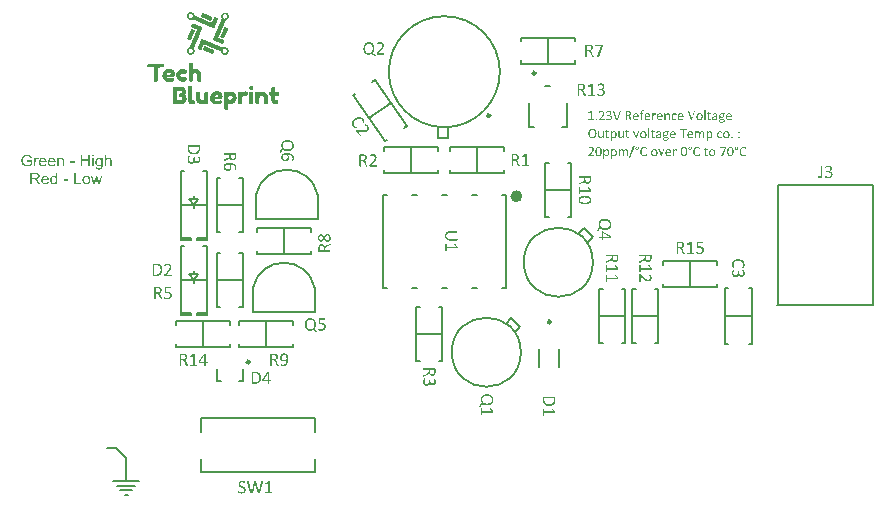
<source format=gto>
G04*
G04 #@! TF.GenerationSoftware,Altium Limited,Altium Designer,24.9.1 (31)*
G04*
G04 Layer_Color=65535*
%FSLAX44Y44*%
%MOMM*%
G71*
G04*
G04 #@! TF.SameCoordinates,CAE1AE67-0460-43A2-896A-31C629D7927E*
G04*
G04*
G04 #@! TF.FilePolarity,Positive*
G04*
G01*
G75*
%ADD10C,0.1500*%
%ADD11C,0.5000*%
%ADD12C,0.2000*%
%ADD13C,0.2500*%
%ADD14C,0.1524*%
G36*
X171681Y421887D02*
X172043Y421754D01*
X172252Y421659D01*
X172404Y421621D01*
X172480Y421545D01*
X172841Y421412D01*
X173240Y421240D01*
X173316Y421202D01*
X173583Y421088D01*
X173925Y420936D01*
X174343Y420746D01*
X174590Y420651D01*
X174648Y420594D01*
X174857Y420537D01*
X175256Y420366D01*
X175674Y420176D01*
X176017Y420023D01*
X176264Y419928D01*
X176321Y419871D01*
X176530Y419814D01*
X177690Y419301D01*
X177937Y419206D01*
X177994Y419149D01*
X178203Y419092D01*
X179363Y418578D01*
X179553Y418464D01*
X179610Y418407D01*
X179687Y417989D01*
X179648Y417875D01*
X179553Y417628D01*
X179458Y417418D01*
X179306Y417038D01*
X179116Y416620D01*
X179040Y416430D01*
X179002Y416354D01*
X178888Y416087D01*
X178736Y415745D01*
X178698Y415593D01*
X178584Y415479D01*
X178546Y415365D01*
X178451Y415270D01*
X178336Y415232D01*
X178146Y415156D01*
X177918Y415194D01*
X177728Y415270D01*
X177310Y415460D01*
X177062Y415555D01*
X177005Y415612D01*
X176796Y415669D01*
X176397Y415840D01*
X175979Y416030D01*
X175636Y416183D01*
X175389Y416278D01*
X175332Y416335D01*
X175123Y416392D01*
X174305Y416753D01*
X173925Y416905D01*
X173545Y417095D01*
X173507D01*
X173316Y417171D01*
X173240Y417209D01*
X172708Y417437D01*
X172461Y417533D01*
X172404Y417590D01*
X172043Y417723D01*
X171719Y417856D01*
X171377Y418008D01*
X170959Y418198D01*
X170711Y418293D01*
X170502Y418388D01*
X170312Y418464D01*
X170027Y418673D01*
X169913Y419054D01*
X169989Y419244D01*
X170046Y419453D01*
X170179Y419700D01*
X170217Y419852D01*
X170293Y419928D01*
X170426Y420290D01*
X170483Y420347D01*
X170616Y420708D01*
X170845Y421164D01*
X170940Y421412D01*
X171054Y421602D01*
X171225Y421811D01*
X171415Y421887D01*
X171567Y421925D01*
X171681Y421887D01*
D02*
G37*
G36*
X162003Y422514D02*
X162136Y422457D01*
X162326Y422381D01*
X162535Y422324D01*
X162820Y422153D01*
X162973Y422115D01*
X163049Y422039D01*
X163239Y421925D01*
X163353Y421811D01*
X163524Y421716D01*
X163638Y421526D01*
X163904Y421259D01*
X164018Y421069D01*
X164170Y420803D01*
X164247Y420727D01*
X164303Y420480D01*
X164475Y420080D01*
X164513Y419700D01*
X164570Y419643D01*
X164912Y419567D01*
X165026Y419453D01*
X165273Y419396D01*
X165406Y419301D01*
X165520Y419263D01*
X165730Y419206D01*
X165806Y419168D01*
X165825Y419111D01*
X166129Y419035D01*
X166243Y418921D01*
X166547Y418845D01*
X166775Y418692D01*
X167004Y418654D01*
X167118Y418540D01*
X167403Y418483D01*
X167498Y418388D01*
X167650Y418350D01*
X167840Y418274D01*
X168030Y418160D01*
X168259Y418122D01*
X168373Y418008D01*
X168677Y417932D01*
X168791Y417818D01*
X169038Y417761D01*
X169285Y417628D01*
X169438Y417590D01*
X169628Y417476D01*
X169742Y417437D01*
X169951Y417380D01*
X170084Y417247D01*
X170350Y417209D01*
X170464Y417095D01*
X170769Y417019D01*
X170845Y416943D01*
X171035Y416867D01*
X171225Y416829D01*
X171339Y416715D01*
X171605Y416677D01*
X171757Y416525D01*
X171985Y416487D01*
X172214Y416335D01*
X172442Y416297D01*
X172670Y416144D01*
X172898Y416106D01*
X173012Y415992D01*
X173240Y415954D01*
X173316Y415878D01*
X173507Y415802D01*
X173754Y415707D01*
X173925Y415612D01*
X174153Y415574D01*
X174267Y415460D01*
X174419Y415422D01*
X174534Y415384D01*
X174724Y415270D01*
X175028Y415156D01*
X175294Y415042D01*
X175446Y415004D01*
X175560Y414889D01*
X175788Y414851D01*
X176017Y414699D01*
X176207Y414661D01*
X176625Y414471D01*
X176967Y414319D01*
X177120Y414281D01*
X177195Y414205D01*
X177557Y414072D01*
X177728Y413977D01*
X177975Y413882D01*
X178184Y413787D01*
X178393Y413730D01*
X178489Y413634D01*
X178679Y413596D01*
X178945Y413482D01*
X179097Y413520D01*
X179154Y413730D01*
X179192Y413882D01*
X179306Y414072D01*
X179344Y414224D01*
X179534Y414642D01*
X179687Y414985D01*
X179781Y415232D01*
X179839Y415289D01*
X179877Y415441D01*
X179953Y415631D01*
X180029Y415707D01*
X180048Y415802D01*
X180067Y415821D01*
X180105Y416011D01*
X180181Y416087D01*
X180333Y416506D01*
X180447Y416772D01*
X180485Y416886D01*
X180599Y417076D01*
X180656Y417285D01*
X180713Y417342D01*
X180789Y417533D01*
X180827Y417685D01*
X180941Y417799D01*
X181056Y417989D01*
X181303Y418160D01*
X181645Y418312D01*
X181911Y418350D01*
X182025Y418312D01*
X182272Y418217D01*
X182482Y418160D01*
X182900Y417970D01*
X183090Y417894D01*
X183356Y417780D01*
X183508Y417742D01*
X183622Y417628D01*
X183775Y417590D01*
X184022Y417342D01*
X184060Y417152D01*
X184136Y417076D01*
X184174Y416810D01*
X184136Y416278D01*
X184022Y416011D01*
X183946Y415821D01*
X183832Y415555D01*
X183641Y415137D01*
X183565Y414947D01*
X183451Y414680D01*
X183413Y414566D01*
X183299Y414376D01*
X183261Y414224D01*
X183223Y414148D01*
X182919Y413463D01*
X182881Y413311D01*
X182729Y413083D01*
X182691Y412893D01*
X182539Y412551D01*
X182348Y412132D01*
X182311Y411980D01*
X182234Y411904D01*
X182196Y411752D01*
X182006Y411334D01*
X181911Y411087D01*
X181854Y411030D01*
X181816Y410877D01*
X181436Y410041D01*
X181170Y409546D01*
X181056Y409432D01*
X181017Y409356D01*
X180960Y409299D01*
X180808Y409261D01*
X180694Y409147D01*
X180314Y409109D01*
X179896Y409147D01*
X179706Y409261D01*
X179553Y409299D01*
X179135Y409489D01*
X178793Y409641D01*
X178641Y409679D01*
X178565Y409717D01*
X178489Y409794D01*
X178336Y409832D01*
X177918Y410022D01*
X177671Y410117D01*
X177614Y410174D01*
X177367Y410231D01*
X177234Y410326D01*
X177120Y410364D01*
X176872Y410459D01*
X176815Y410516D01*
X176454Y410649D01*
X176245Y410744D01*
X175998Y410839D01*
X175940Y410896D01*
X175788Y410934D01*
X175674Y410973D01*
X175484Y411087D01*
X175237Y411182D01*
X175028Y411277D01*
X174876Y411315D01*
X174686Y411429D01*
X174571Y411467D01*
X174419Y411505D01*
X174191Y411657D01*
X174001Y411695D01*
X173583Y411885D01*
X173240Y412037D01*
X173088Y412075D01*
X172974Y412189D01*
X172746Y412227D01*
X172670Y412304D01*
X172480Y412379D01*
X172328Y412418D01*
X172252Y412456D01*
X172062Y412570D01*
X171833Y412608D01*
X171719Y412722D01*
X171567Y412760D01*
X171149Y412950D01*
X170997Y412988D01*
X170921Y413064D01*
X170654Y413140D01*
X170464Y413254D01*
X170350Y413292D01*
X170103Y413387D01*
X170046Y413444D01*
X169780Y413520D01*
X169704Y413559D01*
X169514Y413672D01*
X169285Y413711D01*
X169171Y413825D01*
X168867Y413901D01*
X168753Y414015D01*
X168506Y414072D01*
X168259Y414205D01*
X168106Y414243D01*
X167916Y414357D01*
X167802Y414395D01*
X167650Y414433D01*
X167422Y414585D01*
X167194Y414623D01*
X167080Y414737D01*
X166928Y414775D01*
X166718Y414832D01*
X166623Y414927D01*
X166376Y414985D01*
X166243Y415080D01*
X166053Y415156D01*
X165901Y415194D01*
X165825Y415270D01*
X165673Y415308D01*
X165425Y415403D01*
X165330Y415498D01*
X165064Y415536D01*
X164950Y415650D01*
X164646Y415726D01*
X164570Y415802D01*
X164380Y415878D01*
X164170Y415935D01*
X164075Y416030D01*
X163790Y416087D01*
X163657Y416221D01*
X163429Y416259D01*
X163201Y416411D01*
X162934Y416449D01*
X162611Y416392D01*
X162440Y416297D01*
X162250Y416221D01*
X161927Y416163D01*
X161717Y416106D01*
X161565Y416068D01*
X160615Y416106D01*
X160348Y416221D01*
X160082Y416259D01*
X159550Y416563D01*
X159341Y416734D01*
X159113Y416886D01*
X159056Y416943D01*
X158941Y416981D01*
X158884Y417038D01*
X158846Y417114D01*
X158732Y417228D01*
X158618Y417418D01*
X158542Y417495D01*
X158238Y418065D01*
X158200Y418179D01*
X158162Y418331D01*
X158124Y418559D01*
X158048Y418750D01*
X158010Y418902D01*
X157991Y419491D01*
X158029Y419871D01*
X158124Y420080D01*
X158162Y420233D01*
X158200Y420499D01*
X158466Y420993D01*
X158618Y421259D01*
X158694Y421335D01*
X158732Y421412D01*
X158941Y421621D01*
X159017Y421659D01*
X159074Y421716D01*
X159094Y421773D01*
X159360Y421925D01*
X159436Y422001D01*
X159512Y422039D01*
X159626Y422153D01*
X159873Y422248D01*
X159968Y422343D01*
X160329Y422400D01*
X160501Y422495D01*
X160653Y422533D01*
X161470Y422552D01*
X162003Y422514D01*
D02*
G37*
G36*
X190259Y409965D02*
X190411Y409927D01*
X190810Y409756D01*
X190962Y409717D01*
X191076Y409603D01*
X191304Y409565D01*
X191533Y409413D01*
X191761Y409375D01*
X191989Y409223D01*
X192217Y409185D01*
X192293Y409109D01*
X192483Y409033D01*
X192635Y408995D01*
X192769Y408862D01*
X192807Y408786D01*
X192883Y408710D01*
X192921Y408558D01*
X192883Y408405D01*
X192769Y408139D01*
X192731Y407987D01*
X192654Y407911D01*
X192521Y407550D01*
X192426Y407379D01*
X192388Y407226D01*
X192236Y406884D01*
X192160Y406694D01*
X192046Y406428D01*
X191856Y406010D01*
X191780Y405820D01*
X191666Y405553D01*
X191628Y405439D01*
X191514Y405249D01*
X191457Y405040D01*
X191324Y404793D01*
X191285Y404641D01*
X191247Y404565D01*
X191133Y404298D01*
X190753Y403462D01*
X190715Y403310D01*
X190601Y403119D01*
X190544Y402910D01*
X190411Y402663D01*
X190373Y402511D01*
X190183Y402093D01*
X190030Y401750D01*
X189992Y401598D01*
X189916Y401522D01*
X189783Y401161D01*
X189688Y400990D01*
X189650Y400838D01*
X189498Y400571D01*
X189289Y400476D01*
X189118Y400457D01*
X188966Y400495D01*
X188757Y400552D01*
X188414Y400704D01*
X188262Y400742D01*
X188186Y400819D01*
X187996Y400895D01*
X187844Y400933D01*
X187159Y401237D01*
X186912Y401332D01*
X186855Y401389D01*
X186494Y401522D01*
X186304Y401712D01*
X186266Y402016D01*
X186456Y402435D01*
X186551Y402682D01*
X186608Y402739D01*
X186665Y402986D01*
X186760Y403119D01*
X186798Y403233D01*
X186893Y403481D01*
X187026Y403804D01*
X187178Y404146D01*
X187254Y404336D01*
X187330Y404412D01*
X187387Y404660D01*
X187521Y404907D01*
X187616Y405154D01*
X187711Y405363D01*
X187749Y405515D01*
X187787Y405591D01*
X187863Y405667D01*
X187901Y405820D01*
X187977Y406010D01*
X188281Y406694D01*
X188319Y406846D01*
X188433Y407036D01*
X188528Y407284D01*
X188623Y407493D01*
X188718Y407740D01*
X188813Y407911D01*
X188852Y408101D01*
X188871Y408120D01*
X189004Y408367D01*
X189042Y408520D01*
X189232Y408938D01*
X189384Y409280D01*
X189422Y409432D01*
X189536Y409546D01*
X189574Y409775D01*
X189669Y409908D01*
X189859Y409984D01*
X190011Y410022D01*
X190259Y409965D01*
D02*
G37*
G36*
X171149Y399754D02*
X171263Y399716D01*
X171415Y399678D01*
X171605Y399564D01*
X171814Y399507D01*
X172214Y399335D01*
X172328Y399297D01*
X172594Y399183D01*
X173012Y398993D01*
X173260Y398898D01*
X173316Y398841D01*
X173564Y398784D01*
X173811Y398651D01*
X174020Y398594D01*
X174077Y398537D01*
X174267Y398461D01*
X174514Y398366D01*
X174724Y398271D01*
X174914Y398233D01*
X175028Y398119D01*
X175275Y398061D01*
X175522Y397928D01*
X175674Y397890D01*
X176017Y397738D01*
X176264Y397643D01*
X176321Y397586D01*
X176739Y397434D01*
X177120Y397282D01*
X177386Y397168D01*
X177804Y396978D01*
X177956Y396940D01*
X178146Y396825D01*
X178355Y396768D01*
X178603Y396635D01*
X178755Y396597D01*
X179097Y396445D01*
X179287Y396369D01*
X179553Y396255D01*
X179972Y396065D01*
X180124Y396027D01*
X180314Y395913D01*
X180466Y395875D01*
X180580Y395837D01*
X180656Y395761D01*
X180808Y395723D01*
X180998Y395647D01*
X181265Y395532D01*
X181512Y395437D01*
X181569Y395380D01*
X181873Y395304D01*
X181987Y395190D01*
X182234Y395133D01*
X182482Y395000D01*
X182634Y394962D01*
X182976Y394810D01*
X183223Y394715D01*
X183280Y394658D01*
X183432Y394620D01*
X183680Y394525D01*
X183737Y394468D01*
X184041Y394392D01*
X184155Y394277D01*
X184402Y394221D01*
X184649Y394087D01*
X184801Y394049D01*
X185144Y393897D01*
X185391Y393802D01*
X185448Y393745D01*
X185600Y393707D01*
X185790Y393631D01*
X185980Y393517D01*
X186208Y393479D01*
X186323Y393365D01*
X186570Y393308D01*
X186817Y393175D01*
X186969Y393137D01*
X187311Y392985D01*
X187559Y392889D01*
X187654Y392794D01*
X187920Y392756D01*
X188034Y392642D01*
X188186Y392604D01*
X188566Y392642D01*
X188642Y392718D01*
X188909Y392794D01*
X189156Y392889D01*
X189365Y392947D01*
X190088Y392985D01*
X190753Y392928D01*
X190924Y392832D01*
X191076Y392794D01*
X191304Y392756D01*
X191418Y392642D01*
X191609Y392566D01*
X191685Y392528D01*
X191761Y392452D01*
X191951Y392338D01*
X192027Y392262D01*
X192217Y392148D01*
X192255Y392072D01*
X192331Y392034D01*
X192388Y391977D01*
X192502Y391787D01*
X192578Y391711D01*
X192617Y391634D01*
X192769Y391482D01*
X192807Y391330D01*
X192883Y391254D01*
X192921Y391178D01*
X192997Y390988D01*
X193111Y390722D01*
X193187Y390075D01*
X193225Y389695D01*
X193187Y389201D01*
X193149Y389049D01*
X193092Y388725D01*
X193035Y388592D01*
X192959Y388402D01*
X192693Y387908D01*
X192617Y387831D01*
X192578Y387756D01*
X192426Y387603D01*
X192388Y387451D01*
X192331Y387394D01*
X192255Y387356D01*
X192103Y387204D01*
X191913Y387090D01*
X191837Y387014D01*
X191723Y386976D01*
X191076Y386672D01*
X190886Y386634D01*
X190696Y386520D01*
X190430Y386482D01*
X189251Y386520D01*
X189061Y386634D01*
X188813Y386691D01*
X188072Y387090D01*
X187958Y387204D01*
X187882Y387242D01*
X187559Y387565D01*
X187521Y387641D01*
X187368Y387794D01*
X187330Y387870D01*
X187178Y388098D01*
X187140Y388174D01*
X187026Y388288D01*
X186969Y388497D01*
X186836Y388668D01*
X186798Y389124D01*
X186665Y389372D01*
X186361Y389448D01*
X186285Y389524D01*
X186094Y389600D01*
X185904Y389638D01*
X185790Y389752D01*
X185505Y389809D01*
X185372Y389904D01*
X185258Y389942D01*
X185049Y389999D01*
X184916Y390094D01*
X184801Y390132D01*
X184611Y390170D01*
X184497Y390284D01*
X184193Y390360D01*
X183965Y390513D01*
X183737Y390551D01*
X183661Y390627D01*
X183394Y390703D01*
X183052Y390855D01*
X182805Y390950D01*
X182748Y391007D01*
X182596Y391045D01*
X182406Y391121D01*
X182139Y391235D01*
X181949Y391311D01*
X181873Y391387D01*
X181626Y391444D01*
X181379Y391577D01*
X181227Y391615D01*
X180884Y391768D01*
X180694Y391844D01*
X180010Y392148D01*
X179858Y392186D01*
X179667Y392300D01*
X179515Y392338D01*
X179097Y392528D01*
X178526Y392756D01*
X177842Y393061D01*
X177272Y393289D01*
X176587Y393593D01*
X176340Y393688D01*
X176283Y393745D01*
X176036Y393802D01*
X175979Y393859D01*
X175788Y393935D01*
X175541Y394030D01*
X175332Y394125D01*
X175180Y394163D01*
X175104Y394202D01*
X175028Y394277D01*
X174819Y394335D01*
X174629Y394411D01*
X174571Y394468D01*
X174419Y394506D01*
X174229Y394582D01*
X173963Y394696D01*
X173811Y394734D01*
X173735Y394810D01*
X173374Y394943D01*
X173050Y395076D01*
X172708Y395228D01*
X172556Y395266D01*
X172480Y395342D01*
X172290Y395418D01*
X172119Y395437D01*
X172005Y395361D01*
X171966Y395209D01*
X171909Y395000D01*
X171852Y394943D01*
X171776Y394753D01*
X171738Y394601D01*
X171586Y394258D01*
X171548Y394106D01*
X171434Y393992D01*
X171396Y393764D01*
X171244Y393498D01*
X171187Y393289D01*
X171054Y393042D01*
X171016Y392851D01*
X170902Y392661D01*
X170769Y392300D01*
X170711Y392243D01*
X170635Y391939D01*
X170521Y391825D01*
X170483Y391596D01*
X170084Y390855D01*
X169837Y390760D01*
X169780Y390703D01*
X169628Y390665D01*
X169400Y390627D01*
X169285Y390589D01*
X168981Y390665D01*
X168715Y390703D01*
X168297Y390893D01*
X168183Y390931D01*
X168106Y391007D01*
X167859Y391064D01*
X167612Y391197D01*
X167422Y391311D01*
X167384Y391387D01*
X167194Y391501D01*
X167137Y391558D01*
X167099Y391711D01*
X166966Y392072D01*
X166947Y392281D01*
X167061Y392547D01*
X167118Y392832D01*
X167194Y393023D01*
X167251Y393080D01*
X167327Y393384D01*
X167403Y393460D01*
X167479Y393650D01*
X167517Y393802D01*
X167631Y393992D01*
X167669Y394144D01*
X167821Y394487D01*
X167916Y394734D01*
X167973Y394791D01*
X168011Y394943D01*
X168049Y395019D01*
Y395057D01*
X168202Y395399D01*
X168240Y395551D01*
X168316Y395628D01*
X168392Y395818D01*
X168430Y395970D01*
X168734Y396654D01*
X168772Y396806D01*
X168924Y397035D01*
X168962Y397263D01*
X169114Y397491D01*
X169152Y397719D01*
X169228Y397795D01*
X169304Y398061D01*
X169495Y398480D01*
X169533Y398670D01*
X169609Y398746D01*
X169647Y398898D01*
X169742Y399145D01*
X169799Y399202D01*
X169913Y399393D01*
X170084Y399564D01*
X170160Y399602D01*
X170236Y399716D01*
X170445Y399735D01*
X170464Y399716D01*
X170578Y399754D01*
X170845Y399792D01*
X171149Y399754D01*
D02*
G37*
G36*
X162060Y408348D02*
X162174Y408310D01*
X162326Y408272D01*
X162668Y408120D01*
X162858Y408044D01*
X163125Y407930D01*
X163277Y407892D01*
X163353Y407816D01*
X163619Y407740D01*
X163961Y407588D01*
X164170Y407531D01*
X164228Y407474D01*
X164608Y407322D01*
X164741Y406998D01*
X164684Y406713D01*
X164646Y406561D01*
X164570Y406371D01*
X164513Y406314D01*
X164437Y406010D01*
X164323Y405820D01*
X164284Y405667D01*
X164094Y405249D01*
X163866Y404679D01*
X163752Y404412D01*
X163562Y403994D01*
X163505Y403785D01*
X163448Y403728D01*
X163372Y403538D01*
X163334Y403386D01*
X163029Y402701D01*
X162973Y402492D01*
X162877Y402397D01*
X162820Y402188D01*
X162744Y401997D01*
X162687Y401940D01*
X162630Y401693D01*
X162497Y401446D01*
X162459Y401294D01*
X162269Y400876D01*
X162231Y400723D01*
X162155Y400648D01*
X162117Y400495D01*
X162041Y400305D01*
X161927Y400039D01*
X161832Y399792D01*
X161775Y399735D01*
X161737Y399583D01*
X161660Y399393D01*
X161546Y399126D01*
X161508Y399012D01*
X161413Y398917D01*
X161375D01*
X161356Y398898D01*
X161261Y398803D01*
X161071Y398727D01*
X160862Y398784D01*
X160653Y398879D01*
X160501Y398917D01*
X160082Y399107D01*
X159740Y399259D01*
X159588Y399297D01*
X159512Y399374D01*
X159151Y399507D01*
X158941Y399602D01*
X158789Y399640D01*
X158713Y399678D01*
X158523Y399792D01*
X158409Y399830D01*
X158314Y399925D01*
X158200Y400191D01*
X158238Y400457D01*
X158352Y400723D01*
X158390Y400876D01*
X158466Y400952D01*
X158618Y401370D01*
X158694Y401560D01*
X158789Y401807D01*
X158846Y401864D01*
X158884Y402016D01*
X158960Y402207D01*
X159074Y402473D01*
X159170Y402720D01*
X159227Y402777D01*
X159284Y403024D01*
X159417Y403271D01*
X159531Y403576D01*
X159607Y403766D01*
X159645Y403918D01*
X159797Y404146D01*
X159835Y404374D01*
X159987Y404603D01*
X160025Y404831D01*
X160139Y405021D01*
X160177Y405173D01*
X160368Y405591D01*
X160406Y405743D01*
X160482Y405820D01*
X160520Y405972D01*
X160615Y406219D01*
X160672Y406276D01*
X160710Y406428D01*
X160805Y406675D01*
X160862Y406732D01*
X160919Y406979D01*
X161052Y407226D01*
X161090Y407379D01*
X161280Y407797D01*
X161337Y408006D01*
X161432Y408101D01*
X161470Y408253D01*
X161527Y408310D01*
X161717Y408348D01*
X161832Y408386D01*
X162060Y408348D01*
D02*
G37*
G36*
X190430Y422229D02*
X190981Y422172D01*
X191171Y422096D01*
X191381Y422039D01*
X191533Y422001D01*
X191609Y421925D01*
X192027Y421697D01*
X192236Y421526D01*
X192293Y421469D01*
X192369Y421431D01*
X192521Y421278D01*
X192578Y421259D01*
X192617Y421183D01*
X192807Y420993D01*
X192845Y420917D01*
X192959Y420803D01*
X193339Y420004D01*
X193396Y419757D01*
X193491Y419586D01*
X193529Y418787D01*
X193491Y418673D01*
X193453Y418255D01*
X193377Y418065D01*
X193320Y417780D01*
X193263Y417647D01*
X193111Y417380D01*
X192959Y417152D01*
X192921Y417076D01*
X192807Y416962D01*
X192693Y416772D01*
X192293Y416373D01*
X192179Y416335D01*
X191989Y416144D01*
X191913Y416106D01*
X191837Y416030D01*
X191685Y415992D01*
X191343Y415840D01*
X191190Y415802D01*
X190962Y415764D01*
X190753Y415593D01*
X190715Y415517D01*
X190601Y415251D01*
X190525Y415061D01*
X190449Y414985D01*
X190392Y414737D01*
X190259Y414490D01*
X190221Y414338D01*
X190068Y413996D01*
X189992Y413806D01*
X189878Y413539D01*
X189688Y413121D01*
X189650Y412969D01*
X189536Y412779D01*
X189498Y412627D01*
X189308Y412208D01*
X189270Y412094D01*
X188966Y411410D01*
X188871Y411163D01*
X188813Y411106D01*
X188776Y410953D01*
X188699Y410763D01*
X188585Y410497D01*
X188395Y410079D01*
X188357Y409927D01*
X188281Y409851D01*
X188243Y409698D01*
X188167Y409508D01*
X188015Y409166D01*
X187977Y409052D01*
X187863Y408786D01*
X187673Y408367D01*
X187597Y408177D01*
X187482Y407911D01*
X187406Y407721D01*
X187292Y407455D01*
X187140Y407112D01*
X187064Y406922D01*
X186760Y406238D01*
X186722Y406086D01*
X186532Y405667D01*
X186227Y404983D01*
X186189Y404831D01*
X185885Y404184D01*
X185790Y403937D01*
X185695Y403728D01*
X185619Y403538D01*
X185505Y403271D01*
X185315Y402853D01*
X185125Y402359D01*
X185087Y402283D01*
X184782Y401598D01*
X184687Y401351D01*
X184630Y401294D01*
X184592Y401142D01*
X184630Y401066D01*
X184858Y400952D01*
X185068Y400857D01*
X185220Y400819D01*
X185638Y400628D01*
X185980Y400476D01*
X186132Y400438D01*
X186208Y400362D01*
X186570Y400229D01*
X186779Y400134D01*
X187026Y400039D01*
X187235Y399944D01*
X187387Y399906D01*
X187578Y399792D01*
X187882Y399678D01*
X188148Y399564D01*
X188490Y399412D01*
X188738Y399316D01*
X188794Y399259D01*
X188985Y399145D01*
X189023Y399069D01*
X189099Y399031D01*
X189346Y398784D01*
X189422Y398594D01*
X189498Y398290D01*
X189460Y397909D01*
X189308Y397529D01*
X189118Y397111D01*
X188966Y396768D01*
X188928Y396616D01*
X188813Y396502D01*
X188699Y396312D01*
X188623Y396236D01*
X188585Y396160D01*
X188376Y396027D01*
X188300Y395951D01*
X187768Y395799D01*
X187502Y395875D01*
X187197Y395951D01*
X187121Y395989D01*
X186779Y396141D01*
X186361Y396331D01*
X185980Y396483D01*
X185638Y396635D01*
X185391Y396730D01*
X184992Y396902D01*
X184916Y396940D01*
X184535Y397092D01*
X183851Y397396D01*
X183699Y397434D01*
X183680Y397453D01*
X183508Y397548D01*
X183356Y397586D01*
X182938Y397776D01*
X182596Y397928D01*
X182348Y398023D01*
X182292Y398080D01*
X181987Y398157D01*
X181569Y398347D01*
X180846Y398689D01*
X180694Y398727D01*
X180618Y398803D01*
X180542Y398841D01*
X180447Y398936D01*
X180333Y399126D01*
X180219Y399240D01*
X180162Y399450D01*
X180067Y399697D01*
X180143Y399887D01*
X180181Y400153D01*
X180219Y400305D01*
X180447Y400800D01*
X180751Y401484D01*
X180941Y401902D01*
X181036Y402150D01*
X181132Y402359D01*
X181170Y402511D01*
X181360Y402929D01*
X181398Y403005D01*
X181512Y403271D01*
X181664Y403614D01*
X181759Y403861D01*
X181854Y404070D01*
X181949Y404317D01*
X182044Y404526D01*
X182139Y404774D01*
X182196Y404831D01*
X182253Y405040D01*
X182425Y405439D01*
X182615Y405858D01*
X182653Y406010D01*
X182729Y406086D01*
X182786Y406295D01*
X182957Y406694D01*
X183147Y407112D01*
X183185Y407265D01*
X183337Y407607D01*
X183527Y408025D01*
X183565Y408177D01*
X183641Y408253D01*
X183718Y408520D01*
X183756Y408596D01*
X183870Y408862D01*
X184060Y409280D01*
X184155Y409527D01*
X184212Y409584D01*
X184269Y409832D01*
X184402Y410079D01*
X184497Y410326D01*
X184592Y410535D01*
X184687Y410782D01*
X184782Y410992D01*
X184820Y411144D01*
X184897Y411220D01*
X185049Y411638D01*
X185163Y411904D01*
X185315Y412246D01*
X185410Y412494D01*
X185467Y412551D01*
X185505Y412703D01*
X185600Y412950D01*
X185657Y413007D01*
X185695Y413159D01*
X185771Y413349D01*
X185847Y413425D01*
X185904Y413672D01*
X186037Y413920D01*
X186075Y414072D01*
X186266Y414490D01*
X186304Y414604D01*
X186608Y415289D01*
X186703Y415536D01*
X186760Y415593D01*
X186836Y415897D01*
X186950Y416011D01*
X186988Y416240D01*
X187140Y416506D01*
X187197Y416715D01*
X187330Y416962D01*
X187368Y417228D01*
X186988Y418027D01*
X186950Y418293D01*
X186912Y418673D01*
X186874Y418787D01*
X186836Y419054D01*
X186912Y419358D01*
X186950Y419624D01*
X187007Y419871D01*
X187083Y420061D01*
X187121Y420214D01*
X187197Y420404D01*
X187368Y420689D01*
X187406Y420803D01*
X187521Y420917D01*
X187559Y420993D01*
X187749Y421183D01*
X187787Y421259D01*
X187996Y421393D01*
X188110Y421507D01*
X188186Y421545D01*
X188338Y421697D01*
X188414Y421735D01*
X188680Y421887D01*
X188871Y422001D01*
X189023Y422039D01*
X189270Y422134D01*
X189479Y422191D01*
X190030Y422248D01*
X190316Y422267D01*
X190430Y422229D01*
D02*
G37*
G36*
X173316Y393707D02*
X173735Y393517D01*
X174077Y393365D01*
X174267Y393289D01*
X174534Y393175D01*
X174876Y393023D01*
X175123Y392928D01*
X175332Y392832D01*
X175484Y392794D01*
X175903Y392604D01*
X176245Y392452D01*
X176397Y392414D01*
X176473Y392338D01*
X176682Y392281D01*
X176910Y392167D01*
X177157Y392072D01*
X177538Y391920D01*
X177880Y391768D01*
X178127Y391673D01*
X178451Y391539D01*
X178793Y391387D01*
X179040Y391292D01*
X179249Y391197D01*
X179496Y391102D01*
X179553Y391045D01*
X179762Y390988D01*
X180162Y390817D01*
X180504Y390665D01*
X180808Y390551D01*
X181094Y390341D01*
X181170Y390075D01*
X181132Y389733D01*
X181094Y389619D01*
X180789Y388934D01*
X180713Y388744D01*
X180561Y388402D01*
X180523Y388250D01*
X180371Y387908D01*
X180333Y387831D01*
X180181Y387489D01*
X180029Y387223D01*
X179858Y387166D01*
X179706Y387128D01*
X179363Y387166D01*
X178945Y387356D01*
X178698Y387451D01*
X178489Y387546D01*
X178336Y387584D01*
X178260Y387660D01*
X177785Y387831D01*
X177576Y387927D01*
X177424Y387965D01*
X177348Y388041D01*
X177139Y388098D01*
X176986Y388174D01*
X176967Y388193D01*
X176720Y388288D01*
X176530Y388364D01*
X176283Y388459D01*
X175940Y388611D01*
X175693Y388706D01*
X175484Y388801D01*
X175237Y388896D01*
X175028Y388991D01*
X174876Y389029D01*
X174457Y389220D01*
X174115Y389372D01*
X173963Y389410D01*
X173545Y389600D01*
X173202Y389752D01*
X173050Y389790D01*
X172366Y390094D01*
X172119Y390189D01*
X172062Y390246D01*
X171852Y390303D01*
X171719Y390398D01*
X171643Y390475D01*
X171510Y390532D01*
X171434Y390836D01*
X171472Y391140D01*
X171852Y391977D01*
X172005Y392319D01*
X172100Y392566D01*
X172157Y392623D01*
X172214Y392832D01*
X172423Y393308D01*
X172575Y393574D01*
X172708Y393707D01*
X172860Y393745D01*
X173316Y393707D01*
D02*
G37*
G36*
X163391Y412988D02*
X163505Y412950D01*
X163790Y412893D01*
X164018Y412779D01*
X164437Y412627D01*
X164646Y412532D01*
X164893Y412437D01*
X165102Y412341D01*
X165254Y412304D01*
X165939Y411999D01*
X166186Y411904D01*
X166395Y411809D01*
X166547Y411771D01*
X166966Y411581D01*
X167308Y411429D01*
X167460Y411391D01*
X168144Y411087D01*
X168392Y410992D01*
X168601Y410896D01*
X168753Y410858D01*
X169171Y410668D01*
X169514Y410516D01*
X169894Y410364D01*
X170464Y410060D01*
X170635Y409889D01*
X170674Y409813D01*
X170749Y409737D01*
X170864Y409470D01*
X170902Y409318D01*
X170864Y408900D01*
X170749Y408634D01*
X170616Y408272D01*
X170521Y408063D01*
X170483Y407911D01*
X170331Y407569D01*
X170141Y407150D01*
X170103Y407036D01*
X169989Y406770D01*
X169913Y406580D01*
X169799Y406314D01*
X169704Y406067D01*
X169647Y406010D01*
X169609Y405781D01*
X169495Y405591D01*
X169419Y405401D01*
X169228Y404907D01*
X169076Y404565D01*
X168981Y404317D01*
X168886Y404108D01*
X168696Y403614D01*
X168506Y403195D01*
X168468Y403043D01*
X168354Y402777D01*
X168164Y402359D01*
X168068Y402112D01*
X167973Y401902D01*
X167935Y401750D01*
X167783Y401408D01*
X167593Y400990D01*
X167555Y400838D01*
X167251Y400153D01*
X167213Y400001D01*
X166909Y399316D01*
X166794Y399012D01*
X166680Y398746D01*
X166642Y398594D01*
X166566Y398518D01*
X166414Y398100D01*
X166300Y397833D01*
X166262Y397719D01*
X166148Y397453D01*
X166072Y397263D01*
X165958Y396997D01*
X165882Y396806D01*
X165768Y396540D01*
X165730Y396388D01*
X165654Y396312D01*
X165578Y396046D01*
X165425Y395704D01*
X165349Y395513D01*
X165235Y395247D01*
X165159Y395057D01*
X165045Y394791D01*
X164969Y394601D01*
X164855Y394335D01*
X164817Y394182D01*
X164741Y394106D01*
X164665Y393840D01*
X164513Y393498D01*
X164437Y393308D01*
X164323Y393042D01*
X164247Y392851D01*
X164132Y392585D01*
X164094Y392433D01*
X164018Y392357D01*
X163904Y391977D01*
X163942Y391749D01*
X164132Y391444D01*
X164284Y391102D01*
X164361Y390912D01*
X164475Y390646D01*
X164513Y390494D01*
X164551Y389999D01*
X164589Y389771D01*
X164551Y389657D01*
X164513Y389391D01*
X164475Y389049D01*
X164361Y388782D01*
X164303Y388535D01*
X164094Y388136D01*
X164056Y388060D01*
X163980Y387984D01*
X163866Y387794D01*
X163752Y387679D01*
X163714Y387603D01*
X163657Y387546D01*
X163581Y387508D01*
X163467Y387394D01*
X163391Y387356D01*
X163182Y387185D01*
X163087Y387090D01*
X163011Y387052D01*
X162744Y386900D01*
X162668Y386824D01*
X162459Y386767D01*
X162269Y386691D01*
X162060Y386634D01*
X161679Y386596D01*
X161375Y386520D01*
X160843Y386558D01*
X160729Y386596D01*
X160329Y386653D01*
X160025Y386767D01*
X159740Y386900D01*
X159398Y387090D01*
X159189Y387261D01*
X159094Y387356D01*
X158903Y387470D01*
X158789Y387584D01*
X158732Y387603D01*
X158694Y387679D01*
X158542Y387831D01*
X158504Y387908D01*
X158124Y388706D01*
X158086Y388896D01*
X157972Y389163D01*
X157934Y389543D01*
X157972Y390570D01*
X158086Y390836D01*
X158219Y391197D01*
X158276Y391254D01*
X158371Y391501D01*
X158428Y391558D01*
X158580Y391825D01*
X158884Y392129D01*
X158922Y392205D01*
X158979Y392262D01*
X159056Y392300D01*
X159131Y392414D01*
X159208Y392452D01*
X159360Y392604D01*
X160158Y392985D01*
X160348Y393099D01*
X160443Y393308D01*
X160520Y393498D01*
X160634Y393764D01*
X160710Y393954D01*
X160824Y394221D01*
X160900Y394411D01*
X161014Y394677D01*
X161109Y394924D01*
X161204Y395133D01*
X161280Y395323D01*
X161394Y395589D01*
X161489Y395837D01*
X161813Y396616D01*
X162155Y397415D01*
X162345Y397909D01*
X162497Y398252D01*
X162573Y398442D01*
X162687Y398708D01*
X162839Y399088D01*
X162992Y399431D01*
X163220Y400001D01*
X163239Y400058D01*
X163258Y400077D01*
X163372Y400343D01*
X163467Y400590D01*
X163562Y400800D01*
X163657Y401047D01*
X163790Y401370D01*
X163942Y401712D01*
X164132Y402207D01*
X164284Y402549D01*
X164361Y402739D01*
X164475Y403005D01*
X164570Y403252D01*
X164665Y403462D01*
X164760Y403709D01*
X164855Y403918D01*
X165045Y404412D01*
X165197Y404755D01*
X165273Y404945D01*
X165387Y405211D01*
X165482Y405458D01*
X165578Y405667D01*
X165654Y405858D01*
X165768Y406124D01*
X165958Y406618D01*
X166110Y406960D01*
X166186Y407150D01*
X166414Y407683D01*
X166376Y407797D01*
X166319Y407854D01*
X166243Y407892D01*
X165863Y408044D01*
X165787Y408082D01*
X165520Y408196D01*
X165368Y408234D01*
X165292Y408310D01*
X165083Y408367D01*
X164893Y408443D01*
X164684Y408539D01*
X164437Y408634D01*
X164380Y408691D01*
X164151Y408729D01*
X163961Y408843D01*
X163600Y408976D01*
X163391Y409071D01*
X163144Y409166D01*
X163087Y409223D01*
X162877Y409280D01*
X162687Y409356D01*
X162478Y409451D01*
X162231Y409546D01*
X162136Y409641D01*
X162060Y409679D01*
X161946Y409794D01*
X161813Y409851D01*
X161698Y410041D01*
X161623Y410117D01*
X161546Y410649D01*
X161642Y411201D01*
X161775Y411524D01*
X161965Y411942D01*
X162060Y412189D01*
X162212Y412418D01*
X162402Y412722D01*
X162478Y412760D01*
X162592Y412874D01*
X163049Y412988D01*
X163163Y413026D01*
X163391Y412988D01*
D02*
G37*
G36*
X154891Y374483D02*
X155196Y374445D01*
X155386Y374407D01*
X155728Y374369D01*
X155880Y374331D01*
X156089Y374236D01*
X156241Y374198D01*
X156451Y374141D01*
X156508Y374084D01*
X156774Y374008D01*
X156964Y373894D01*
X157325Y373647D01*
X157458Y373551D01*
X157724Y373399D01*
X157801Y373323D01*
X157877Y373285D01*
X158124Y373038D01*
X158238Y372848D01*
X158276Y372734D01*
X158314Y372354D01*
X158276Y371859D01*
X158124Y371631D01*
X158048Y371441D01*
X157972Y371365D01*
X157819Y371099D01*
X157743Y371022D01*
X157705Y370947D01*
X157591Y370832D01*
X157553Y370756D01*
X157344Y370547D01*
X157268Y370509D01*
X157154Y370395D01*
X157078Y370357D01*
X156964Y370243D01*
X156812Y370205D01*
X156545Y370167D01*
X156184Y370224D01*
X155994Y370300D01*
X155937Y370357D01*
X155690Y370452D01*
X155633Y370509D01*
X155443Y370585D01*
X155024Y370775D01*
X154758Y370851D01*
X154340Y370928D01*
X154226Y370889D01*
X154036Y370813D01*
X153769Y370775D01*
X153579Y370699D01*
X153503Y370623D01*
X153256Y370528D01*
X153199Y370471D01*
X153123Y370433D01*
X152838Y370148D01*
X152724Y369958D01*
X152647Y369767D01*
X152533Y369387D01*
X152495Y369007D01*
X152552Y368684D01*
X152610Y368475D01*
X152647Y368322D01*
X152685Y368208D01*
X152838Y367980D01*
X152876Y367904D01*
X152933Y367847D01*
X153009Y367809D01*
X153161Y367657D01*
X153427Y367505D01*
X153921Y367277D01*
X154530Y367239D01*
X154644Y367277D01*
X154986Y367315D01*
X155176Y367429D01*
X155424Y367524D01*
X155481Y367581D01*
X155595Y367619D01*
X155614Y367638D01*
X155785Y367771D01*
X156127Y367923D01*
X156393Y367999D01*
X156736Y367961D01*
X156850Y367847D01*
X157116Y367695D01*
X157192Y367619D01*
X157268Y367581D01*
X157420Y367429D01*
X157496Y367391D01*
X157553Y367334D01*
X157591Y367258D01*
X157743Y367105D01*
X157781Y367029D01*
X157896Y366915D01*
X158010Y366725D01*
X158086Y366649D01*
X158162Y366459D01*
X158276Y366269D01*
X158314Y365888D01*
X158276Y365432D01*
X158124Y365204D01*
X158086Y365128D01*
X157686Y364729D01*
X157610Y364691D01*
X157496Y364576D01*
X157306Y364462D01*
X157230Y364386D01*
X157078Y364348D01*
X156926Y364196D01*
X156774Y364158D01*
X156698Y364082D01*
X156508Y364006D01*
X156279Y363968D01*
X156089Y363854D01*
X155823Y363816D01*
X155671Y363778D01*
X155481Y363702D01*
X155329Y363664D01*
X154948Y363626D01*
X153503Y363664D01*
X153237Y363778D01*
X153085Y363816D01*
X152838Y363873D01*
X152628Y363968D01*
X152381Y364025D01*
X152248Y364082D01*
X152172Y364158D01*
X151963Y364215D01*
X151716Y364348D01*
X151526Y364462D01*
X151450Y364538D01*
X151298Y364576D01*
X151145Y364729D01*
X150955Y364843D01*
X150879Y364919D01*
X150689Y365033D01*
X150233Y365489D01*
X150157Y365527D01*
X150062Y365660D01*
X149986Y365736D01*
X149833Y366003D01*
X149757Y366079D01*
X149719Y366231D01*
X149605Y366345D01*
X149453Y366611D01*
X149377Y366801D01*
X149320Y367010D01*
X149225Y367182D01*
X149168Y367429D01*
X149092Y367619D01*
X149035Y367676D01*
X148997Y368170D01*
X148940Y368646D01*
X148883Y369159D01*
X148940Y369520D01*
X148997Y370034D01*
X149035Y370490D01*
X149149Y370680D01*
X149187Y370832D01*
X149244Y371041D01*
X149339Y371213D01*
X149415Y371517D01*
X149529Y371631D01*
X149605Y371821D01*
X149681Y371897D01*
X149871Y372239D01*
X150042Y372449D01*
X150099Y372506D01*
X150119Y372563D01*
X150195Y372601D01*
X150290Y372696D01*
X150309Y372753D01*
X150385Y372791D01*
X150879Y373285D01*
X151069Y373399D01*
X151335Y373551D01*
X151412Y373628D01*
X151602Y373742D01*
X151944Y373932D01*
X152134Y374008D01*
X152381Y374103D01*
X152438Y374160D01*
X152685Y374217D01*
X152990Y374331D01*
X153142Y374369D01*
X153332Y374407D01*
X153484Y374445D01*
X153998Y374502D01*
X154473Y374521D01*
X154891Y374483D01*
D02*
G37*
G36*
X161908Y379408D02*
X162022Y379370D01*
X162288Y379332D01*
X162535Y379237D01*
X162630Y379142D01*
X162706Y379104D01*
X162839Y378971D01*
X163029Y378552D01*
X163068Y378400D01*
X163106Y378020D01*
X163144Y373304D01*
X163277Y373285D01*
X163410Y373380D01*
X163448Y373456D01*
X163657Y373666D01*
X163733Y373704D01*
X163847Y373818D01*
X163923Y373856D01*
X164151Y374008D01*
X164342Y374084D01*
X164418Y374160D01*
X164570Y374198D01*
X164779Y374255D01*
X164988Y374350D01*
X165825Y374388D01*
X165939Y374350D01*
X166395Y374312D01*
X166585Y374236D01*
X166852Y374198D01*
X167099Y374103D01*
X167156Y374046D01*
X167403Y373989D01*
X167650Y373856D01*
X167726Y373818D01*
X167821Y373761D01*
X167840Y373704D01*
X168183Y373513D01*
X168392Y373342D01*
X169038Y372696D01*
X169152Y372506D01*
X169228Y372430D01*
X169342Y372239D01*
X169419Y372163D01*
X169571Y371897D01*
X169609Y371783D01*
X169685Y371593D01*
X169761Y371517D01*
X169799Y371365D01*
X169951Y371022D01*
X169989Y370870D01*
X170027Y370604D01*
X170141Y370338D01*
X170179Y369844D01*
X170236Y369178D01*
X170255Y365052D01*
X170217Y364938D01*
X170160Y364501D01*
X170084Y364310D01*
X169989Y364215D01*
X169894Y364044D01*
X169704Y363930D01*
X169438Y363816D01*
X169076Y363759D01*
X168848Y363721D01*
X168144Y363702D01*
X168030Y363740D01*
X167707Y363797D01*
X167479Y363835D01*
X167346Y363892D01*
X167270Y363968D01*
X167080Y364082D01*
X166985Y364215D01*
X166909Y364291D01*
X166870Y364443D01*
X166756Y364710D01*
X166718Y365318D01*
X166680Y369577D01*
X166642Y369692D01*
X166528Y369958D01*
X166490Y370034D01*
X166338Y370262D01*
X166300Y370338D01*
X166243Y370395D01*
X166167Y370433D01*
X166053Y370547D01*
X165806Y370642D01*
X165711Y370737D01*
X165311Y370794D01*
X165159Y370832D01*
X164912Y370851D01*
X164798Y370813D01*
X164265Y370737D01*
X164151Y370623D01*
X163904Y370528D01*
X163771Y370433D01*
X163695Y370357D01*
X163638Y370338D01*
X163600Y370262D01*
X163410Y370072D01*
X163220Y369654D01*
X163182Y369501D01*
X163106Y369311D01*
X163068Y364595D01*
X163029Y364481D01*
X162915Y364291D01*
X162725Y364025D01*
X162516Y363892D01*
X162326Y363816D01*
X161965Y363759D01*
X161737Y363721D01*
X160995Y363702D01*
X160881Y363740D01*
X160558Y363797D01*
X160329Y363835D01*
X160196Y363892D01*
X160120Y363968D01*
X159930Y364082D01*
X159892Y364158D01*
X159816Y364196D01*
X159664Y364615D01*
X159607Y364824D01*
Y365965D01*
Y366003D01*
X159645Y378514D01*
X159797Y378857D01*
X159835Y378933D01*
X160044Y379142D01*
X160120Y379180D01*
X160196Y379256D01*
X160463Y379332D01*
X160824Y379389D01*
X161337Y379446D01*
X161908Y379408D01*
D02*
G37*
G36*
X138063Y378571D02*
X138539Y378324D01*
X138615Y378134D01*
X138653Y378058D01*
X138729Y377868D01*
X138767Y377716D01*
X138729Y376347D01*
X138653Y376271D01*
X138501Y376004D01*
X138368Y375871D01*
X138120Y375814D01*
X137873Y375719D01*
X137036Y375681D01*
X136428D01*
X133462Y375643D01*
X133424Y365147D01*
X133386Y364767D01*
X133291Y364443D01*
X133252Y364291D01*
X133138Y364177D01*
X133043Y364006D01*
X132853Y363892D01*
X132663Y363816D01*
X132283Y363778D01*
X132169Y363740D01*
X131788Y363702D01*
X131104Y363740D01*
X130990Y363778D01*
X130723Y363816D01*
X130514Y363873D01*
X130419Y363968D01*
X130248Y364063D01*
X130096Y364329D01*
X130058Y364443D01*
X130020Y364595D01*
X129982Y364862D01*
X129944Y365014D01*
X129906Y375624D01*
X129849Y375681D01*
X125437Y375719D01*
X125095Y375871D01*
X124981Y375909D01*
X124829Y376061D01*
X124772Y376080D01*
X124620Y376461D01*
X124544Y376993D01*
X124582Y377792D01*
X124696Y378058D01*
X124791Y378267D01*
X124848Y378286D01*
X124886Y378362D01*
X125095Y378457D01*
X125171Y378495D01*
X125361Y378571D01*
X126426Y378609D01*
X138063Y378571D01*
D02*
G37*
G36*
X143159Y374616D02*
X143882Y374578D01*
X144281Y374521D01*
X144433Y374483D01*
X144642Y374426D01*
X144909Y374388D01*
X145327Y374198D01*
X145821Y373932D01*
X145897Y373856D01*
X145973Y373818D01*
X146068Y373761D01*
X146087Y373704D01*
X146354Y373551D01*
X146430Y373475D01*
X146506Y373437D01*
X146601Y373342D01*
X146639Y373266D01*
X146791Y373114D01*
X146886Y372943D01*
X146943Y372924D01*
X146981Y372848D01*
X147152Y372639D01*
X147209Y372506D01*
X147285Y372430D01*
X147361Y372239D01*
X147514Y371897D01*
X147609Y371650D01*
X147704Y371441D01*
X147742Y370984D01*
X147780Y370870D01*
X147818Y370376D01*
X147780Y369767D01*
X147742Y369654D01*
X147704Y369387D01*
X147666Y369235D01*
X147552Y369045D01*
X147494Y368836D01*
X147457Y368760D01*
X147400Y368741D01*
X147361Y368665D01*
X147228Y368532D01*
X147152Y368493D01*
X147038Y368380D01*
X146924Y368341D01*
X146810Y368227D01*
X146620Y368113D01*
X146544Y368037D01*
X146278Y367999D01*
X146030Y367942D01*
X145821Y367885D01*
X141067Y367847D01*
X141011Y367790D01*
X141048Y367600D01*
X141201Y367334D01*
X141315Y367220D01*
X141353Y367144D01*
X141410Y367086D01*
X141486Y367048D01*
X141600Y366934D01*
X141847Y366839D01*
X142018Y366744D01*
X142227Y366687D01*
X142437Y366592D01*
X142931Y366554D01*
X143121Y366516D01*
X143235Y366554D01*
X144262Y366592D01*
X144452Y366668D01*
X144604Y366706D01*
X144909Y366744D01*
X145251Y366896D01*
X145631Y367048D01*
X145897Y367086D01*
X146201Y367048D01*
X146430Y366896D01*
X146563Y366839D01*
X146601Y366763D01*
X146696Y366668D01*
X146753Y366649D01*
X146905Y366383D01*
X146981Y366307D01*
X147019Y366155D01*
X147133Y365965D01*
X147190Y365717D01*
X147285Y365394D01*
X147247Y364900D01*
X147209Y364786D01*
X147114Y364538D01*
X146772Y364196D01*
X146696Y364158D01*
X146468Y364006D01*
X146049Y363816D01*
X145821Y363778D01*
X145555Y363664D01*
X144909Y363588D01*
X144794Y363550D01*
X144414Y363512D01*
X144262Y363474D01*
X141714Y363512D01*
X141524Y363588D01*
X141258Y363626D01*
X141106Y363664D01*
X141030Y363702D01*
X140991D01*
X140725Y363816D01*
X140516Y363873D01*
X140345Y363968D01*
X140041Y364082D01*
X139965Y364158D01*
X139813Y364196D01*
X139736Y364234D01*
X139622Y364348D01*
X139356Y364501D01*
X139185Y364595D01*
X139147Y364672D01*
X139090Y364729D01*
X139014Y364767D01*
X138615Y365166D01*
X138577Y365242D01*
X138425Y365394D01*
X138310Y365584D01*
X138158Y365850D01*
X138082Y365927D01*
X137968Y366117D01*
X137854Y366383D01*
X137816Y366459D01*
X137512Y367144D01*
X137455Y367429D01*
X137360Y367676D01*
X137284Y368208D01*
X137246Y368741D01*
X137207Y368855D01*
X137246Y369539D01*
X137284Y369654D01*
X137322Y370376D01*
X137436Y370642D01*
X137512Y370947D01*
X137550Y371175D01*
X137664Y371365D01*
X137759Y371612D01*
X137854Y371707D01*
X137911Y371916D01*
X138006Y372049D01*
X138158Y372315D01*
X138272Y372430D01*
X138310Y372506D01*
X138386Y372544D01*
X138425Y372620D01*
X138615Y372810D01*
X138653Y372886D01*
X139014Y373247D01*
X139204Y373361D01*
X139280Y373437D01*
X139356Y373475D01*
X139565Y373647D01*
X140193Y374046D01*
X140345Y374084D01*
X140421Y374160D01*
X140573Y374198D01*
X140763Y374274D01*
X141030Y374388D01*
X141391Y374445D01*
X141695Y374521D01*
X141923Y374559D01*
X142570Y374597D01*
X142950Y374635D01*
X143045Y374654D01*
X143159Y374616D01*
D02*
G37*
G36*
X213209Y360279D02*
X213400Y360203D01*
X213552Y360165D01*
X213742Y360051D01*
X213951Y359880D01*
X214141Y359576D01*
X214217Y359119D01*
X214255Y358321D01*
X214217Y358207D01*
X214179Y357712D01*
X214141Y357598D01*
Y357560D01*
X213951Y357256D01*
X213894Y357123D01*
X213400Y356895D01*
X212696Y356838D01*
X212297Y356819D01*
X212183Y356856D01*
X211574Y356895D01*
X211232Y357047D01*
X211099Y357104D01*
X211061Y357180D01*
X210947Y357294D01*
X210871Y357484D01*
X210833Y357636D01*
X210756Y357826D01*
X210718Y358092D01*
X210756Y359423D01*
X210985Y359842D01*
X211232Y360089D01*
X211422Y360165D01*
X211669Y360222D01*
X211878Y360279D01*
X212145Y360317D01*
X213209Y360279D01*
D02*
G37*
G36*
X231425Y358986D02*
X231844Y358948D01*
X231958Y358910D01*
X232110Y358872D01*
X232300Y358834D01*
X232414Y358720D01*
X232604Y358606D01*
X232700Y358473D01*
X232814Y358207D01*
X232928Y357750D01*
X232966Y355278D01*
X233023Y355221D01*
X234107Y355278D01*
X234506Y355297D01*
X234620Y355259D01*
X235266Y355221D01*
X235457Y355107D01*
X235723Y354917D01*
X235818Y354822D01*
X235894Y354632D01*
X235932Y354404D01*
X236008Y354213D01*
X236046Y353833D01*
X236008Y352768D01*
X235894Y352502D01*
X235837Y352293D01*
X235666Y352122D01*
X235628Y352046D01*
X235571Y351989D01*
X235324Y351894D01*
X235266Y351837D01*
X235114Y351799D01*
X233080Y351818D01*
X232966Y351742D01*
X232928Y351590D01*
X232966Y348471D01*
X233213Y348110D01*
X233555Y347958D01*
X234620Y347920D01*
X234810Y347844D01*
X235133Y347672D01*
X235171Y347596D01*
X235324Y347444D01*
X235381Y347235D01*
X235419Y347083D01*
X235476Y346912D01*
X235514Y346189D01*
X235476Y346075D01*
X235438Y345619D01*
X235362Y345429D01*
X235266Y345182D01*
X235209Y345125D01*
X235171Y345048D01*
X235000Y344877D01*
X234582Y344687D01*
X234202Y344649D01*
X232490Y344687D01*
X232300Y344763D01*
X231996Y344839D01*
X231730Y344877D01*
X231616Y344991D01*
X231406Y345048D01*
X231273Y345106D01*
X231197Y345182D01*
X230988Y345239D01*
X230855Y345372D01*
X230665Y345486D01*
X230456Y345657D01*
X230228Y345885D01*
X230190Y345961D01*
X230075Y346075D01*
X229847Y346570D01*
X229809Y346646D01*
X229733Y346722D01*
X229695Y346874D01*
X229638Y347197D01*
X229543Y347520D01*
X229505Y347672D01*
X229448Y348642D01*
X229410Y351723D01*
X229334Y351799D01*
X228935Y351780D01*
X228269Y351837D01*
X227908Y352084D01*
X227870Y352160D01*
X227718Y352388D01*
X227680Y352540D01*
X227623Y352749D01*
X227547Y353244D01*
X227528Y353567D01*
X227565Y353681D01*
X227604Y354213D01*
X227642Y354328D01*
X227699Y354651D01*
X227756Y354784D01*
X227832Y354860D01*
X227927Y355031D01*
X228003Y355069D01*
X228117Y355183D01*
X228383Y355259D01*
X228839Y355297D01*
X228954Y355259D01*
X229296Y355221D01*
X229429Y355316D01*
Y356267D01*
Y356305D01*
X229467Y358055D01*
X229505Y358168D01*
X229562Y358378D01*
X229657Y358473D01*
X229771Y358663D01*
X229999Y358815D01*
X230170Y358872D01*
X230570Y358929D01*
X230760Y358967D01*
X231102Y359005D01*
X231311Y359024D01*
X231425Y358986D01*
D02*
G37*
G36*
X208151Y355373D02*
X208418Y355259D01*
X208684Y355221D01*
X208874Y355107D01*
X209140Y354955D01*
X209387Y354708D01*
X209445Y354461D01*
X209501Y354252D01*
X209578Y353795D01*
X209540Y353643D01*
X209445Y353206D01*
X209368Y352901D01*
X209235Y352654D01*
X209197Y352464D01*
X209083Y352350D01*
X208969Y352160D01*
X208931Y352122D01*
X208912Y352103D01*
X208855Y352046D01*
X208817Y351970D01*
X208684Y351875D01*
X208608Y351799D01*
X208151Y351723D01*
X207847Y351684D01*
X207733Y351723D01*
X207486Y351780D01*
X207296Y351856D01*
X207087Y351951D01*
X206478Y351989D01*
X205965Y351932D01*
X205737Y351780D01*
X205527Y351646D01*
X205451Y351570D01*
X205394Y351551D01*
X205356Y351475D01*
X205204Y351323D01*
X205090Y351133D01*
X205052Y351019D01*
X204976Y350563D01*
X204938Y345771D01*
X204900Y345657D01*
X204824Y345315D01*
X204577Y344991D01*
X204501Y344953D01*
X204387Y344839D01*
X204235Y344801D01*
X204044Y344725D01*
X203892Y344687D01*
X203512Y344649D01*
X202371Y344687D01*
X202029Y344839D01*
X201839Y344953D01*
X201629Y345163D01*
X201477Y345505D01*
X201439Y345657D01*
X201401Y345923D01*
X201439Y354404D01*
X201553Y354670D01*
X201667Y354860D01*
X201744Y354936D01*
X201782Y355012D01*
X201991Y355145D01*
X202181Y355221D01*
X202504Y355278D01*
X202732Y355316D01*
X203036Y355354D01*
X203284Y355373D01*
X203398Y355335D01*
X203778Y355297D01*
X203892Y355259D01*
X204158Y355221D01*
X204310Y355183D01*
X204387Y355107D01*
X204463Y355069D01*
X204634Y354936D01*
X204672Y354860D01*
X204824Y354632D01*
X204900Y354328D01*
X204995Y354309D01*
X205147Y354461D01*
X205223Y354499D01*
X205375Y354651D01*
X205565Y354765D01*
X205641Y354841D01*
X205908Y354993D01*
X206478Y355259D01*
X206554Y355297D01*
X206744Y355373D01*
X207011Y355411D01*
X208151Y355373D01*
D02*
G37*
G36*
X222374Y355297D02*
X222755Y355259D01*
X223154Y355164D01*
X223211Y355107D01*
X223515Y355031D01*
X224086Y354727D01*
X224352Y354575D01*
X224618Y354385D01*
X225284Y353719D01*
X225322Y353643D01*
X225436Y353529D01*
X225550Y353339D01*
X225626Y353263D01*
X225740Y353073D01*
X225816Y352997D01*
X226044Y352502D01*
X226196Y352160D01*
X226234Y352008D01*
X226330Y351761D01*
X226368Y351609D01*
X226406Y351380D01*
X226539Y350943D01*
X226577Y349764D01*
X226539Y345505D01*
X226311Y345125D01*
X226139Y344953D01*
X226063Y344915D01*
X225797Y344801D01*
X225550Y344744D01*
X225341Y344687D01*
X224713Y344668D01*
X224181Y344706D01*
X223991Y344782D01*
X223687Y344858D01*
X223553Y344953D01*
X223306Y345125D01*
X223116Y345543D01*
X223078Y346265D01*
X223040Y350258D01*
X223002Y350373D01*
X222964Y350677D01*
X222850Y350867D01*
X222698Y351133D01*
X222584Y351247D01*
X222546Y351323D01*
X222489Y351380D01*
X222260Y351494D01*
X222241Y351513D01*
X222184Y351570D01*
X221975Y351628D01*
X221804Y351684D01*
X221500Y351761D01*
X220777Y351723D01*
X220587Y351646D01*
X220340Y351551D01*
X220283Y351494D01*
X220207Y351456D01*
X219960Y351323D01*
X219941Y351266D01*
X219884Y351247D01*
X219846Y351171D01*
X219655Y350905D01*
X219465Y350487D01*
X219427Y349194D01*
X219389Y345543D01*
X219313Y345467D01*
X219256Y345258D01*
X219123Y345125D01*
X219085Y345048D01*
X219028Y344991D01*
X218952Y344953D01*
X218876Y344877D01*
X218610Y344801D01*
X218458Y344763D01*
X218191Y344687D01*
X217564Y344668D01*
X217107Y344706D01*
X216917Y344744D01*
X216708Y344801D01*
X216461Y344896D01*
X216366Y344991D01*
X216195Y345086D01*
X216081Y345277D01*
X216005Y345467D01*
X215947Y345942D01*
X215928Y354137D01*
X215966Y354252D01*
X216024Y354613D01*
X216119Y354746D01*
X216271Y355012D01*
X216499Y355164D01*
X216670Y355221D01*
X217031Y355278D01*
X217260Y355316D01*
X217564Y355354D01*
X217773Y355373D01*
X217887Y355335D01*
X218305Y355297D01*
X218419Y355259D01*
X218686Y355221D01*
X219028Y355031D01*
X219237Y354822D01*
X219275Y354670D01*
X219332Y354461D01*
X219370Y354309D01*
X219408Y354194D01*
X219503Y354175D01*
X219732Y354366D01*
X219865Y354499D01*
X219941Y354537D01*
X220093Y354689D01*
X220169Y354727D01*
X220283Y354841D01*
X220435Y354879D01*
X220663Y355031D01*
X220815Y355069D01*
X221043Y355221D01*
X221500Y355259D01*
X221614Y355297D01*
X221918Y355373D01*
X222374Y355297D01*
D02*
G37*
G36*
X174895Y355316D02*
X175085Y355278D01*
X175541Y355202D01*
X175674Y355107D01*
X175884Y354936D01*
X175998Y354822D01*
X176150Y354480D01*
X176188Y354099D01*
Y347102D01*
Y347064D01*
X176150Y345505D01*
X176074Y345429D01*
X175960Y345125D01*
X175712Y344877D01*
X175408Y344763D01*
X175218Y344687D01*
X174724Y344649D01*
X173659Y344687D01*
X173469Y344763D01*
X173107Y344896D01*
X173069Y344972D01*
X173012Y345029D01*
X172955Y345048D01*
X172822Y345410D01*
X172765Y345581D01*
X172708Y345866D01*
X172632Y345904D01*
X172537Y345847D01*
X172499Y345771D01*
X172385Y345657D01*
X172366Y345600D01*
X172290Y345562D01*
X172138Y345410D01*
X172062Y345372D01*
X171909Y345219D01*
X171833Y345182D01*
X171605Y345029D01*
X171396Y344972D01*
X171339Y344915D01*
X171149Y344839D01*
X170711Y344744D01*
X170559Y344706D01*
X170331Y344668D01*
X170160Y344649D01*
X170046Y344687D01*
X169457Y344744D01*
X169266Y344782D01*
X168848Y344896D01*
X168658Y344972D01*
X168449Y345029D01*
X168259Y345144D01*
X167992Y345296D01*
X167916Y345372D01*
X167650Y345524D01*
X167441Y345657D01*
X167403Y345733D01*
X167270Y345828D01*
X166833Y346265D01*
X166794Y346341D01*
X166718Y346418D01*
X166604Y346608D01*
X166528Y346684D01*
X166414Y346874D01*
X166338Y346950D01*
X166300Y347064D01*
X166186Y347254D01*
X166091Y347501D01*
X166034Y347558D01*
X165901Y347920D01*
X165844Y347977D01*
X165806Y348243D01*
X165730Y348585D01*
X165654Y348775D01*
X165616Y349041D01*
X165558Y349821D01*
X165539Y354099D01*
X165578Y354213D01*
X165635Y354613D01*
X165692Y354746D01*
X165806Y354860D01*
X165863Y354993D01*
X166129Y355145D01*
X166319Y355221D01*
X166642Y355278D01*
X166870Y355316D01*
X167175Y355354D01*
X167422Y355373D01*
X167536Y355335D01*
X167954Y355297D01*
X168068Y355259D01*
X168221Y355221D01*
X168411Y355183D01*
X168525Y355069D01*
X168696Y354974D01*
X168734Y354898D01*
X168848Y354784D01*
X168962Y354518D01*
X169038Y354252D01*
X169076Y353871D01*
X169114Y349574D01*
X169152Y349460D01*
X169190Y349308D01*
X169285Y349061D01*
X169419Y348927D01*
X169533Y348737D01*
X169590Y348680D01*
X169666Y348642D01*
X169932Y348452D01*
X170008Y348414D01*
X170084Y348338D01*
X170236Y348300D01*
X170635Y348243D01*
X170845Y348186D01*
X171168Y348243D01*
X171472Y348281D01*
X171662Y348357D01*
X171757Y348452D01*
X172024Y348604D01*
X172233Y348775D01*
X172271Y348851D01*
X172385Y348965D01*
X172423Y349041D01*
X172499Y349118D01*
X172575Y349384D01*
X172613Y349688D01*
X172651Y349802D01*
X172689Y349954D01*
X172727Y354442D01*
X172993Y354936D01*
X173050Y354993D01*
X173126Y355031D01*
X173393Y355221D01*
X173773Y355259D01*
X173887Y355297D01*
X174267Y355335D01*
X174419Y355373D01*
X174895Y355316D01*
D02*
G37*
G36*
X191437D02*
X191951Y355259D01*
X192217Y355221D01*
X192407Y355183D01*
X192521Y355069D01*
X192598Y355031D01*
X192654Y354974D01*
X192693Y354898D01*
X192807Y354822D01*
X192845Y354670D01*
X193016Y354347D01*
X193168Y354385D01*
X193263Y354518D01*
X193472Y354727D01*
X193548Y354765D01*
X193624Y354841D01*
X193814Y354917D01*
X193890Y354993D01*
X194157Y355069D01*
X194499Y355221D01*
X194993Y355259D01*
X195564Y355297D01*
X195678Y355259D01*
X196400Y355183D01*
X196476Y355107D01*
X196743Y355031D01*
X197313Y354727D01*
X197579Y354575D01*
X197655Y354499D01*
X197845Y354385D01*
X197960Y354271D01*
X198036Y354232D01*
X198188Y354080D01*
X198245Y354061D01*
X198283Y353985D01*
X198416Y353890D01*
X198568Y353738D01*
X198625Y353719D01*
X198663Y353643D01*
X198777Y353529D01*
X198815Y353453D01*
X198986Y353244D01*
X199081Y353111D01*
X199158Y353035D01*
X199462Y352464D01*
X199728Y351894D01*
X199785Y351609D01*
X199880Y351399D01*
X199918Y351247D01*
X199975Y350658D01*
X200013Y350430D01*
X200051Y350049D01*
X199956Y349270D01*
X199899Y348832D01*
X199823Y348642D01*
X199728Y348395D01*
X199690Y348167D01*
X199614Y348091D01*
X199519Y347844D01*
X199424Y347710D01*
X199348Y347520D01*
X199310Y347444D01*
X199234Y347368D01*
X199081Y347102D01*
X199005Y347026D01*
X198967Y346950D01*
X198815Y346798D01*
X198777Y346722D01*
X198625Y346570D01*
X198587Y346493D01*
X198473Y346418D01*
X198435Y346341D01*
X198378Y346284D01*
X198302Y346246D01*
X197998Y345942D01*
X197922Y345904D01*
X197864Y345847D01*
X197845Y345790D01*
X197313Y345486D01*
X197237Y345410D01*
X197085Y345372D01*
X196743Y345219D01*
X196590Y345182D01*
X196514Y345144D01*
X196248Y345029D01*
X195583Y344972D01*
X195184Y344953D01*
X195069Y344991D01*
X194423Y345029D01*
X194309Y345067D01*
X194043Y345182D01*
X193795Y345239D01*
X193738Y345296D01*
X193662Y345334D01*
X193396Y345486D01*
X193130Y345752D01*
X192997Y345733D01*
X192978Y345562D01*
X192997Y341854D01*
Y341816D01*
X192959Y340903D01*
X192807Y340561D01*
X192769Y340485D01*
X192598Y340276D01*
X192369Y340124D01*
X192103Y340086D01*
X191647Y340009D01*
X190544Y340047D01*
X190430Y340086D01*
X190202Y340124D01*
X190088Y340238D01*
X189897Y340352D01*
X189821Y340466D01*
X189764Y340485D01*
X189688Y340675D01*
X189650Y340827D01*
X189574Y341017D01*
X189536Y341512D01*
X189574Y354366D01*
X189688Y354632D01*
X189764Y354822D01*
X189878Y354936D01*
X189916Y355012D01*
X189973Y355069D01*
X190049Y355107D01*
X190126Y355183D01*
X190278Y355221D01*
X190924Y355335D01*
X191076Y355373D01*
X191437Y355316D01*
D02*
G37*
G36*
X213000Y355240D02*
X213419Y355202D01*
X213609Y355126D01*
X213666Y355069D01*
X213818Y355031D01*
X213951Y354898D01*
X214065Y354708D01*
X214141Y354632D01*
X214179Y354175D01*
X214217Y354061D01*
X214255Y353225D01*
X214217Y345733D01*
X214179Y345619D01*
X214122Y345334D01*
X214027Y345201D01*
X213932Y345029D01*
X213856Y344991D01*
X213704Y344839D01*
X213552Y344801D01*
X213361Y344725D01*
X213209Y344687D01*
X212829Y344649D01*
X212373D01*
X211650Y344687D01*
X211308Y344839D01*
X211118Y344953D01*
X210909Y345163D01*
X210852Y345410D01*
X210756Y345619D01*
X210718Y345885D01*
X210756Y354404D01*
X210871Y354670D01*
X210985Y354860D01*
X211156Y355031D01*
X211308Y355069D01*
X211384Y355145D01*
X211650Y355221D01*
X212259Y355259D01*
X212411Y355297D01*
X213000Y355240D01*
D02*
G37*
G36*
X161623Y360298D02*
X162003Y360146D01*
X162155Y360070D01*
X162174Y360013D01*
X162250Y359975D01*
X162307Y359918D01*
X162345Y359842D01*
X162497Y359614D01*
X162554Y359252D01*
X162592Y358758D01*
X162630Y348680D01*
X162687Y348319D01*
X162896Y348110D01*
X163144Y348053D01*
X163353Y347996D01*
X163961Y347958D01*
X164151Y347844D01*
X164323Y347672D01*
X164475Y347330D01*
X164513Y347178D01*
X164551Y346455D01*
X164513Y345467D01*
X164475Y345353D01*
X164228Y344877D01*
X163980Y344782D01*
X163809Y344687D01*
X163543Y344649D01*
X161679Y344687D01*
X161565Y344725D01*
X161261Y344801D01*
X160995Y344839D01*
X160786Y344896D01*
X160729Y344953D01*
X160463Y345029D01*
X160387Y345067D01*
X160310Y345144D01*
X160234Y345182D01*
X159892Y345448D01*
X159797Y345543D01*
X159759Y345619D01*
X159645Y345733D01*
X159569Y345923D01*
X159417Y346265D01*
X159360Y346512D01*
X159284Y346703D01*
X159246Y346855D01*
X159208Y347197D01*
X159170Y347501D01*
X159094Y347958D01*
X159074Y355659D01*
Y355697D01*
X159113Y359423D01*
X159227Y359690D01*
X159265Y359842D01*
X159512Y360089D01*
X159702Y360165D01*
X159968Y360279D01*
X160234Y360317D01*
X160843Y360355D01*
X161623Y360298D01*
D02*
G37*
G36*
X153237Y359519D02*
X153351Y359481D01*
X153864Y359423D01*
X154055Y359385D01*
X154245Y359309D01*
X154454Y359252D01*
X154701Y359157D01*
X154758Y359100D01*
X154948Y359024D01*
X155024Y358986D01*
X155100Y358910D01*
X155291Y358796D01*
X155405Y358682D01*
X155481Y358644D01*
X155595Y358530D01*
X155671Y358492D01*
X155861Y358302D01*
X155918Y358283D01*
X155956Y358207D01*
X156260Y357902D01*
X156298Y357826D01*
X156451Y357674D01*
X156565Y357484D01*
X156755Y357142D01*
X156983Y356647D01*
X157021Y356495D01*
X157078Y356286D01*
X157173Y356077D01*
X157211Y355811D01*
X157249Y354670D01*
X157211Y354556D01*
X157173Y354099D01*
X157097Y353909D01*
X157021Y353643D01*
X156945Y353453D01*
X156831Y353187D01*
X156793Y353111D01*
X156679Y352997D01*
X156641Y352844D01*
X156526Y352654D01*
X156565Y352540D01*
X156641Y352464D01*
X156755Y352274D01*
X156831Y352198D01*
X156945Y352008D01*
X157021Y351932D01*
X157059Y351780D01*
X157211Y351551D01*
X157249Y351399D01*
X157325Y351323D01*
X157458Y350962D01*
X157515Y350791D01*
X157553Y350639D01*
X157591Y350373D01*
X157629Y350220D01*
X157686Y349745D01*
X157705Y349194D01*
X157667Y349080D01*
X157591Y348433D01*
X157553Y348281D01*
X157496Y348072D01*
X157401Y347863D01*
X157344Y347577D01*
X157211Y347330D01*
X157097Y347140D01*
X156926Y346817D01*
X156907Y346798D01*
X156831Y346722D01*
X156793Y346646D01*
X156717Y346570D01*
X156679Y346493D01*
X156508Y346284D01*
X156412Y346151D01*
X156013Y345752D01*
X155937Y345714D01*
X155785Y345562D01*
X155709Y345524D01*
X155595Y345410D01*
X155329Y345258D01*
X155139Y345182D01*
X155062Y345144D01*
X154986Y345067D01*
X154682Y344991D01*
X154416Y344877D01*
X153979Y344782D01*
X153826Y344744D01*
X153313Y344687D01*
X152819Y344649D01*
X147076Y344687D01*
X146886Y344763D01*
X146620Y344839D01*
X146430Y344953D01*
X146354Y345029D01*
X146278Y345067D01*
X146221Y345125D01*
X146182Y345201D01*
X146106Y345277D01*
X145992Y345657D01*
X145916Y345961D01*
X145954Y358625D01*
X146106Y358967D01*
X146145Y359043D01*
X146354Y359252D01*
X146544Y359366D01*
X146658Y359404D01*
X146810Y359442D01*
X147171Y359500D01*
X147685Y359557D01*
X153237Y359519D01*
D02*
G37*
G36*
X183832Y355545D02*
X184326Y355468D01*
X184630Y355430D01*
X184858Y355392D01*
X185011Y355354D01*
X185220Y355259D01*
X185372Y355221D01*
X185581Y355164D01*
X185790Y355069D01*
X185999Y355012D01*
X186132Y354879D01*
X186323Y354765D01*
X186399Y354689D01*
X186589Y354575D01*
X186665Y354499D01*
X186741Y354461D01*
X186798Y354404D01*
X186836Y354328D01*
X187140Y354023D01*
X187178Y353947D01*
X187330Y353795D01*
X187368Y353719D01*
X187482Y353605D01*
X187597Y353415D01*
X187787Y353073D01*
X187863Y352882D01*
X187920Y352673D01*
X187977Y352616D01*
X188053Y352350D01*
X188091Y352008D01*
X188129Y351894D01*
X188186Y351418D01*
X188205Y351095D01*
X188167Y350981D01*
X188129Y350601D01*
X188091Y350487D01*
X188053Y350335D01*
X188015Y350068D01*
X187901Y349954D01*
X187863Y349802D01*
X187616Y349441D01*
X187540Y349403D01*
X187387Y349251D01*
X187121Y349099D01*
X186931Y349022D01*
X186722Y348965D01*
X186532Y348889D01*
X186304Y348851D01*
X181417Y348794D01*
X181360Y348661D01*
X181474Y348395D01*
X181512Y348319D01*
X181911Y347920D01*
X182101Y347805D01*
X182292Y347729D01*
X182444Y347691D01*
X182520Y347615D01*
X182824Y347539D01*
X183261Y347482D01*
X183813Y347463D01*
X183927Y347501D01*
X184649Y347539D01*
X184763Y347577D01*
X185030Y347615D01*
X185220Y347691D01*
X185372Y347729D01*
X185619Y347825D01*
X185676Y347882D01*
X185828Y347920D01*
X186361Y347996D01*
X186513Y347958D01*
X186722Y347901D01*
X186855Y347767D01*
X186931Y347729D01*
X187140Y347520D01*
X187178Y347444D01*
X187292Y347330D01*
X187387Y347083D01*
X187444Y347026D01*
X187521Y346760D01*
X187635Y346341D01*
X187673Y346075D01*
X187635Y345961D01*
X187578Y345752D01*
X187444Y345467D01*
X187330Y345353D01*
X187292Y345277D01*
X187235Y345219D01*
X187159Y345182D01*
X187007Y345029D01*
X186893Y344991D01*
X186665Y344839D01*
X186456Y344782D01*
X186246Y344687D01*
X185980Y344649D01*
X185372Y344497D01*
X184763Y344459D01*
X184383Y344421D01*
X181987Y344459D01*
X181873Y344497D01*
X181664Y344554D01*
X181417Y344649D01*
X181151Y344687D01*
X180960Y344801D01*
X180808Y344839D01*
X180618Y344915D01*
X179896Y345296D01*
X179820Y345372D01*
X179629Y345486D01*
X179363Y345752D01*
X179287Y345790D01*
X178964Y346113D01*
X178926Y346189D01*
X178774Y346341D01*
X178660Y346531D01*
X178584Y346608D01*
X178546Y346722D01*
X178431Y346836D01*
X178203Y347330D01*
X178089Y347520D01*
X178013Y347710D01*
X177861Y348053D01*
X177823Y348433D01*
X177709Y348699D01*
X177671Y348965D01*
X177633Y349346D01*
X177595Y349650D01*
Y349688D01*
X177633Y350639D01*
X177671Y350753D01*
X177709Y351361D01*
X177823Y351628D01*
X177899Y351970D01*
X178013Y352236D01*
X178070Y352445D01*
X178165Y352540D01*
X178260Y352787D01*
X178355Y352882D01*
X178451Y353130D01*
X178546Y353225D01*
X178584Y353301D01*
X178736Y353453D01*
X178774Y353529D01*
X178964Y353719D01*
X179002Y353795D01*
X179078Y353833D01*
X179116Y353909D01*
X179363Y354156D01*
X179439Y354194D01*
X179553Y354309D01*
X179629Y354347D01*
X179781Y354499D01*
X179858Y354537D01*
X179972Y354651D01*
X180238Y354803D01*
X180352Y354841D01*
X180618Y354993D01*
X180732Y355031D01*
X180922Y355145D01*
X181112Y355221D01*
X181341Y355259D01*
X181531Y355335D01*
X181835Y355411D01*
X182139Y355449D01*
X182253Y355488D01*
X182634Y355526D01*
X182900Y355564D01*
X183451Y355583D01*
X183832Y355545D01*
D02*
G37*
G36*
X544244Y339498D02*
X544382Y339470D01*
X544424D01*
X544507Y339442D01*
X544604Y339414D01*
X544701Y339373D01*
X544715D01*
X544757Y339345D01*
X544812Y339317D01*
X544840Y339290D01*
X544854D01*
X544868Y339276D01*
X544896Y339207D01*
Y339193D01*
X544909Y339165D01*
X544923Y339123D01*
X544937Y339068D01*
Y339054D01*
X544951Y339012D01*
Y338957D01*
Y338874D01*
Y338860D01*
Y338804D01*
Y338749D01*
X544937Y338693D01*
Y338680D01*
X544923Y338652D01*
X544909Y338582D01*
X544896Y338555D01*
X544868Y338527D01*
X544854D01*
X544812Y338513D01*
X544785D01*
X544701Y338541D01*
X544688D01*
X544660Y338555D01*
X544604Y338582D01*
X544535Y338596D01*
X544521Y338610D01*
X544479Y338624D01*
X544410Y338638D01*
X544327Y338666D01*
X544313D01*
X544258Y338680D01*
X544160Y338693D01*
X543966D01*
X543925Y338680D01*
X543786Y338666D01*
X543661Y338610D01*
X543633Y338596D01*
X543578Y338555D01*
X543495Y338485D01*
X543412Y338388D01*
X543398Y338360D01*
X543370Y338277D01*
X543328Y338153D01*
X543287Y337986D01*
Y337972D01*
Y337944D01*
X543273Y337889D01*
Y337820D01*
X543259Y337736D01*
Y337639D01*
X543245Y337404D01*
Y336821D01*
X544466D01*
X544521Y336793D01*
X544535Y336780D01*
X544576Y336710D01*
Y336696D01*
X544590Y336682D01*
X544604Y336641D01*
X544618Y336585D01*
Y336572D01*
X544632Y336544D01*
X544646Y336474D01*
Y336405D01*
Y336391D01*
Y336363D01*
Y336280D01*
X544618Y336183D01*
X544590Y336086D01*
X544576Y336072D01*
X544549Y336045D01*
X544507Y336017D01*
X544438Y336003D01*
X543245D01*
Y331260D01*
Y331246D01*
Y331232D01*
X543217Y331177D01*
X543204Y331163D01*
X543134Y331121D01*
X543120D01*
X543093Y331107D01*
X543051D01*
X542982Y331093D01*
X542912D01*
X542843Y331080D01*
X542579D01*
X542496Y331093D01*
X542482D01*
X542441Y331107D01*
X542385D01*
X542344Y331121D01*
X542330D01*
X542316Y331135D01*
X542261Y331177D01*
Y331204D01*
X542247Y331260D01*
Y336003D01*
X541456D01*
X541414Y336017D01*
X541373Y336045D01*
X541331Y336086D01*
Y336100D01*
X541317Y336169D01*
X541304Y336266D01*
X541290Y336405D01*
Y336419D01*
Y336474D01*
Y336530D01*
Y336585D01*
Y336599D01*
X541304Y336627D01*
X541317Y336669D01*
X541331Y336710D01*
Y336724D01*
X541345Y336738D01*
X541387Y336793D01*
X541401D01*
X541414Y336807D01*
X541470Y336821D01*
X542247D01*
Y337376D01*
Y337404D01*
Y337473D01*
Y337570D01*
X542261Y337709D01*
X542274Y337847D01*
X542288Y338014D01*
X542316Y338180D01*
X542344Y338333D01*
Y338347D01*
X542371Y338402D01*
X542385Y338471D01*
X542427Y338568D01*
X542524Y338790D01*
X542593Y338901D01*
X542663Y338998D01*
X542677Y339012D01*
X542704Y339040D01*
X542746Y339095D01*
X542815Y339151D01*
X542898Y339207D01*
X542982Y339276D01*
X543204Y339387D01*
X543217D01*
X543259Y339401D01*
X543328Y339428D01*
X543425Y339456D01*
X543536Y339470D01*
X543675Y339498D01*
X543814Y339512D01*
X544105D01*
X544244Y339498D01*
D02*
G37*
G36*
X565116Y336918D02*
X565240Y336904D01*
X565379Y336890D01*
X565532Y336849D01*
X565684Y336807D01*
X565823Y336738D01*
X565837Y336724D01*
X565892Y336710D01*
X565948Y336669D01*
X566045Y336613D01*
X566128Y336544D01*
X566239Y336460D01*
X566336Y336363D01*
X566419Y336253D01*
X566433Y336239D01*
X566461Y336197D01*
X566502Y336128D01*
X566544Y336045D01*
X566600Y335947D01*
X566655Y335823D01*
X566711Y335684D01*
X566752Y335531D01*
Y335518D01*
X566766Y335462D01*
X566794Y335379D01*
X566808Y335254D01*
X566835Y335115D01*
X566849Y334949D01*
X566863Y334755D01*
Y334547D01*
Y331260D01*
Y331246D01*
Y331232D01*
X566835Y331177D01*
X566821Y331163D01*
X566752Y331121D01*
X566738D01*
X566711Y331107D01*
X566669D01*
X566600Y331093D01*
X566544D01*
X566461Y331080D01*
X566197D01*
X566114Y331093D01*
X566100D01*
X566073Y331107D01*
X565975Y331121D01*
X565962D01*
X565948Y331135D01*
X565892Y331177D01*
Y331204D01*
X565878Y331260D01*
Y334422D01*
Y334436D01*
Y334505D01*
Y334588D01*
X565864Y334685D01*
X565851Y334921D01*
X565823Y335046D01*
X565795Y335157D01*
Y335171D01*
X565781Y335212D01*
X565767Y335254D01*
X565740Y335323D01*
X565684Y335490D01*
X565587Y335642D01*
Y335656D01*
X565559Y335684D01*
X565490Y335767D01*
X565379Y335864D01*
X565227Y335961D01*
X565213D01*
X565185Y335975D01*
X565143Y336003D01*
X565088Y336017D01*
X564921Y336058D01*
X564727Y336072D01*
X564658D01*
X564589Y336058D01*
X564492Y336045D01*
X564381Y336003D01*
X564256Y335961D01*
X564117Y335892D01*
X563978Y335795D01*
X563965Y335781D01*
X563909Y335753D01*
X563840Y335684D01*
X563743Y335601D01*
X563618Y335490D01*
X563493Y335365D01*
X563354Y335212D01*
X563202Y335032D01*
Y331260D01*
Y331246D01*
Y331232D01*
X563174Y331177D01*
X563160Y331163D01*
X563091Y331121D01*
X563077D01*
X563049Y331107D01*
X563008D01*
X562938Y331093D01*
X562883D01*
X562800Y331080D01*
X562536D01*
X562453Y331093D01*
X562439D01*
X562411Y331107D01*
X562314Y331121D01*
X562300D01*
X562286Y331135D01*
X562231Y331177D01*
Y331204D01*
X562217Y331260D01*
Y336655D01*
Y336669D01*
Y336682D01*
X562231Y336738D01*
X562245Y336752D01*
X562273Y336780D01*
X562300Y336793D01*
X562314D01*
X562342Y336807D01*
X562383Y336821D01*
X562439Y336835D01*
X562453D01*
X562495Y336849D01*
X562800D01*
X562869Y336835D01*
X562883D01*
X562924Y336821D01*
X562966Y336807D01*
X563008Y336793D01*
X563022D01*
X563035Y336780D01*
X563063Y336766D01*
X563077Y336738D01*
X563091Y336724D01*
X563105Y336655D01*
Y335947D01*
X563132Y335975D01*
X563188Y336031D01*
X563271Y336114D01*
X563396Y336225D01*
X563521Y336350D01*
X563673Y336474D01*
X563840Y336585D01*
X564006Y336682D01*
X564034Y336696D01*
X564089Y336724D01*
X564173Y336766D01*
X564297Y336807D01*
X564436Y336849D01*
X564589Y336890D01*
X564755Y336918D01*
X564921Y336932D01*
X565019D01*
X565116Y336918D01*
D02*
G37*
G36*
X554368D02*
X554381D01*
X554423Y336904D01*
X554492Y336890D01*
X554562Y336877D01*
X554576D01*
X554631Y336863D01*
X554687Y336849D01*
X554756Y336821D01*
X554770D01*
X554811Y336807D01*
X554853Y336793D01*
X554881Y336766D01*
X554895D01*
X554908Y336752D01*
X554936Y336710D01*
X554950Y336696D01*
Y336641D01*
Y336627D01*
X554964Y336613D01*
Y336572D01*
Y336516D01*
Y336502D01*
X554978Y336460D01*
Y336405D01*
Y336308D01*
Y336280D01*
Y336225D01*
Y336155D01*
X554964Y336086D01*
Y336072D01*
Y336045D01*
X554936Y335947D01*
Y335933D01*
X554922Y335920D01*
X554895Y335864D01*
X554881Y335850D01*
X554825Y335836D01*
X554784D01*
X554700Y335864D01*
X554687D01*
X554659Y335878D01*
X554603Y335906D01*
X554548Y335920D01*
X554534D01*
X554492Y335933D01*
X554437Y335961D01*
X554354Y335975D01*
X554340D01*
X554284Y335989D01*
X554201Y336003D01*
X554090D01*
X554021Y335989D01*
X553938Y335975D01*
X553827Y335933D01*
X553799Y335920D01*
X553744Y335892D01*
X553646Y335823D01*
X553522Y335739D01*
X553494Y335712D01*
X553424Y335642D01*
X553314Y335518D01*
X553189Y335365D01*
X553175Y335351D01*
X553161Y335323D01*
X553119Y335282D01*
X553078Y335212D01*
X553022Y335129D01*
X552967Y335032D01*
X552814Y334810D01*
Y331260D01*
Y331246D01*
Y331232D01*
X552787Y331177D01*
X552773Y331163D01*
X552703Y331121D01*
X552690D01*
X552662Y331107D01*
X552620D01*
X552551Y331093D01*
X552495D01*
X552412Y331080D01*
X552149D01*
X552065Y331093D01*
X552052D01*
X552024Y331107D01*
X551927Y331121D01*
X551913D01*
X551899Y331135D01*
X551843Y331177D01*
Y331204D01*
X551830Y331260D01*
Y336655D01*
Y336669D01*
Y336682D01*
X551843Y336738D01*
X551857Y336752D01*
X551885Y336780D01*
X551913Y336793D01*
X551927D01*
X551954Y336807D01*
X551996Y336821D01*
X552052Y336835D01*
X552065D01*
X552107Y336849D01*
X552412D01*
X552481Y336835D01*
X552495D01*
X552537Y336821D01*
X552579Y336807D01*
X552620Y336793D01*
X552634D01*
X552648Y336780D01*
X552676Y336766D01*
X552690Y336738D01*
X552703Y336724D01*
X552717Y336655D01*
Y335864D01*
X552731Y335878D01*
X552759Y335920D01*
X552800Y335975D01*
X552856Y336058D01*
X552981Y336225D01*
X553133Y336391D01*
X553147Y336405D01*
X553161Y336433D01*
X553258Y336516D01*
X553369Y336613D01*
X553494Y336710D01*
X553508D01*
X553522Y336724D01*
X553605Y336780D01*
X553716Y336835D01*
X553841Y336877D01*
X553854D01*
X553868Y336890D01*
X553951Y336904D01*
X554062Y336918D01*
X554187Y336932D01*
X554298D01*
X554368Y336918D01*
D02*
G37*
G36*
X571121Y336904D02*
X571301Y336877D01*
X571315D01*
X571343Y336863D01*
X571384D01*
X571454Y336849D01*
X571592Y336807D01*
X571745Y336752D01*
X571759D01*
X571786Y336738D01*
X571870Y336696D01*
X571981Y336641D01*
X572105Y336572D01*
X572119D01*
X572133Y336558D01*
X572202Y336516D01*
X572272Y336461D01*
X572341Y336405D01*
X572355Y336391D01*
X572383Y336363D01*
X572410Y336336D01*
X572438Y336294D01*
Y336280D01*
X572452Y336266D01*
X572480Y336183D01*
Y336169D01*
X572494Y336142D01*
X572508Y336058D01*
Y336045D01*
X572521Y336017D01*
Y335947D01*
Y335878D01*
Y335864D01*
Y335836D01*
Y335753D01*
X572494Y335642D01*
X572466Y335545D01*
X572452Y335531D01*
X572424Y335504D01*
X572383Y335476D01*
X572327Y335462D01*
X572313D01*
X572272Y335476D01*
X572202Y335504D01*
X572119Y335559D01*
X572105Y335573D01*
X572036Y335629D01*
X571953Y335684D01*
X571828Y335767D01*
X571814D01*
X571800Y335795D01*
X571759Y335809D01*
X571703Y335836D01*
X571564Y335920D01*
X571384Y335989D01*
X571370D01*
X571343Y336003D01*
X571287Y336031D01*
X571218Y336045D01*
X571134Y336072D01*
X571023Y336086D01*
X570788Y336100D01*
X570760D01*
X570677Y336086D01*
X570538Y336072D01*
X570386Y336031D01*
X570205Y335961D01*
X570025Y335864D01*
X569845Y335726D01*
X569692Y335545D01*
X569678Y335518D01*
X569637Y335448D01*
X569567Y335309D01*
X569512Y335143D01*
X569442Y334907D01*
X569373Y334644D01*
X569332Y334325D01*
X569318Y333950D01*
Y333923D01*
Y333867D01*
Y333770D01*
X569332Y333645D01*
X569346Y333507D01*
X569359Y333354D01*
X569415Y333035D01*
Y333021D01*
X569429Y332966D01*
X569456Y332896D01*
X569484Y332813D01*
X569581Y332591D01*
X569706Y332383D01*
X569720Y332369D01*
X569748Y332342D01*
X569789Y332300D01*
X569845Y332231D01*
X569983Y332106D01*
X570178Y331995D01*
X570191D01*
X570233Y331981D01*
X570289Y331953D01*
X570358Y331939D01*
X570455Y331912D01*
X570566Y331884D01*
X570816Y331870D01*
X570940D01*
X571010Y331884D01*
X571204Y331912D01*
X571412Y331967D01*
X571426D01*
X571454Y331981D01*
X571509Y332009D01*
X571564Y332037D01*
X571717Y332120D01*
X571856Y332203D01*
X571870D01*
X571883Y332231D01*
X571967Y332286D01*
X572077Y332355D01*
X572175Y332439D01*
X572202Y332453D01*
X572258Y332494D01*
X572327Y332536D01*
X572383Y332550D01*
X572410D01*
X572452Y332522D01*
X572466Y332508D01*
X572494Y332439D01*
Y332425D01*
X572508Y332397D01*
X572521Y332355D01*
X572535Y332286D01*
Y332272D01*
X572549Y332231D01*
Y332175D01*
Y332092D01*
Y332078D01*
Y332037D01*
Y331981D01*
X572535Y331912D01*
Y331898D01*
Y331870D01*
X572508Y331787D01*
X572494Y331759D01*
X572466Y331704D01*
Y331690D01*
X572452Y331676D01*
X572424Y331634D01*
X572383Y331579D01*
X572369Y331565D01*
X572327Y331537D01*
X572244Y331468D01*
X572133Y331399D01*
X572119D01*
X572105Y331385D01*
X572064Y331357D01*
X572008Y331329D01*
X571883Y331274D01*
X571717Y331204D01*
X571703D01*
X571675Y331191D01*
X571634Y331177D01*
X571578Y331163D01*
X571426Y331107D01*
X571232Y331066D01*
X571218D01*
X571190Y331052D01*
X571134D01*
X571065Y331038D01*
X570899Y331024D01*
X570691Y331010D01*
X570594D01*
X570483Y331024D01*
X570344Y331038D01*
X570178Y331052D01*
X570011Y331093D01*
X569831Y331135D01*
X569651Y331190D01*
X569637Y331204D01*
X569581Y331232D01*
X569498Y331274D01*
X569387Y331329D01*
X569276Y331412D01*
X569151Y331510D01*
X569026Y331620D01*
X568902Y331745D01*
X568888Y331759D01*
X568846Y331815D01*
X568791Y331898D01*
X568735Y331995D01*
X568652Y332134D01*
X568583Y332286D01*
X568513Y332466D01*
X568444Y332661D01*
Y332688D01*
X568416Y332758D01*
X568402Y332869D01*
X568375Y333021D01*
X568347Y333201D01*
X568319Y333410D01*
X568305Y333645D01*
X568292Y333895D01*
Y333909D01*
Y333937D01*
Y333978D01*
Y334034D01*
X568305Y334186D01*
X568319Y334366D01*
X568333Y334588D01*
X568375Y334810D01*
X568416Y335046D01*
X568486Y335268D01*
X568499Y335296D01*
X568527Y335365D01*
X568569Y335462D01*
X568624Y335601D01*
X568694Y335739D01*
X568791Y335906D01*
X568902Y336058D01*
X569013Y336197D01*
X569026Y336211D01*
X569068Y336253D01*
X569137Y336322D01*
X569235Y336405D01*
X569346Y336502D01*
X569484Y336585D01*
X569637Y336682D01*
X569803Y336752D01*
X569831Y336766D01*
X569886Y336780D01*
X569983Y336807D01*
X570108Y336849D01*
X570261Y336877D01*
X570427Y336904D01*
X570607Y336918D01*
X570802Y336932D01*
X570968D01*
X571121Y336904D01*
D02*
G37*
G36*
X611076D02*
X611228Y336890D01*
X611270D01*
X611311Y336877D01*
X611367D01*
X611492Y336849D01*
X611630Y336821D01*
X613281D01*
X613322Y336807D01*
X613378Y336780D01*
X613419Y336710D01*
X613433Y336696D01*
X613447Y336641D01*
X613461Y336544D01*
X613475Y336419D01*
Y336405D01*
Y336391D01*
X613461Y336308D01*
X613447Y336197D01*
X613405Y336114D01*
X613391Y336100D01*
X613364Y336072D01*
X613322Y336045D01*
X613267Y336031D01*
X612490D01*
X612504Y336017D01*
X612518Y335989D01*
X612559Y335947D01*
X612601Y335892D01*
X612698Y335739D01*
X612781Y335545D01*
Y335531D01*
X612795Y335504D01*
X612809Y335448D01*
X612837Y335379D01*
X612864Y335199D01*
X612878Y334991D01*
Y334977D01*
Y334907D01*
X612864Y334824D01*
Y334713D01*
X612837Y334575D01*
X612809Y334436D01*
X612781Y334297D01*
X612726Y334158D01*
Y334145D01*
X612698Y334103D01*
X612657Y334034D01*
X612615Y333950D01*
X612476Y333756D01*
X612296Y333548D01*
X612282Y333534D01*
X612240Y333507D01*
X612185Y333465D01*
X612116Y333410D01*
X612019Y333354D01*
X611894Y333285D01*
X611769Y333229D01*
X611630Y333174D01*
X611616D01*
X611561Y333160D01*
X611478Y333132D01*
X611381Y333118D01*
X611256Y333091D01*
X611103Y333063D01*
X610951Y333049D01*
X610659D01*
X610576Y333063D01*
X610479D01*
X610382Y333091D01*
X610146Y333132D01*
X610132D01*
X610105Y333146D01*
X610049Y333160D01*
X609980Y333188D01*
X609827Y333257D01*
X609689Y333354D01*
X609675Y333340D01*
X609633Y333285D01*
X609578Y333201D01*
X609522Y333104D01*
X609508Y333077D01*
X609495Y333007D01*
X609481Y332910D01*
X609467Y332785D01*
Y332772D01*
Y332758D01*
X609495Y332661D01*
X609550Y332550D01*
X609592Y332494D01*
X609661Y332439D01*
X609675D01*
X609702Y332411D01*
X609744Y332397D01*
X609800Y332369D01*
X609869Y332342D01*
X609966Y332328D01*
X610174Y332300D01*
X611575Y332231D01*
X611644D01*
X611713Y332217D01*
X611824D01*
X611935Y332203D01*
X612060Y332175D01*
X612310Y332120D01*
X612324D01*
X612365Y332106D01*
X612435Y332078D01*
X612504Y332050D01*
X612698Y331967D01*
X612892Y331842D01*
X612906Y331828D01*
X612934Y331815D01*
X612976Y331773D01*
X613031Y331718D01*
X613156Y331579D01*
X613281Y331385D01*
Y331371D01*
X613308Y331343D01*
X613322Y331288D01*
X613350Y331218D01*
X613378Y331121D01*
X613391Y331024D01*
X613419Y330788D01*
Y330774D01*
Y330719D01*
X613405Y330650D01*
Y330566D01*
X613378Y330456D01*
X613350Y330331D01*
X613308Y330206D01*
X613253Y330081D01*
Y330067D01*
X613225Y330026D01*
X613184Y329956D01*
X613142Y329873D01*
X613073Y329790D01*
X612989Y329679D01*
X612892Y329582D01*
X612781Y329485D01*
X612767Y329471D01*
X612726Y329443D01*
X612657Y329402D01*
X612559Y329346D01*
X612449Y329277D01*
X612296Y329207D01*
X612143Y329138D01*
X611963Y329083D01*
X611935D01*
X611880Y329055D01*
X611769Y329041D01*
X611630Y329013D01*
X611450Y328985D01*
X611256Y328958D01*
X611034Y328944D01*
X610784Y328930D01*
X610549D01*
X610396Y328944D01*
X610229Y328958D01*
X610035Y328972D01*
X609855Y328999D01*
X609675Y329041D01*
X609661D01*
X609605Y329069D01*
X609508Y329083D01*
X609411Y329124D01*
X609162Y329221D01*
X609037Y329277D01*
X608926Y329346D01*
X608912Y329360D01*
X608884Y329388D01*
X608829Y329429D01*
X608759Y329485D01*
X608621Y329623D01*
X608551Y329720D01*
X608496Y329818D01*
Y329832D01*
X608482Y329859D01*
X608454Y329915D01*
X608441Y329984D01*
X608413Y330067D01*
X608385Y330164D01*
X608371Y330386D01*
Y330400D01*
Y330414D01*
Y330511D01*
X608385Y330636D01*
X608413Y330774D01*
Y330788D01*
X608427Y330802D01*
X608441Y330886D01*
X608496Y330996D01*
X608551Y331121D01*
Y331135D01*
X608565Y331149D01*
X608621Y331218D01*
X608704Y331315D01*
X608801Y331426D01*
X608815Y331440D01*
X608829Y331454D01*
X608898Y331523D01*
X609009Y331620D01*
X609148Y331731D01*
X609134Y331745D01*
X609106Y331759D01*
X609051Y331787D01*
X608981Y331842D01*
X608843Y331953D01*
X608773Y332023D01*
X608718Y332106D01*
Y332120D01*
X608690Y332147D01*
X608676Y332189D01*
X608648Y332258D01*
X608607Y332411D01*
X608579Y332605D01*
Y332619D01*
Y332661D01*
X608593Y332730D01*
Y332827D01*
X608635Y333021D01*
X608718Y333243D01*
X608732Y333257D01*
X608746Y333299D01*
X608773Y333354D01*
X608815Y333423D01*
X608940Y333590D01*
X609078Y333770D01*
X609065Y333784D01*
X609051Y333812D01*
X609009Y333853D01*
X608981Y333923D01*
X608884Y334075D01*
X608787Y334269D01*
Y334283D01*
X608773Y334325D01*
X608759Y334380D01*
X608746Y334464D01*
X608718Y334561D01*
X608704Y334672D01*
X608690Y334810D01*
Y334949D01*
Y334977D01*
Y335032D01*
X608704Y335115D01*
Y335226D01*
X608732Y335351D01*
X608759Y335490D01*
X608787Y335629D01*
X608843Y335767D01*
X608857Y335781D01*
X608870Y335836D01*
X608912Y335906D01*
X608954Y335989D01*
X609092Y336183D01*
X609273Y336391D01*
X609286Y336405D01*
X609328Y336433D01*
X609384Y336474D01*
X609467Y336530D01*
X609564Y336599D01*
X609675Y336655D01*
X609800Y336724D01*
X609938Y336780D01*
X609952D01*
X610008Y336807D01*
X610091Y336821D01*
X610188Y336849D01*
X610313Y336877D01*
X610451Y336890D01*
X610770Y336918D01*
X610923D01*
X611076Y336904D01*
D02*
G37*
G36*
X588290Y338901D02*
X588373Y338887D01*
X588387D01*
X588428Y338874D01*
X588484Y338860D01*
X588526Y338832D01*
Y338818D01*
X588539Y338804D01*
X588553Y338763D01*
Y338707D01*
Y338693D01*
Y338652D01*
X588526Y338596D01*
X588498Y338499D01*
X585974Y331288D01*
Y331274D01*
X585960Y331246D01*
X585904Y331177D01*
X585891D01*
X585877Y331149D01*
X585835Y331135D01*
X585779Y331121D01*
X585766D01*
X585724Y331107D01*
X585669D01*
X585585Y331093D01*
X585502D01*
X585419Y331080D01*
X585142D01*
X585072Y331093D01*
X584961D01*
X584892Y331107D01*
X584878D01*
X584850Y331121D01*
X584767D01*
X584739Y331135D01*
X584684Y331149D01*
X584670Y331163D01*
X584628Y331204D01*
Y331218D01*
X584615Y331232D01*
X584587Y331301D01*
X582063Y338513D01*
X582049Y338541D01*
X582035Y338582D01*
X582021Y338652D01*
X582007Y338721D01*
Y338735D01*
Y338763D01*
X582021Y338804D01*
X582049Y338846D01*
X582063Y338860D01*
X582090Y338874D01*
X582146Y338887D01*
X582229Y338901D01*
X582257D01*
X582312Y338915D01*
X582742D01*
X582826Y338901D01*
X582839D01*
X582881Y338887D01*
X582937Y338874D01*
X582978Y338860D01*
X582992D01*
X583006Y338846D01*
X583034Y338832D01*
X583047Y338804D01*
X583061Y338777D01*
X583103Y338707D01*
X585336Y332175D01*
X585350D01*
X587513Y338693D01*
Y338707D01*
X587527Y338735D01*
X587541Y338804D01*
Y338818D01*
X587569Y338832D01*
X587624Y338860D01*
X587638D01*
X587666Y338874D01*
X587721Y338887D01*
X587790Y338901D01*
X587804D01*
X587874Y338915D01*
X588193D01*
X588290Y338901D01*
D02*
G37*
G36*
X525036Y338901D02*
X525119Y338887D01*
X525133D01*
X525175Y338874D01*
X525230Y338860D01*
X525272Y338832D01*
Y338818D01*
X525286Y338804D01*
X525299Y338763D01*
Y338707D01*
Y338693D01*
Y338652D01*
X525272Y338596D01*
X525244Y338499D01*
X522720Y331288D01*
Y331274D01*
X522706Y331246D01*
X522651Y331177D01*
X522637D01*
X522623Y331149D01*
X522581Y331135D01*
X522526Y331121D01*
X522512D01*
X522470Y331107D01*
X522415D01*
X522332Y331093D01*
X522248D01*
X522165Y331080D01*
X521888D01*
X521819Y331093D01*
X521707D01*
X521638Y331107D01*
X521624D01*
X521597Y331121D01*
X521513D01*
X521486Y331135D01*
X521430Y331149D01*
X521416Y331163D01*
X521375Y331204D01*
Y331218D01*
X521361Y331232D01*
X521333Y331301D01*
X518809Y338513D01*
X518795Y338541D01*
X518781Y338582D01*
X518767Y338652D01*
X518754Y338721D01*
Y338735D01*
Y338763D01*
X518767Y338804D01*
X518795Y338846D01*
X518809Y338860D01*
X518837Y338874D01*
X518892Y338887D01*
X518975Y338901D01*
X519003D01*
X519059Y338915D01*
X519489D01*
X519572Y338901D01*
X519586D01*
X519627Y338887D01*
X519683Y338874D01*
X519724Y338860D01*
X519738D01*
X519752Y338846D01*
X519780Y338832D01*
X519794Y338804D01*
X519808Y338777D01*
X519849Y338707D01*
X522082Y332175D01*
X522096D01*
X524259Y338693D01*
Y338707D01*
X524273Y338735D01*
X524287Y338804D01*
Y338818D01*
X524315Y338832D01*
X524370Y338860D01*
X524384D01*
X524412Y338874D01*
X524467Y338887D01*
X524537Y338901D01*
X524551D01*
X524620Y338915D01*
X524939D01*
X525036Y338901D01*
D02*
G37*
G36*
X515605Y338971D02*
X515744Y338957D01*
X515897Y338929D01*
X516216Y338846D01*
X516230D01*
X516285Y338818D01*
X516368Y338790D01*
X516451Y338749D01*
X516673Y338624D01*
X516784Y338541D01*
X516895Y338444D01*
X516909Y338430D01*
X516937Y338402D01*
X516992Y338347D01*
X517048Y338277D01*
X517117Y338194D01*
X517186Y338083D01*
X517311Y337847D01*
Y337834D01*
X517339Y337792D01*
X517353Y337709D01*
X517381Y337626D01*
X517408Y337501D01*
X517422Y337376D01*
X517450Y337223D01*
Y337071D01*
Y337057D01*
Y337015D01*
Y336946D01*
X517436Y336849D01*
X517422Y336752D01*
X517408Y336627D01*
X517353Y336391D01*
Y336377D01*
X517339Y336336D01*
X517311Y336280D01*
X517284Y336211D01*
X517186Y336031D01*
X517062Y335836D01*
X517048Y335823D01*
X517034Y335795D01*
X516992Y335753D01*
X516937Y335698D01*
X516798Y335559D01*
X516604Y335420D01*
X516590D01*
X516562Y335393D01*
X516507Y335365D01*
X516424Y335323D01*
X516340Y335296D01*
X516230Y335254D01*
X515994Y335185D01*
X516008D01*
X516063Y335171D01*
X516132Y335157D01*
X516243Y335143D01*
X516354Y335115D01*
X516479Y335074D01*
X516729Y334977D01*
X516743D01*
X516784Y334949D01*
X516854Y334921D01*
X516923Y334866D01*
X517103Y334741D01*
X517297Y334574D01*
X517311Y334561D01*
X517339Y334533D01*
X517381Y334477D01*
X517436Y334422D01*
X517491Y334339D01*
X517561Y334242D01*
X517672Y334020D01*
Y334006D01*
X517700Y333964D01*
X517713Y333895D01*
X517741Y333812D01*
X517769Y333715D01*
X517783Y333604D01*
X517811Y333340D01*
Y333312D01*
Y333243D01*
X517797Y333146D01*
X517783Y333021D01*
X517769Y332869D01*
X517727Y332702D01*
X517686Y332536D01*
X517616Y332369D01*
X517603Y332355D01*
X517589Y332300D01*
X517547Y332217D01*
X517478Y332120D01*
X517408Y331995D01*
X517325Y331884D01*
X517214Y331759D01*
X517089Y331634D01*
X517076Y331620D01*
X517034Y331579D01*
X516951Y331523D01*
X516854Y331468D01*
X516729Y331385D01*
X516576Y331301D01*
X516410Y331232D01*
X516230Y331163D01*
X516202D01*
X516146Y331135D01*
X516035Y331121D01*
X515897Y331093D01*
X515730Y331066D01*
X515522Y331038D01*
X515314Y331024D01*
X515078Y331010D01*
X514940D01*
X514843Y331024D01*
X514732D01*
X514607Y331038D01*
X514343Y331080D01*
X514329D01*
X514288Y331093D01*
X514219Y331107D01*
X514149Y331121D01*
X513955Y331163D01*
X513747Y331218D01*
X513733D01*
X513705Y331232D01*
X513650Y331246D01*
X513595Y331274D01*
X513456Y331329D01*
X513303Y331399D01*
X513275Y331412D01*
X513220Y331454D01*
X513151Y331496D01*
X513095Y331537D01*
Y331551D01*
X513068Y331565D01*
X513026Y331620D01*
Y331634D01*
X513012Y331648D01*
X512984Y331717D01*
Y331731D01*
X512970Y331759D01*
Y331801D01*
X512957Y331856D01*
Y331870D01*
Y331926D01*
Y331995D01*
Y332078D01*
Y332092D01*
Y332106D01*
Y332189D01*
X512970Y332286D01*
X512998Y332369D01*
X513012Y332383D01*
X513026Y332425D01*
X513068Y332453D01*
X513109Y332466D01*
X513123D01*
X513165Y332453D01*
X513220Y332425D01*
X513331Y332369D01*
X513345D01*
X513359Y332355D01*
X513442Y332300D01*
X513581Y332231D01*
X513747Y332147D01*
X513761D01*
X513789Y332134D01*
X513844Y332106D01*
X513927Y332078D01*
X514011Y332050D01*
X514108Y332009D01*
X514343Y331939D01*
X514357D01*
X514399Y331926D01*
X514482Y331912D01*
X514565Y331898D01*
X514676Y331884D01*
X514815Y331870D01*
X515106Y331856D01*
X515245D01*
X515342Y331870D01*
X515453Y331884D01*
X515578Y331898D01*
X515813Y331953D01*
X515827D01*
X515869Y331967D01*
X515924Y331995D01*
X515994Y332023D01*
X516160Y332106D01*
X516327Y332231D01*
X516340Y332244D01*
X516368Y332272D01*
X516396Y332300D01*
X516451Y332355D01*
X516549Y332494D01*
X516646Y332674D01*
Y332688D01*
X516659Y332716D01*
X516687Y332771D01*
X516701Y332841D01*
X516743Y333021D01*
X516757Y333229D01*
Y333243D01*
Y333285D01*
Y333354D01*
X516743Y333423D01*
X516701Y333618D01*
X516618Y333825D01*
Y333839D01*
X516590Y333867D01*
X516562Y333923D01*
X516521Y333978D01*
X516396Y334131D01*
X516216Y334283D01*
X516202Y334297D01*
X516174Y334311D01*
X516119Y334352D01*
X516049Y334394D01*
X515952Y334436D01*
X515841Y334491D01*
X515730Y334533D01*
X515592Y334574D01*
X515578D01*
X515522Y334588D01*
X515453Y334616D01*
X515356Y334630D01*
X515231Y334658D01*
X515078Y334672D01*
X514926Y334685D01*
X513969D01*
X513900Y334699D01*
X513872Y334713D01*
X513816Y334769D01*
Y334782D01*
X513802Y334796D01*
X513789Y334838D01*
X513761Y334893D01*
Y334907D01*
Y334949D01*
X513747Y335018D01*
Y335101D01*
Y335115D01*
Y335171D01*
Y335226D01*
X513761Y335282D01*
Y335296D01*
X513775Y335323D01*
X513789Y335365D01*
X513802Y335406D01*
X513816Y335420D01*
X513830Y335434D01*
X513886Y335476D01*
X513900D01*
X513913Y335490D01*
X513983Y335504D01*
X514787D01*
X514884Y335518D01*
X514995Y335531D01*
X515106Y335545D01*
X515342Y335601D01*
X515356D01*
X515397Y335615D01*
X515453Y335642D01*
X515536Y335670D01*
X515703Y335767D01*
X515883Y335892D01*
X515897Y335906D01*
X515924Y335933D01*
X515966Y335961D01*
X516008Y336017D01*
X516119Y336169D01*
X516216Y336350D01*
Y336363D01*
X516230Y336391D01*
X516257Y336447D01*
X516285Y336530D01*
X516299Y336613D01*
X516327Y336710D01*
X516340Y336946D01*
Y336960D01*
Y336987D01*
Y337029D01*
X516327Y337099D01*
X516313Y337237D01*
X516257Y337404D01*
Y337417D01*
X516243Y337445D01*
X516230Y337487D01*
X516202Y337528D01*
X516119Y337653D01*
X516021Y337778D01*
Y337792D01*
X515994Y337806D01*
X515910Y337875D01*
X515786Y337958D01*
X515619Y338041D01*
X515605D01*
X515578Y338055D01*
X515522Y338069D01*
X515467Y338097D01*
X515383Y338111D01*
X515286Y338125D01*
X515065Y338139D01*
X514940D01*
X514856Y338125D01*
X514662Y338097D01*
X514440Y338028D01*
X514427D01*
X514385Y338014D01*
X514329Y337986D01*
X514260Y337958D01*
X514094Y337875D01*
X513913Y337792D01*
X513900D01*
X513872Y337778D01*
X513830Y337750D01*
X513789Y337723D01*
X513664Y337653D01*
X513539Y337570D01*
X513511Y337556D01*
X513470Y337528D01*
X513400Y337487D01*
X513345Y337473D01*
X513317D01*
X513262Y337487D01*
X513248Y337501D01*
X513206Y337542D01*
Y337556D01*
X513192Y337570D01*
Y337612D01*
X513178Y337667D01*
Y337681D01*
Y337723D01*
Y337792D01*
Y337875D01*
Y337889D01*
Y337931D01*
Y338041D01*
Y338055D01*
Y338083D01*
X513192Y338153D01*
Y338166D01*
X513206Y338180D01*
X513234Y338250D01*
Y338263D01*
X513262Y338277D01*
X513317Y338347D01*
X513331Y338360D01*
X513373Y338388D01*
X513442Y338444D01*
X513553Y338513D01*
X513567D01*
X513581Y338527D01*
X513622Y338555D01*
X513678Y338582D01*
X513816Y338652D01*
X513983Y338721D01*
X513997D01*
X514024Y338735D01*
X514080Y338763D01*
X514149Y338790D01*
X514232Y338818D01*
X514329Y338846D01*
X514565Y338901D01*
X514579D01*
X514621Y338915D01*
X514690Y338929D01*
X514787Y338943D01*
X514884Y338957D01*
X515009Y338971D01*
X515286Y338985D01*
X515481D01*
X515605Y338971D01*
D02*
G37*
G36*
X509240D02*
X509365D01*
X509517Y338943D01*
X509684Y338915D01*
X509850Y338874D01*
X510017Y338818D01*
X510030D01*
X510086Y338790D01*
X510169Y338749D01*
X510266Y338707D01*
X510502Y338568D01*
X510613Y338485D01*
X510724Y338388D01*
X510738Y338374D01*
X510765Y338333D01*
X510821Y338277D01*
X510890Y338208D01*
X510960Y338111D01*
X511029Y338000D01*
X511098Y337875D01*
X511154Y337736D01*
Y337723D01*
X511181Y337681D01*
X511195Y337598D01*
X511223Y337501D01*
X511251Y337390D01*
X511265Y337251D01*
X511292Y336960D01*
Y336946D01*
Y336904D01*
Y336821D01*
X511278Y336738D01*
Y336627D01*
X511265Y336502D01*
X511223Y336225D01*
Y336211D01*
X511209Y336155D01*
X511195Y336086D01*
X511167Y335989D01*
X511126Y335864D01*
X511071Y335726D01*
X511015Y335573D01*
X510932Y335420D01*
X510918Y335406D01*
X510890Y335351D01*
X510849Y335268D01*
X510779Y335143D01*
X510696Y335004D01*
X510585Y334852D01*
X510460Y334672D01*
X510322Y334477D01*
X510308Y334450D01*
X510252Y334380D01*
X510155Y334269D01*
X510044Y334131D01*
X509878Y333950D01*
X509697Y333742D01*
X509490Y333520D01*
X509254Y333271D01*
X508033Y331995D01*
X511431D01*
X511487Y331967D01*
X511500D01*
X511514Y331953D01*
X511570Y331884D01*
Y331870D01*
X511584Y331842D01*
X511598Y331801D01*
X511611Y331745D01*
Y331731D01*
X511625Y331690D01*
X511639Y331634D01*
Y331551D01*
Y331537D01*
Y331496D01*
X511625Y331440D01*
X511611Y331371D01*
Y331357D01*
X511598Y331315D01*
X511570Y331218D01*
Y331204D01*
X511556Y331190D01*
X511500Y331135D01*
X511473D01*
X511403Y331121D01*
X507062D01*
X506965Y331135D01*
X506951D01*
X506938Y331149D01*
X506868Y331204D01*
Y331218D01*
X506841Y331232D01*
X506827Y331274D01*
X506799Y331329D01*
Y331343D01*
Y331399D01*
X506785Y331468D01*
Y331565D01*
Y331593D01*
Y331634D01*
Y331704D01*
Y331773D01*
Y331787D01*
X506799Y331828D01*
X506827Y331926D01*
Y331939D01*
X506841Y331967D01*
X506896Y332064D01*
X506910Y332078D01*
X506938Y332106D01*
X506979Y332161D01*
X507021Y332217D01*
X508574Y333812D01*
X508602Y333839D01*
X508657Y333909D01*
X508768Y334006D01*
X508879Y334131D01*
X509018Y334283D01*
X509170Y334450D01*
X509309Y334616D01*
X509434Y334782D01*
X509448Y334796D01*
X509490Y334852D01*
X509545Y334949D01*
X509628Y335046D01*
X509697Y335171D01*
X509781Y335309D01*
X509864Y335448D01*
X509933Y335587D01*
X509947Y335601D01*
X509961Y335642D01*
X509989Y335712D01*
X510030Y335809D01*
X510113Y336017D01*
X510169Y336239D01*
Y336253D01*
X510183Y336294D01*
X510197Y336350D01*
X510211Y336419D01*
X510224Y336599D01*
X510238Y336793D01*
Y336807D01*
Y336835D01*
Y336890D01*
X510224Y336960D01*
X510197Y337112D01*
X510141Y337279D01*
Y337293D01*
X510127Y337320D01*
X510113Y337362D01*
X510086Y337417D01*
X510003Y337542D01*
X509892Y337681D01*
X509878Y337695D01*
X509864Y337709D01*
X509781Y337778D01*
X509642Y337875D01*
X509476Y337958D01*
X509462D01*
X509434Y337972D01*
X509379Y338000D01*
X509309Y338014D01*
X509226Y338041D01*
X509129Y338055D01*
X508907Y338069D01*
X508768D01*
X508685Y338055D01*
X508574Y338041D01*
X508463Y338028D01*
X508227Y337958D01*
X508214D01*
X508172Y337944D01*
X508116Y337917D01*
X508047Y337889D01*
X507881Y337820D01*
X507700Y337736D01*
X507687D01*
X507659Y337723D01*
X507617Y337695D01*
X507576Y337667D01*
X507451Y337584D01*
X507326Y337514D01*
X507298Y337501D01*
X507243Y337473D01*
X507160Y337431D01*
X507090Y337417D01*
X507062D01*
X507007Y337431D01*
X506993Y337459D01*
X506951Y337514D01*
Y337528D01*
X506938Y337556D01*
Y337598D01*
X506924Y337653D01*
Y337667D01*
Y337723D01*
Y337792D01*
Y337875D01*
Y337889D01*
Y337931D01*
Y338028D01*
Y338041D01*
Y338069D01*
X506938Y338139D01*
Y338153D01*
X506951Y338166D01*
X506979Y338236D01*
Y338250D01*
X507007Y338263D01*
X507035Y338291D01*
X507076Y338333D01*
X507090Y338347D01*
X507132Y338388D01*
X507215Y338444D01*
X507326Y338513D01*
X507340D01*
X507354Y338527D01*
X507395Y338555D01*
X507451Y338582D01*
X507589Y338652D01*
X507770Y338721D01*
X507784D01*
X507825Y338735D01*
X507881Y338763D01*
X507950Y338790D01*
X508033Y338818D01*
X508144Y338846D01*
X508366Y338901D01*
X508380D01*
X508422Y338915D01*
X508491Y338929D01*
X508574Y338943D01*
X508671Y338957D01*
X508782Y338971D01*
X509032Y338985D01*
X509129D01*
X509240Y338971D01*
D02*
G37*
G36*
X500475Y338915D02*
X500489D01*
X500531Y338901D01*
X500586Y338887D01*
X500628Y338874D01*
X500641D01*
X500655Y338860D01*
X500683Y338846D01*
X500697Y338818D01*
X500711Y338804D01*
X500725Y338749D01*
Y331953D01*
X502153D01*
X502209Y331926D01*
X502222D01*
X502236Y331912D01*
X502278Y331842D01*
Y331828D01*
X502292Y331801D01*
X502306Y331759D01*
X502319Y331704D01*
Y331690D01*
X502333Y331662D01*
X502347Y331593D01*
Y331523D01*
Y331510D01*
Y331454D01*
X502333Y331399D01*
X502319Y331329D01*
Y331315D01*
X502306Y331288D01*
X502278Y331204D01*
X502264Y331177D01*
X502209Y331135D01*
X502181D01*
X502125Y331121D01*
X498048D01*
X497993Y331135D01*
X497979Y331149D01*
X497923Y331204D01*
Y331218D01*
X497909Y331246D01*
X497882Y331329D01*
Y331343D01*
Y331385D01*
X497868Y331440D01*
Y331523D01*
Y331537D01*
Y331593D01*
Y331648D01*
X497882Y331704D01*
Y331717D01*
X497896Y331759D01*
X497923Y331842D01*
Y331856D01*
X497937Y331870D01*
X497993Y331926D01*
X498006D01*
X498020Y331939D01*
X498076Y331953D01*
X499698D01*
Y337847D01*
X498201Y336960D01*
X498187Y336946D01*
X498131Y336918D01*
X498076Y336890D01*
X498020Y336877D01*
X497951D01*
X497909Y336904D01*
Y336918D01*
X497882Y336932D01*
X497868Y336974D01*
X497854Y337029D01*
Y337043D01*
Y337099D01*
X497840Y337168D01*
Y337265D01*
Y337279D01*
Y337320D01*
Y337431D01*
Y337445D01*
X497854Y337473D01*
Y337514D01*
X497868Y337556D01*
Y337570D01*
X497882Y337584D01*
X497909Y337639D01*
X497923Y337653D01*
X497937Y337667D01*
X498006Y337709D01*
X499782Y338846D01*
X499795Y338860D01*
X499837Y338874D01*
X499851D01*
X499865Y338887D01*
X499934Y338901D01*
X499948D01*
X499976Y338915D01*
X500073D01*
X500114Y338929D01*
X500392D01*
X500475Y338915D01*
D02*
G37*
G36*
X605362Y336918D02*
X605514Y336904D01*
X605681Y336877D01*
X605847Y336835D01*
X606000Y336793D01*
X606013D01*
X606069Y336766D01*
X606138Y336738D01*
X606235Y336696D01*
X606457Y336572D01*
X606568Y336488D01*
X606665Y336405D01*
X606679Y336391D01*
X606707Y336363D01*
X606749Y336308D01*
X606804Y336239D01*
X606860Y336142D01*
X606929Y336031D01*
X606984Y335906D01*
X607026Y335767D01*
Y335753D01*
X607040Y335698D01*
X607067Y335629D01*
X607095Y335518D01*
X607109Y335393D01*
X607137Y335240D01*
X607151Y335074D01*
Y334893D01*
Y331246D01*
Y331232D01*
Y331204D01*
X607123Y331177D01*
X607095Y331149D01*
X607081D01*
X607067Y331135D01*
X607026Y331121D01*
X606957Y331107D01*
X606943D01*
X606901Y331093D01*
X606818Y331080D01*
X606638D01*
X606554Y331093D01*
X606471Y331107D01*
X606457D01*
X606416Y331121D01*
X606374Y331135D01*
X606333Y331149D01*
X606319Y331177D01*
X606305Y331204D01*
X606291Y331246D01*
Y331787D01*
X606277Y331773D01*
X606235Y331731D01*
X606152Y331662D01*
X606069Y331579D01*
X605944Y331482D01*
X605806Y331385D01*
X605667Y331288D01*
X605500Y331204D01*
X605486Y331191D01*
X605431Y331177D01*
X605334Y331149D01*
X605223Y331107D01*
X605084Y331066D01*
X604932Y331038D01*
X604765Y331024D01*
X604585Y331010D01*
X604432D01*
X604322Y331024D01*
X604211Y331038D01*
X604072Y331052D01*
X603808Y331121D01*
X603795D01*
X603753Y331135D01*
X603684Y331163D01*
X603614Y331191D01*
X603420Y331288D01*
X603226Y331426D01*
X603212Y331440D01*
X603184Y331468D01*
X603143Y331510D01*
X603087Y331579D01*
X603032Y331648D01*
X602962Y331745D01*
X602851Y331953D01*
Y331967D01*
X602838Y332009D01*
X602810Y332064D01*
X602796Y332161D01*
X602768Y332258D01*
X602741Y332369D01*
X602727Y332647D01*
Y332661D01*
Y332716D01*
X602741Y332799D01*
X602754Y332910D01*
X602768Y333035D01*
X602810Y333160D01*
X602851Y333299D01*
X602907Y333423D01*
X602921Y333437D01*
X602935Y333479D01*
X602976Y333548D01*
X603046Y333631D01*
X603115Y333715D01*
X603212Y333812D01*
X603309Y333909D01*
X603434Y333992D01*
X603448Y334006D01*
X603503Y334034D01*
X603573Y334075D01*
X603670Y334117D01*
X603795Y334172D01*
X603933Y334228D01*
X604100Y334283D01*
X604280Y334325D01*
X604308D01*
X604377Y334339D01*
X604474Y334366D01*
X604613Y334380D01*
X604779Y334408D01*
X604973Y334422D01*
X605195Y334436D01*
X606166D01*
Y334852D01*
Y334866D01*
Y334907D01*
Y334963D01*
X606152Y335032D01*
X606138Y335212D01*
X606097Y335393D01*
Y335407D01*
X606083Y335434D01*
X606069Y335476D01*
X606041Y335531D01*
X605972Y335670D01*
X605875Y335795D01*
Y335809D01*
X605847Y335823D01*
X605778Y335892D01*
X605653Y335975D01*
X605500Y336045D01*
X605486D01*
X605459Y336058D01*
X605403Y336072D01*
X605348Y336086D01*
X605265Y336100D01*
X605168Y336114D01*
X604932Y336128D01*
X604793D01*
X604710Y336114D01*
X604488Y336086D01*
X604266Y336031D01*
X604252D01*
X604225Y336017D01*
X604169Y336003D01*
X604100Y335975D01*
X603933Y335920D01*
X603767Y335836D01*
X603753D01*
X603725Y335823D01*
X603684Y335809D01*
X603642Y335781D01*
X603517Y335726D01*
X603392Y335656D01*
X603365Y335642D01*
X603309Y335615D01*
X603240Y335587D01*
X603184Y335573D01*
X603157D01*
X603087Y335587D01*
X603073Y335601D01*
X603032Y335656D01*
Y335670D01*
X603018Y335698D01*
X602990Y335781D01*
Y335795D01*
Y335836D01*
Y335892D01*
Y335947D01*
Y335961D01*
Y335975D01*
Y336031D01*
Y336114D01*
X603004Y336183D01*
Y336197D01*
X603032Y336239D01*
X603060Y336294D01*
X603101Y336350D01*
X603115Y336363D01*
X603171Y336405D01*
X603254Y336461D01*
X603378Y336530D01*
X603392D01*
X603420Y336544D01*
X603462Y336572D01*
X603517Y336599D01*
X603656Y336655D01*
X603836Y336724D01*
X603850D01*
X603878Y336738D01*
X603933Y336752D01*
X604003Y336780D01*
X604086Y336793D01*
X604183Y336821D01*
X604405Y336863D01*
X604419D01*
X604460Y336877D01*
X604516Y336890D01*
X604599Y336904D01*
X604682D01*
X604793Y336918D01*
X605015Y336932D01*
X605223D01*
X605362Y336918D01*
D02*
G37*
G36*
X596888Y339456D02*
X596902D01*
X596944Y339442D01*
X596999Y339428D01*
X597041Y339414D01*
X597054D01*
X597068Y339401D01*
X597124Y339345D01*
X597138Y339331D01*
X597152Y339276D01*
Y331260D01*
Y331246D01*
Y331232D01*
X597124Y331177D01*
X597110Y331163D01*
X597041Y331121D01*
X597027D01*
X596999Y331107D01*
X596958D01*
X596888Y331093D01*
X596833D01*
X596749Y331080D01*
X596486D01*
X596403Y331093D01*
X596389D01*
X596361Y331107D01*
X596264Y331121D01*
X596250D01*
X596236Y331135D01*
X596181Y331177D01*
Y331204D01*
X596167Y331260D01*
Y339276D01*
Y339290D01*
Y339304D01*
X596181Y339345D01*
Y339359D01*
X596209Y339373D01*
X596264Y339414D01*
X596278D01*
X596306Y339428D01*
X596347Y339442D01*
X596403Y339456D01*
X596417D01*
X596472Y339470D01*
X596819D01*
X596888Y339456D01*
D02*
G37*
G36*
X531679Y338860D02*
X531831Y338846D01*
X531859D01*
X531956Y338832D01*
X532067D01*
X532192Y338818D01*
X532206D01*
X532261Y338804D01*
X532345Y338790D01*
X532455Y338763D01*
X532580Y338721D01*
X532719Y338680D01*
X532982Y338568D01*
X532996Y338555D01*
X533038Y338541D01*
X533107Y338499D01*
X533191Y338458D01*
X533371Y338319D01*
X533565Y338139D01*
X533579Y338125D01*
X533607Y338097D01*
X533648Y338041D01*
X533704Y337972D01*
X533759Y337889D01*
X533815Y337792D01*
X533912Y337556D01*
Y337542D01*
X533926Y337501D01*
X533953Y337431D01*
X533981Y337334D01*
X533995Y337237D01*
X534023Y337112D01*
X534036Y336821D01*
Y336807D01*
Y336752D01*
Y336682D01*
X534023Y336585D01*
X534009Y336474D01*
X533995Y336363D01*
X533926Y336114D01*
Y336100D01*
X533912Y336058D01*
X533884Y336003D01*
X533842Y335933D01*
X533745Y335753D01*
X533620Y335573D01*
X533607Y335559D01*
X533593Y335531D01*
X533551Y335490D01*
X533496Y335434D01*
X533343Y335296D01*
X533149Y335157D01*
X533135D01*
X533107Y335129D01*
X533038Y335101D01*
X532969Y335060D01*
X532872Y335018D01*
X532775Y334977D01*
X532525Y334879D01*
X532539D01*
X532553Y334866D01*
X532636Y334810D01*
X532747Y334741D01*
X532872Y334658D01*
X532885D01*
X532899Y334630D01*
X532969Y334574D01*
X533066Y334477D01*
X533163Y334352D01*
Y334339D01*
X533191Y334325D01*
X533218Y334283D01*
X533246Y334228D01*
X533329Y334103D01*
X533412Y333937D01*
Y333923D01*
X533440Y333895D01*
X533454Y333853D01*
X533496Y333784D01*
X533565Y333618D01*
X533662Y333410D01*
X534356Y331704D01*
Y331690D01*
X534369Y331662D01*
X534397Y331579D01*
X534439Y331482D01*
X534453Y331399D01*
Y331385D01*
X534466Y331357D01*
X534480Y331260D01*
Y331232D01*
X534466Y331177D01*
X534453Y331163D01*
X534425Y331149D01*
X534383Y331121D01*
X534369D01*
X534342Y331107D01*
X534286D01*
X534217Y331093D01*
X534147D01*
X534064Y331080D01*
X533759D01*
X533676Y331093D01*
X533662D01*
X533620Y331107D01*
X533565D01*
X533523Y331121D01*
X533509D01*
X533496Y331135D01*
X533426Y331190D01*
Y331204D01*
X533412Y331232D01*
X533371Y331315D01*
X532664Y333146D01*
Y333160D01*
X532636Y333201D01*
X532622Y333257D01*
X532580Y333340D01*
X532497Y333520D01*
X532400Y333715D01*
Y333728D01*
X532372Y333756D01*
X532345Y333812D01*
X532303Y333867D01*
X532206Y334020D01*
X532067Y334158D01*
X532053Y334172D01*
X532039Y334186D01*
X531998Y334228D01*
X531942Y334269D01*
X531804Y334366D01*
X531637Y334464D01*
X531623D01*
X531596Y334477D01*
X531540Y334505D01*
X531471Y334519D01*
X531374Y334547D01*
X531277Y334561D01*
X531027Y334574D01*
X530348D01*
Y331260D01*
Y331232D01*
X530320Y331177D01*
X530292Y331163D01*
X530264Y331149D01*
X530223Y331135D01*
X530209D01*
X530181Y331121D01*
X530140D01*
X530070Y331107D01*
X530056D01*
X530001Y331093D01*
X529931Y331080D01*
X529751D01*
X529668Y331093D01*
X529585Y331107D01*
X529571D01*
X529529Y331121D01*
X529418Y331135D01*
X529404D01*
X529391Y331149D01*
X529335Y331177D01*
Y331190D01*
Y331204D01*
X529321Y331260D01*
Y338444D01*
Y338458D01*
Y338485D01*
X529335Y338568D01*
X529363Y338680D01*
X529432Y338777D01*
X529460Y338790D01*
X529515Y338832D01*
X529599Y338860D01*
X529696Y338874D01*
X531512D01*
X531679Y338860D01*
D02*
G37*
G36*
X504760Y332453D02*
X504927Y332411D01*
X504996Y332369D01*
X505052Y332328D01*
X505079Y332300D01*
X505093Y332258D01*
X505121Y332203D01*
X505149Y332134D01*
X505163Y332037D01*
X505190Y331912D01*
Y331773D01*
Y331759D01*
Y331704D01*
Y331634D01*
X505176Y331537D01*
X505135Y331357D01*
X505093Y331274D01*
X505052Y331204D01*
X505024Y331177D01*
X504982Y331163D01*
X504941Y331135D01*
X504871Y331107D01*
X504774Y331093D01*
X504663Y331066D01*
X504483D01*
X504414Y331080D01*
X504344D01*
X504178Y331121D01*
X504095Y331149D01*
X504039Y331190D01*
Y331204D01*
X504025Y331218D01*
X503998Y331260D01*
X503984Y331315D01*
X503956Y331385D01*
X503928Y331482D01*
X503914Y331607D01*
Y331745D01*
Y331759D01*
Y331815D01*
X503928Y331884D01*
Y331981D01*
X503970Y332161D01*
X504011Y332244D01*
X504053Y332314D01*
X504067Y332328D01*
X504081Y332342D01*
X504122Y332369D01*
X504164Y332397D01*
X504233Y332425D01*
X504330Y332439D01*
X504441Y332466D01*
X504691D01*
X504760Y332453D01*
D02*
G37*
G36*
X599939Y338277D02*
X599953D01*
X599995Y338264D01*
X600050Y338250D01*
X600092Y338236D01*
X600106D01*
X600119Y338222D01*
X600175Y338166D01*
X600189Y338153D01*
X600203Y338097D01*
Y336821D01*
X601603D01*
X601659Y336793D01*
X601673D01*
X601687Y336780D01*
X601728Y336710D01*
Y336696D01*
X601742Y336683D01*
X601756Y336641D01*
X601770Y336585D01*
Y336572D01*
X601784Y336544D01*
Y336474D01*
Y336405D01*
Y336391D01*
Y336363D01*
Y336280D01*
X601756Y336183D01*
X601728Y336086D01*
X601714Y336072D01*
X601687Y336045D01*
X601645Y336017D01*
X601576Y336003D01*
X600203D01*
Y332994D01*
Y332966D01*
Y332896D01*
X600216Y332799D01*
Y332674D01*
X600272Y332397D01*
X600300Y332272D01*
X600355Y332147D01*
X600369Y332134D01*
X600383Y332106D01*
X600425Y332064D01*
X600494Y332009D01*
X600577Y331953D01*
X600674Y331912D01*
X600799Y331884D01*
X600952Y331870D01*
X601104D01*
X601187Y331884D01*
X601201D01*
X601257Y331898D01*
X601312Y331926D01*
X601381Y331940D01*
X601395Y331953D01*
X601437Y331967D01*
X601520Y332009D01*
X601534D01*
X601562Y332023D01*
X601645Y332037D01*
X601659D01*
X601700Y332009D01*
X601714Y331995D01*
X601742Y331953D01*
Y331940D01*
X601756Y331926D01*
X601770Y331842D01*
Y331828D01*
X601784Y331801D01*
Y331731D01*
Y331662D01*
Y331634D01*
Y331565D01*
X601770Y331482D01*
X601756Y331385D01*
Y331371D01*
X601742Y331329D01*
X601714Y331274D01*
X601673Y331232D01*
X601659D01*
X601645Y331204D01*
X601603Y331177D01*
X601534Y331149D01*
X601520D01*
X601465Y331135D01*
X601395Y331121D01*
X601312Y331093D01*
X601298D01*
X601243Y331080D01*
X601160Y331066D01*
X601063Y331052D01*
X601035D01*
X600979Y331038D01*
X600882Y331024D01*
X600633D01*
X600536Y331038D01*
X600425Y331052D01*
X600300Y331066D01*
X600064Y331121D01*
X600050D01*
X600022Y331149D01*
X599967Y331163D01*
X599898Y331204D01*
X599731Y331315D01*
X599579Y331454D01*
X599565Y331468D01*
X599551Y331496D01*
X599509Y331551D01*
X599468Y331620D01*
X599426Y331704D01*
X599384Y331801D01*
X599301Y332037D01*
Y332050D01*
X599287Y332092D01*
X599273Y332175D01*
X599260Y332272D01*
X599246Y332383D01*
X599232Y332522D01*
X599218Y332674D01*
Y332841D01*
Y336003D01*
X598441D01*
X598400Y336017D01*
X598344Y336045D01*
X598303Y336086D01*
Y336100D01*
X598289Y336169D01*
X598275Y336266D01*
X598261Y336405D01*
Y336419D01*
Y336474D01*
Y336530D01*
X598275Y336585D01*
Y336599D01*
X598289Y336627D01*
Y336669D01*
X598303Y336710D01*
Y336724D01*
X598317Y336738D01*
X598372Y336793D01*
X598386D01*
X598400Y336807D01*
X598455Y336821D01*
X599218D01*
Y338097D01*
Y338111D01*
Y338125D01*
X599232Y338166D01*
Y338180D01*
X599260Y338194D01*
X599315Y338236D01*
X599329D01*
X599357Y338250D01*
X599398Y338264D01*
X599454Y338277D01*
X599468D01*
X599523Y338291D01*
X599870D01*
X599939Y338277D01*
D02*
G37*
G36*
X617192Y336918D02*
X617344Y336904D01*
X617510Y336877D01*
X617691Y336849D01*
X617871Y336793D01*
X618051Y336724D01*
X618065Y336710D01*
X618134Y336683D01*
X618218Y336641D01*
X618315Y336572D01*
X618426Y336502D01*
X618551Y336405D01*
X618675Y336294D01*
X618786Y336169D01*
X618800Y336156D01*
X618828Y336114D01*
X618883Y336031D01*
X618953Y335934D01*
X619022Y335823D01*
X619091Y335684D01*
X619161Y335531D01*
X619216Y335365D01*
Y335351D01*
X619244Y335282D01*
X619258Y335199D01*
X619286Y335074D01*
X619313Y334921D01*
X619327Y334755D01*
X619355Y334575D01*
Y334380D01*
Y334200D01*
Y334186D01*
Y334158D01*
X619341Y334075D01*
X619299Y333964D01*
X619230Y333867D01*
X619216Y333853D01*
X619161Y333826D01*
X619078Y333784D01*
X618967Y333770D01*
X615416D01*
Y333756D01*
Y333687D01*
Y333604D01*
X615430Y333493D01*
Y333368D01*
X615458Y333229D01*
X615499Y332952D01*
Y332938D01*
X615513Y332896D01*
X615541Y332827D01*
X615569Y332744D01*
X615666Y332536D01*
X615805Y332328D01*
X615818Y332314D01*
X615846Y332286D01*
X615888Y332245D01*
X615957Y332189D01*
X616026Y332120D01*
X616124Y332064D01*
X616345Y331940D01*
X616359D01*
X616401Y331926D01*
X616484Y331898D01*
X616581Y331884D01*
X616706Y331856D01*
X616845Y331828D01*
X616997Y331815D01*
X617316D01*
X617413Y331828D01*
X617635Y331842D01*
X617857Y331870D01*
X617871D01*
X617913Y331884D01*
X617968Y331898D01*
X618037Y331912D01*
X618204Y331953D01*
X618384Y332009D01*
X618398D01*
X618426Y332023D01*
X618509Y332064D01*
X618634Y332106D01*
X618745Y332147D01*
X618759D01*
X618772Y332161D01*
X618828Y332189D01*
X618897Y332203D01*
X618967Y332217D01*
X618994D01*
X619036Y332189D01*
X619050D01*
X619064Y332175D01*
X619091Y332120D01*
Y332106D01*
X619105Y332092D01*
X619119Y332009D01*
Y331995D01*
X619133Y331967D01*
Y331898D01*
Y331828D01*
Y331815D01*
Y331787D01*
X619119Y331690D01*
Y331676D01*
Y331662D01*
X619105Y331579D01*
X619091Y331551D01*
X619064Y331496D01*
X619050Y331482D01*
X619022Y331440D01*
X618994Y331413D01*
X618925Y331385D01*
X618828Y331329D01*
X618814D01*
X618800Y331315D01*
X618759Y331301D01*
X618717Y331288D01*
X618578Y331246D01*
X618398Y331191D01*
X618384D01*
X618356Y331177D01*
X618301Y331163D01*
X618232Y331149D01*
X618148Y331135D01*
X618037Y331107D01*
X617802Y331066D01*
X617788D01*
X617746Y331052D01*
X617677D01*
X617594Y331038D01*
X617483Y331024D01*
X617358D01*
X617080Y331010D01*
X616970D01*
X616845Y331024D01*
X616692Y331038D01*
X616498Y331052D01*
X616304Y331093D01*
X616110Y331135D01*
X615916Y331191D01*
X615888Y331204D01*
X615832Y331218D01*
X615735Y331274D01*
X615624Y331329D01*
X615486Y331399D01*
X615347Y331496D01*
X615208Y331607D01*
X615070Y331731D01*
X615056Y331745D01*
X615014Y331801D01*
X614959Y331884D01*
X614875Y331981D01*
X614792Y332120D01*
X614709Y332272D01*
X614626Y332453D01*
X614557Y332647D01*
Y332674D01*
X614529Y332744D01*
X614501Y332855D01*
X614473Y333021D01*
X614445Y333201D01*
X614418Y333423D01*
X614404Y333673D01*
X614390Y333937D01*
Y333950D01*
Y333964D01*
Y334048D01*
X614404Y334186D01*
X614418Y334353D01*
X614432Y334547D01*
X614459Y334755D01*
X614501Y334977D01*
X614557Y335185D01*
X614570Y335212D01*
X614584Y335282D01*
X614626Y335379D01*
X614695Y335518D01*
X614765Y335656D01*
X614848Y335823D01*
X614959Y335975D01*
X615070Y336128D01*
X615084Y336142D01*
X615125Y336197D01*
X615208Y336266D01*
X615305Y336350D01*
X615416Y336447D01*
X615555Y336544D01*
X615721Y336641D01*
X615888Y336724D01*
X615916Y336738D01*
X615971Y336752D01*
X616068Y336793D01*
X616207Y336835D01*
X616359Y336863D01*
X616553Y336904D01*
X616748Y336918D01*
X616970Y336932D01*
X617080D01*
X617192Y336918D01*
D02*
G37*
G36*
X592298D02*
X592450Y336904D01*
X592631Y336877D01*
X592825Y336849D01*
X593019Y336793D01*
X593213Y336724D01*
X593241Y336710D01*
X593296Y336683D01*
X593393Y336641D01*
X593504Y336585D01*
X593643Y336502D01*
X593782Y336405D01*
X593920Y336294D01*
X594045Y336156D01*
X594059Y336142D01*
X594101Y336086D01*
X594156Y336003D01*
X594239Y335906D01*
X594309Y335767D01*
X594392Y335615D01*
X594475Y335434D01*
X594544Y335240D01*
X594558Y335212D01*
X594572Y335143D01*
X594600Y335032D01*
X594628Y334880D01*
X594655Y334699D01*
X594683Y334491D01*
X594711Y334269D01*
Y334020D01*
Y334006D01*
Y333992D01*
Y333909D01*
X594697Y333784D01*
X594683Y333631D01*
X594669Y333437D01*
X594641Y333243D01*
X594586Y333021D01*
X594530Y332813D01*
X594517Y332785D01*
X594503Y332716D01*
X594461Y332619D01*
X594392Y332480D01*
X594323Y332342D01*
X594239Y332175D01*
X594128Y332009D01*
X594003Y331856D01*
X593990Y331842D01*
X593948Y331787D01*
X593865Y331718D01*
X593768Y331634D01*
X593643Y331523D01*
X593504Y331426D01*
X593338Y331329D01*
X593144Y331232D01*
X593116Y331218D01*
X593047Y331204D01*
X592949Y331163D01*
X592797Y331121D01*
X592631Y331080D01*
X592422Y331052D01*
X592201Y331024D01*
X591951Y331010D01*
X591840D01*
X591715Y331024D01*
X591563Y331038D01*
X591368Y331052D01*
X591174Y331093D01*
X590980Y331135D01*
X590786Y331204D01*
X590758Y331218D01*
X590703Y331246D01*
X590606Y331288D01*
X590495Y331343D01*
X590370Y331426D01*
X590231Y331523D01*
X590093Y331648D01*
X589954Y331773D01*
X589940Y331787D01*
X589898Y331842D01*
X589843Y331926D01*
X589774Y332023D01*
X589690Y332161D01*
X589621Y332314D01*
X589538Y332494D01*
X589468Y332688D01*
Y332716D01*
X589441Y332785D01*
X589427Y332896D01*
X589399Y333049D01*
X589371Y333229D01*
X589344Y333437D01*
X589330Y333659D01*
X589316Y333909D01*
Y333923D01*
Y333937D01*
Y334020D01*
X589330Y334145D01*
X589344Y334311D01*
X589358Y334505D01*
X589385Y334699D01*
X589427Y334921D01*
X589482Y335129D01*
X589496Y335157D01*
X589510Y335226D01*
X589552Y335323D01*
X589607Y335462D01*
X589677Y335601D01*
X589774Y335767D01*
X589871Y335934D01*
X589995Y336086D01*
X590009Y336100D01*
X590065Y336156D01*
X590134Y336225D01*
X590231Y336322D01*
X590356Y336419D01*
X590509Y336516D01*
X590675Y336627D01*
X590855Y336710D01*
X590883Y336724D01*
X590952Y336752D01*
X591049Y336780D01*
X591202Y336821D01*
X591382Y336863D01*
X591576Y336904D01*
X591812Y336918D01*
X592062Y336932D01*
X592173D01*
X592298Y336918D01*
D02*
G37*
G36*
X576293D02*
X576446Y336904D01*
X576613Y336877D01*
X576793Y336849D01*
X576973Y336793D01*
X577153Y336724D01*
X577167Y336710D01*
X577237Y336683D01*
X577320Y336641D01*
X577417Y336572D01*
X577528Y336502D01*
X577653Y336405D01*
X577777Y336294D01*
X577888Y336169D01*
X577902Y336156D01*
X577930Y336114D01*
X577985Y336031D01*
X578055Y335934D01*
X578124Y335823D01*
X578194Y335684D01*
X578263Y335531D01*
X578318Y335365D01*
Y335351D01*
X578346Y335282D01*
X578360Y335199D01*
X578388Y335074D01*
X578415Y334921D01*
X578429Y334755D01*
X578457Y334575D01*
Y334380D01*
Y334200D01*
Y334186D01*
Y334158D01*
X578443Y334075D01*
X578401Y333964D01*
X578332Y333867D01*
X578318Y333853D01*
X578263Y333826D01*
X578180Y333784D01*
X578069Y333770D01*
X574518D01*
Y333756D01*
Y333687D01*
Y333604D01*
X574532Y333493D01*
Y333368D01*
X574560Y333229D01*
X574602Y332952D01*
Y332938D01*
X574616Y332896D01*
X574643Y332827D01*
X574671Y332744D01*
X574768Y332536D01*
X574907Y332328D01*
X574921Y332314D01*
X574948Y332286D01*
X574990Y332245D01*
X575059Y332189D01*
X575129Y332120D01*
X575226Y332064D01*
X575448Y331940D01*
X575461D01*
X575503Y331926D01*
X575586Y331898D01*
X575683Y331884D01*
X575808Y331856D01*
X575947Y331828D01*
X576099Y331815D01*
X576418D01*
X576515Y331828D01*
X576737Y331842D01*
X576959Y331870D01*
X576973D01*
X577015Y331884D01*
X577070Y331898D01*
X577140Y331912D01*
X577306Y331953D01*
X577486Y332009D01*
X577500D01*
X577528Y332023D01*
X577611Y332064D01*
X577736Y332106D01*
X577847Y332147D01*
X577861D01*
X577874Y332161D01*
X577930Y332189D01*
X577999Y332203D01*
X578069Y332217D01*
X578096D01*
X578138Y332189D01*
X578152D01*
X578166Y332175D01*
X578194Y332120D01*
Y332106D01*
X578207Y332092D01*
X578221Y332009D01*
Y331995D01*
X578235Y331967D01*
Y331898D01*
Y331828D01*
Y331815D01*
Y331787D01*
X578221Y331690D01*
Y331676D01*
Y331662D01*
X578207Y331579D01*
X578194Y331551D01*
X578166Y331496D01*
X578152Y331482D01*
X578124Y331440D01*
X578096Y331413D01*
X578027Y331385D01*
X577930Y331329D01*
X577916D01*
X577902Y331315D01*
X577861Y331301D01*
X577819Y331288D01*
X577680Y331246D01*
X577500Y331191D01*
X577486D01*
X577458Y331177D01*
X577403Y331163D01*
X577334Y331149D01*
X577251Y331135D01*
X577140Y331107D01*
X576904Y331066D01*
X576890D01*
X576848Y331052D01*
X576779D01*
X576696Y331038D01*
X576585Y331024D01*
X576460D01*
X576183Y331010D01*
X576072D01*
X575947Y331024D01*
X575794Y331038D01*
X575600Y331052D01*
X575406Y331093D01*
X575212Y331135D01*
X575018Y331191D01*
X574990Y331204D01*
X574934Y331218D01*
X574837Y331274D01*
X574726Y331329D01*
X574588Y331399D01*
X574449Y331496D01*
X574310Y331607D01*
X574172Y331731D01*
X574158Y331745D01*
X574116Y331801D01*
X574061Y331884D01*
X573978Y331981D01*
X573894Y332120D01*
X573811Y332272D01*
X573728Y332453D01*
X573658Y332647D01*
Y332674D01*
X573631Y332744D01*
X573603Y332855D01*
X573575Y333021D01*
X573548Y333201D01*
X573520Y333423D01*
X573506Y333673D01*
X573492Y333937D01*
Y333950D01*
Y333964D01*
Y334048D01*
X573506Y334186D01*
X573520Y334353D01*
X573534Y334547D01*
X573562Y334755D01*
X573603Y334977D01*
X573658Y335185D01*
X573672Y335212D01*
X573686Y335282D01*
X573728Y335379D01*
X573797Y335518D01*
X573867Y335656D01*
X573950Y335823D01*
X574061Y335975D01*
X574172Y336128D01*
X574185Y336142D01*
X574227Y336197D01*
X574310Y336266D01*
X574407Y336350D01*
X574518Y336447D01*
X574657Y336544D01*
X574823Y336641D01*
X574990Y336724D01*
X575018Y336738D01*
X575073Y336752D01*
X575170Y336793D01*
X575309Y336835D01*
X575461Y336863D01*
X575656Y336904D01*
X575850Y336918D01*
X576072Y336932D01*
X576183D01*
X576293Y336918D01*
D02*
G37*
G36*
X558556Y336918D02*
X558708Y336904D01*
X558875Y336877D01*
X559055Y336849D01*
X559235Y336793D01*
X559416Y336724D01*
X559430Y336710D01*
X559499Y336682D01*
X559582Y336641D01*
X559679Y336572D01*
X559790Y336502D01*
X559915Y336405D01*
X560040Y336294D01*
X560151Y336169D01*
X560165Y336155D01*
X560192Y336114D01*
X560248Y336031D01*
X560317Y335933D01*
X560387Y335823D01*
X560456Y335684D01*
X560525Y335531D01*
X560581Y335365D01*
Y335351D01*
X560608Y335282D01*
X560622Y335199D01*
X560650Y335074D01*
X560678Y334921D01*
X560692Y334755D01*
X560719Y334574D01*
Y334380D01*
Y334200D01*
Y334186D01*
Y334158D01*
X560705Y334075D01*
X560664Y333964D01*
X560594Y333867D01*
X560581Y333853D01*
X560525Y333825D01*
X560442Y333784D01*
X560331Y333770D01*
X556781D01*
Y333756D01*
Y333687D01*
Y333604D01*
X556795Y333493D01*
Y333368D01*
X556822Y333229D01*
X556864Y332952D01*
Y332938D01*
X556878Y332896D01*
X556906Y332827D01*
X556933Y332744D01*
X557030Y332536D01*
X557169Y332328D01*
X557183Y332314D01*
X557211Y332286D01*
X557252Y332244D01*
X557322Y332189D01*
X557391Y332120D01*
X557488Y332064D01*
X557710Y331939D01*
X557724D01*
X557765Y331926D01*
X557849Y331898D01*
X557946Y331884D01*
X558070Y331856D01*
X558209Y331828D01*
X558362Y331815D01*
X558681D01*
X558778Y331828D01*
X559000Y331842D01*
X559221Y331870D01*
X559235D01*
X559277Y331884D01*
X559333Y331898D01*
X559402Y331912D01*
X559568Y331953D01*
X559748Y332009D01*
X559762D01*
X559790Y332023D01*
X559873Y332064D01*
X559998Y332106D01*
X560109Y332147D01*
X560123D01*
X560137Y332161D01*
X560192Y332189D01*
X560262Y332203D01*
X560331Y332217D01*
X560359D01*
X560400Y332189D01*
X560414D01*
X560428Y332175D01*
X560456Y332120D01*
Y332106D01*
X560470Y332092D01*
X560484Y332009D01*
Y331995D01*
X560497Y331967D01*
Y331898D01*
Y331828D01*
Y331815D01*
Y331787D01*
X560484Y331690D01*
Y331676D01*
Y331662D01*
X560470Y331579D01*
X560456Y331551D01*
X560428Y331496D01*
X560414Y331482D01*
X560387Y331440D01*
X560359Y331412D01*
X560289Y331385D01*
X560192Y331329D01*
X560178D01*
X560165Y331315D01*
X560123Y331301D01*
X560081Y331288D01*
X559943Y331246D01*
X559762Y331190D01*
X559748D01*
X559721Y331177D01*
X559665Y331163D01*
X559596Y331149D01*
X559513Y331135D01*
X559402Y331107D01*
X559166Y331066D01*
X559152D01*
X559111Y331052D01*
X559041D01*
X558958Y331038D01*
X558847Y331024D01*
X558722D01*
X558445Y331010D01*
X558334D01*
X558209Y331024D01*
X558057Y331038D01*
X557862Y331052D01*
X557668Y331093D01*
X557474Y331135D01*
X557280Y331190D01*
X557252Y331204D01*
X557197Y331218D01*
X557100Y331274D01*
X556989Y331329D01*
X556850Y331399D01*
X556711Y331496D01*
X556573Y331607D01*
X556434Y331731D01*
X556420Y331745D01*
X556379Y331801D01*
X556323Y331884D01*
X556240Y331981D01*
X556157Y332120D01*
X556073Y332272D01*
X555990Y332453D01*
X555921Y332647D01*
Y332674D01*
X555893Y332744D01*
X555865Y332855D01*
X555838Y333021D01*
X555810Y333201D01*
X555782Y333423D01*
X555768Y333673D01*
X555754Y333937D01*
Y333950D01*
Y333964D01*
Y334047D01*
X555768Y334186D01*
X555782Y334352D01*
X555796Y334547D01*
X555824Y334755D01*
X555865Y334977D01*
X555921Y335185D01*
X555935Y335212D01*
X555949Y335282D01*
X555990Y335379D01*
X556059Y335518D01*
X556129Y335656D01*
X556212Y335823D01*
X556323Y335975D01*
X556434Y336128D01*
X556448Y336142D01*
X556489Y336197D01*
X556573Y336266D01*
X556670Y336350D01*
X556781Y336447D01*
X556919Y336544D01*
X557086Y336641D01*
X557252Y336724D01*
X557280Y336738D01*
X557335Y336752D01*
X557433Y336793D01*
X557571Y336835D01*
X557724Y336863D01*
X557918Y336904D01*
X558112Y336918D01*
X558334Y336932D01*
X558445D01*
X558556Y336918D01*
D02*
G37*
G36*
X548168D02*
X548321Y336904D01*
X548487Y336877D01*
X548668Y336849D01*
X548848Y336793D01*
X549028Y336724D01*
X549042Y336710D01*
X549112Y336682D01*
X549195Y336641D01*
X549292Y336572D01*
X549403Y336502D01*
X549528Y336405D01*
X549652Y336294D01*
X549763Y336169D01*
X549777Y336155D01*
X549805Y336114D01*
X549860Y336031D01*
X549930Y335933D01*
X549999Y335823D01*
X550068Y335684D01*
X550138Y335531D01*
X550193Y335365D01*
Y335351D01*
X550221Y335282D01*
X550235Y335199D01*
X550263Y335074D01*
X550290Y334921D01*
X550304Y334755D01*
X550332Y334574D01*
Y334380D01*
Y334200D01*
Y334186D01*
Y334158D01*
X550318Y334075D01*
X550276Y333964D01*
X550207Y333867D01*
X550193Y333853D01*
X550138Y333825D01*
X550055Y333784D01*
X549944Y333770D01*
X546393D01*
Y333756D01*
Y333687D01*
Y333604D01*
X546407Y333493D01*
Y333368D01*
X546435Y333229D01*
X546477Y332952D01*
Y332938D01*
X546490Y332896D01*
X546518Y332827D01*
X546546Y332744D01*
X546643Y332536D01*
X546782Y332328D01*
X546796Y332314D01*
X546823Y332286D01*
X546865Y332244D01*
X546934Y332189D01*
X547004Y332120D01*
X547101Y332064D01*
X547323Y331939D01*
X547336D01*
X547378Y331926D01*
X547461Y331898D01*
X547558Y331884D01*
X547683Y331856D01*
X547822Y331828D01*
X547974Y331815D01*
X548293D01*
X548390Y331828D01*
X548612Y331842D01*
X548834Y331870D01*
X548848D01*
X548890Y331884D01*
X548945Y331898D01*
X549014Y331912D01*
X549181Y331953D01*
X549361Y332009D01*
X549375D01*
X549403Y332023D01*
X549486Y332064D01*
X549611Y332106D01*
X549722Y332147D01*
X549736D01*
X549749Y332161D01*
X549805Y332189D01*
X549874Y332203D01*
X549944Y332217D01*
X549971D01*
X550013Y332189D01*
X550027D01*
X550041Y332175D01*
X550068Y332120D01*
Y332106D01*
X550082Y332092D01*
X550096Y332009D01*
Y331995D01*
X550110Y331967D01*
Y331898D01*
Y331828D01*
Y331815D01*
Y331787D01*
X550096Y331690D01*
Y331676D01*
Y331662D01*
X550082Y331579D01*
X550068Y331551D01*
X550041Y331496D01*
X550027Y331482D01*
X549999Y331440D01*
X549971Y331412D01*
X549902Y331385D01*
X549805Y331329D01*
X549791D01*
X549777Y331315D01*
X549736Y331301D01*
X549694Y331288D01*
X549555Y331246D01*
X549375Y331190D01*
X549361D01*
X549333Y331177D01*
X549278Y331163D01*
X549209Y331149D01*
X549125Y331135D01*
X549014Y331107D01*
X548779Y331066D01*
X548765D01*
X548723Y331052D01*
X548654D01*
X548571Y331038D01*
X548460Y331024D01*
X548335D01*
X548058Y331010D01*
X547947D01*
X547822Y331024D01*
X547669Y331038D01*
X547475Y331052D01*
X547281Y331093D01*
X547087Y331135D01*
X546893Y331190D01*
X546865Y331204D01*
X546809Y331218D01*
X546712Y331274D01*
X546601Y331329D01*
X546463Y331399D01*
X546324Y331496D01*
X546185Y331607D01*
X546047Y331731D01*
X546033Y331745D01*
X545991Y331801D01*
X545936Y331884D01*
X545852Y331981D01*
X545769Y332120D01*
X545686Y332272D01*
X545603Y332453D01*
X545533Y332647D01*
Y332674D01*
X545506Y332744D01*
X545478Y332855D01*
X545450Y333021D01*
X545423Y333201D01*
X545395Y333423D01*
X545381Y333673D01*
X545367Y333937D01*
Y333950D01*
Y333964D01*
Y334047D01*
X545381Y334186D01*
X545395Y334352D01*
X545409Y334547D01*
X545436Y334755D01*
X545478Y334977D01*
X545533Y335185D01*
X545547Y335212D01*
X545561Y335282D01*
X545603Y335379D01*
X545672Y335518D01*
X545742Y335656D01*
X545825Y335823D01*
X545936Y335975D01*
X546047Y336128D01*
X546060Y336142D01*
X546102Y336197D01*
X546185Y336266D01*
X546282Y336350D01*
X546393Y336447D01*
X546532Y336544D01*
X546698Y336641D01*
X546865Y336724D01*
X546893Y336738D01*
X546948Y336752D01*
X547045Y336793D01*
X547184Y336835D01*
X547336Y336863D01*
X547531Y336904D01*
X547725Y336918D01*
X547947Y336932D01*
X548058D01*
X548168Y336918D01*
D02*
G37*
G36*
X538322D02*
X538474Y336904D01*
X538641Y336877D01*
X538821Y336849D01*
X539001Y336793D01*
X539182Y336724D01*
X539196Y336710D01*
X539265Y336682D01*
X539348Y336641D01*
X539445Y336572D01*
X539556Y336502D01*
X539681Y336405D01*
X539806Y336294D01*
X539917Y336169D01*
X539931Y336155D01*
X539958Y336114D01*
X540014Y336031D01*
X540083Y335933D01*
X540153Y335823D01*
X540222Y335684D01*
X540291Y335531D01*
X540347Y335365D01*
Y335351D01*
X540374Y335282D01*
X540388Y335199D01*
X540416Y335074D01*
X540444Y334921D01*
X540458Y334755D01*
X540485Y334574D01*
Y334380D01*
Y334200D01*
Y334186D01*
Y334158D01*
X540471Y334075D01*
X540430Y333964D01*
X540360Y333867D01*
X540347Y333853D01*
X540291Y333825D01*
X540208Y333784D01*
X540097Y333770D01*
X536547D01*
Y333756D01*
Y333687D01*
Y333604D01*
X536561Y333493D01*
Y333368D01*
X536588Y333229D01*
X536630Y332952D01*
Y332938D01*
X536644Y332896D01*
X536671Y332827D01*
X536699Y332744D01*
X536796Y332536D01*
X536935Y332328D01*
X536949Y332314D01*
X536977Y332286D01*
X537018Y332244D01*
X537088Y332189D01*
X537157Y332120D01*
X537254Y332064D01*
X537476Y331939D01*
X537490D01*
X537531Y331926D01*
X537615Y331898D01*
X537712Y331884D01*
X537836Y331856D01*
X537975Y331828D01*
X538128Y331815D01*
X538447D01*
X538544Y331828D01*
X538766Y331842D01*
X538988Y331870D01*
X539001D01*
X539043Y331884D01*
X539099Y331898D01*
X539168Y331912D01*
X539334Y331953D01*
X539515Y332009D01*
X539528D01*
X539556Y332023D01*
X539639Y332064D01*
X539764Y332106D01*
X539875Y332147D01*
X539889D01*
X539903Y332161D01*
X539958Y332189D01*
X540028Y332203D01*
X540097Y332217D01*
X540125D01*
X540166Y332189D01*
X540180D01*
X540194Y332175D01*
X540222Y332120D01*
Y332106D01*
X540236Y332092D01*
X540250Y332009D01*
Y331995D01*
X540263Y331967D01*
Y331898D01*
Y331828D01*
Y331815D01*
Y331787D01*
X540250Y331690D01*
Y331676D01*
Y331662D01*
X540236Y331579D01*
X540222Y331551D01*
X540194Y331496D01*
X540180Y331482D01*
X540153Y331440D01*
X540125Y331412D01*
X540055Y331385D01*
X539958Y331329D01*
X539944D01*
X539931Y331315D01*
X539889Y331301D01*
X539847Y331288D01*
X539709Y331246D01*
X539528Y331190D01*
X539515D01*
X539487Y331177D01*
X539431Y331163D01*
X539362Y331149D01*
X539279Y331135D01*
X539168Y331107D01*
X538932Y331066D01*
X538918D01*
X538877Y331052D01*
X538807D01*
X538724Y331038D01*
X538613Y331024D01*
X538488D01*
X538211Y331010D01*
X538100D01*
X537975Y331024D01*
X537823Y331038D01*
X537628Y331052D01*
X537434Y331093D01*
X537240Y331135D01*
X537046Y331190D01*
X537018Y331204D01*
X536963Y331218D01*
X536866Y331274D01*
X536755Y331329D01*
X536616Y331399D01*
X536477Y331496D01*
X536339Y331607D01*
X536200Y331731D01*
X536186Y331745D01*
X536144Y331801D01*
X536089Y331884D01*
X536006Y331981D01*
X535923Y332120D01*
X535839Y332272D01*
X535756Y332453D01*
X535687Y332647D01*
Y332674D01*
X535659Y332744D01*
X535631Y332855D01*
X535604Y333021D01*
X535576Y333201D01*
X535548Y333423D01*
X535534Y333673D01*
X535520Y333937D01*
Y333950D01*
Y333964D01*
Y334047D01*
X535534Y334186D01*
X535548Y334352D01*
X535562Y334547D01*
X535590Y334755D01*
X535631Y334977D01*
X535687Y335185D01*
X535701Y335212D01*
X535715Y335282D01*
X535756Y335379D01*
X535826Y335518D01*
X535895Y335656D01*
X535978Y335823D01*
X536089Y335975D01*
X536200Y336128D01*
X536214Y336142D01*
X536255Y336197D01*
X536339Y336266D01*
X536436Y336350D01*
X536547Y336447D01*
X536685Y336544D01*
X536852Y336641D01*
X537018Y336724D01*
X537046Y336738D01*
X537101Y336752D01*
X537198Y336793D01*
X537337Y336835D01*
X537490Y336863D01*
X537684Y336904D01*
X537878Y336918D01*
X538100Y336932D01*
X538211D01*
X538322Y336918D01*
D02*
G37*
G36*
X600965Y321678D02*
X601104Y321664D01*
X601270Y321637D01*
X601437Y321595D01*
X601603Y321539D01*
X601770Y321456D01*
X601784Y321442D01*
X601839Y321415D01*
X601908Y321359D01*
X602006Y321290D01*
X602117Y321207D01*
X602227Y321096D01*
X602338Y320971D01*
X602435Y320832D01*
X602449Y320818D01*
X602477Y320763D01*
X602533Y320680D01*
X602588Y320569D01*
X602644Y320444D01*
X602713Y320277D01*
X602768Y320111D01*
X602824Y319917D01*
Y319889D01*
X602838Y319820D01*
X602865Y319723D01*
X602893Y319584D01*
X602907Y319418D01*
X602935Y319223D01*
X602949Y319029D01*
Y318808D01*
Y318794D01*
Y318780D01*
Y318738D01*
Y318683D01*
X602935Y318558D01*
Y318377D01*
X602907Y318183D01*
X602879Y317975D01*
X602838Y317754D01*
X602782Y317532D01*
Y317504D01*
X602754Y317435D01*
X602713Y317337D01*
X602671Y317199D01*
X602602Y317060D01*
X602533Y316894D01*
X602435Y316727D01*
X602338Y316575D01*
X602324Y316561D01*
X602283Y316505D01*
X602227Y316436D01*
X602144Y316353D01*
X602033Y316256D01*
X601908Y316159D01*
X601756Y316061D01*
X601603Y315978D01*
X601590Y315964D01*
X601520Y315951D01*
X601437Y315909D01*
X601312Y315881D01*
X601160Y315840D01*
X600993Y315798D01*
X600813Y315784D01*
X600605Y315770D01*
X600522D01*
X600452Y315784D01*
X600314Y315798D01*
X600147Y315826D01*
X600133D01*
X600119Y315840D01*
X600022Y315854D01*
X599898Y315909D01*
X599759Y315964D01*
X599745D01*
X599731Y315978D01*
X599634Y316034D01*
X599509Y316117D01*
X599371Y316214D01*
X599357Y316228D01*
X599343Y316242D01*
X599301Y316283D01*
X599246Y316325D01*
X599121Y316436D01*
X598968Y316588D01*
Y313898D01*
Y313870D01*
X598941Y313829D01*
X598927Y313801D01*
X598857Y313759D01*
X598844D01*
X598816Y313745D01*
X598774Y313732D01*
X598705Y313718D01*
X598649D01*
X598566Y313704D01*
X598303D01*
X598219Y313718D01*
X598206D01*
X598178Y313732D01*
X598081Y313759D01*
X598067D01*
X598053Y313773D01*
X597998Y313829D01*
Y313843D01*
X597984Y313898D01*
Y321415D01*
Y321429D01*
Y321442D01*
X597998Y321498D01*
Y321512D01*
X598012Y321526D01*
X598039Y321539D01*
X598067Y321553D01*
X598081D01*
X598108Y321567D01*
X598150Y321581D01*
X598206Y321595D01*
X598219D01*
X598261Y321609D01*
X598552D01*
X598608Y321595D01*
X598622D01*
X598663Y321581D01*
X598746Y321553D01*
X598760D01*
X598774Y321539D01*
X598802Y321526D01*
X598816Y321498D01*
X598830Y321484D01*
X598844Y321415D01*
Y320694D01*
X598857Y320707D01*
X598885Y320735D01*
X598941Y320777D01*
X598996Y320846D01*
X599149Y320985D01*
X599315Y321124D01*
X599329Y321137D01*
X599357Y321151D01*
X599398Y321193D01*
X599468Y321234D01*
X599606Y321331D01*
X599773Y321429D01*
X599787D01*
X599814Y321456D01*
X599856Y321470D01*
X599925Y321498D01*
X600078Y321567D01*
X600244Y321623D01*
X600258D01*
X600286Y321637D01*
X600341Y321651D01*
X600397Y321664D01*
X600563Y321678D01*
X600757Y321692D01*
X600854D01*
X600965Y321678D01*
D02*
G37*
G36*
X519821Y321678D02*
X519960Y321664D01*
X520126Y321637D01*
X520293Y321595D01*
X520459Y321539D01*
X520626Y321456D01*
X520640Y321442D01*
X520695Y321415D01*
X520765Y321359D01*
X520862Y321290D01*
X520973Y321207D01*
X521083Y321096D01*
X521194Y320971D01*
X521292Y320832D01*
X521305Y320818D01*
X521333Y320763D01*
X521389Y320680D01*
X521444Y320569D01*
X521499Y320444D01*
X521569Y320277D01*
X521624Y320111D01*
X521680Y319917D01*
Y319889D01*
X521694Y319820D01*
X521721Y319723D01*
X521749Y319584D01*
X521763Y319418D01*
X521791Y319223D01*
X521805Y319029D01*
Y318807D01*
Y318794D01*
Y318780D01*
Y318738D01*
Y318683D01*
X521791Y318558D01*
Y318377D01*
X521763Y318183D01*
X521735Y317975D01*
X521694Y317753D01*
X521638Y317532D01*
Y317504D01*
X521610Y317435D01*
X521569Y317337D01*
X521527Y317199D01*
X521458Y317060D01*
X521389Y316894D01*
X521292Y316727D01*
X521194Y316575D01*
X521180Y316561D01*
X521139Y316505D01*
X521083Y316436D01*
X521000Y316353D01*
X520889Y316256D01*
X520765Y316159D01*
X520612Y316061D01*
X520459Y315978D01*
X520446Y315964D01*
X520376Y315951D01*
X520293Y315909D01*
X520168Y315881D01*
X520016Y315840D01*
X519849Y315798D01*
X519669Y315784D01*
X519461Y315770D01*
X519378D01*
X519308Y315784D01*
X519170Y315798D01*
X519003Y315826D01*
X518989D01*
X518975Y315840D01*
X518878Y315854D01*
X518754Y315909D01*
X518615Y315964D01*
X518601D01*
X518587Y315978D01*
X518490Y316034D01*
X518365Y316117D01*
X518227Y316214D01*
X518213Y316228D01*
X518199Y316242D01*
X518157Y316283D01*
X518102Y316325D01*
X517977Y316436D01*
X517824Y316588D01*
Y313898D01*
Y313870D01*
X517797Y313829D01*
X517783Y313801D01*
X517713Y313759D01*
X517700D01*
X517672Y313745D01*
X517630Y313732D01*
X517561Y313718D01*
X517505D01*
X517422Y313704D01*
X517159D01*
X517076Y313718D01*
X517062D01*
X517034Y313732D01*
X516937Y313759D01*
X516923D01*
X516909Y313773D01*
X516854Y313829D01*
Y313843D01*
X516840Y313898D01*
Y321415D01*
Y321429D01*
Y321442D01*
X516854Y321498D01*
Y321512D01*
X516867Y321526D01*
X516895Y321539D01*
X516923Y321553D01*
X516937D01*
X516964Y321567D01*
X517006Y321581D01*
X517062Y321595D01*
X517076D01*
X517117Y321609D01*
X517408D01*
X517464Y321595D01*
X517478D01*
X517519Y321581D01*
X517603Y321553D01*
X517616D01*
X517630Y321539D01*
X517658Y321526D01*
X517672Y321498D01*
X517686Y321484D01*
X517700Y321415D01*
Y320694D01*
X517713Y320707D01*
X517741Y320735D01*
X517797Y320777D01*
X517852Y320846D01*
X518005Y320985D01*
X518171Y321124D01*
X518185Y321137D01*
X518213Y321151D01*
X518254Y321193D01*
X518324Y321234D01*
X518462Y321331D01*
X518629Y321429D01*
X518643D01*
X518670Y321456D01*
X518712Y321470D01*
X518781Y321498D01*
X518934Y321567D01*
X519100Y321623D01*
X519114D01*
X519142Y321637D01*
X519197Y321651D01*
X519253Y321664D01*
X519419Y321678D01*
X519613Y321692D01*
X519711D01*
X519821Y321678D01*
D02*
G37*
G36*
X594503Y321678D02*
X594628Y321664D01*
X594766Y321651D01*
X594919Y321609D01*
X595057Y321567D01*
X595196Y321498D01*
X595210Y321484D01*
X595252Y321470D01*
X595321Y321429D01*
X595404Y321373D01*
X595487Y321304D01*
X595584Y321221D01*
X595682Y321124D01*
X595765Y321012D01*
X595779Y320999D01*
X595806Y320957D01*
X595834Y320888D01*
X595890Y320804D01*
X595945Y320707D01*
X595987Y320583D01*
X596042Y320444D01*
X596084Y320291D01*
Y320277D01*
X596098Y320222D01*
X596111Y320139D01*
X596139Y320028D01*
X596153Y319903D01*
X596167Y319764D01*
X596181Y319431D01*
Y316020D01*
Y316006D01*
Y315992D01*
X596153Y315937D01*
X596139Y315923D01*
X596070Y315881D01*
X596056D01*
X596028Y315867D01*
X595987D01*
X595917Y315854D01*
X595848D01*
X595779Y315840D01*
X595515D01*
X595432Y315854D01*
X595418D01*
X595377Y315867D01*
X595321D01*
X595279Y315881D01*
X595266D01*
X595252Y315895D01*
X595196Y315937D01*
Y315964D01*
X595182Y316020D01*
Y319293D01*
Y319307D01*
Y319348D01*
Y319418D01*
X595168Y319501D01*
X595155Y319709D01*
X595113Y319917D01*
Y319931D01*
X595099Y319972D01*
X595085Y320014D01*
X595071Y320083D01*
X595002Y320250D01*
X594919Y320402D01*
Y320416D01*
X594891Y320444D01*
X594836Y320527D01*
X594725Y320624D01*
X594586Y320721D01*
X594572D01*
X594544Y320735D01*
X594503Y320763D01*
X594447Y320777D01*
X594295Y320818D01*
X594114Y320832D01*
X594059D01*
X593990Y320818D01*
X593893Y320804D01*
X593796Y320763D01*
X593671Y320721D01*
X593546Y320652D01*
X593421Y320555D01*
X593407Y320541D01*
X593366Y320513D01*
X593296Y320444D01*
X593199Y320361D01*
X593088Y320250D01*
X592963Y320125D01*
X592825Y319972D01*
X592672Y319792D01*
Y316020D01*
Y316006D01*
Y315992D01*
X592644Y315937D01*
X592631Y315923D01*
X592561Y315881D01*
X592547D01*
X592520Y315867D01*
X592478D01*
X592409Y315854D01*
X592339D01*
X592270Y315840D01*
X592020D01*
X591937Y315854D01*
X591923D01*
X591882Y315867D01*
X591826D01*
X591785Y315881D01*
X591771D01*
X591757Y315895D01*
X591701Y315937D01*
Y315964D01*
X591688Y316020D01*
Y319293D01*
Y319307D01*
Y319348D01*
Y319418D01*
X591674Y319501D01*
X591660Y319709D01*
X591618Y319917D01*
Y319931D01*
X591604Y319972D01*
X591590Y320014D01*
X591563Y320083D01*
X591507Y320250D01*
X591410Y320402D01*
Y320416D01*
X591382Y320444D01*
X591327Y320527D01*
X591216Y320624D01*
X591077Y320721D01*
X591063D01*
X591049Y320735D01*
X591008Y320763D01*
X590952Y320777D01*
X590800Y320818D01*
X590606Y320832D01*
X590550D01*
X590481Y320818D01*
X590384Y320804D01*
X590287Y320763D01*
X590162Y320721D01*
X590037Y320652D01*
X589912Y320555D01*
X589898Y320541D01*
X589857Y320513D01*
X589787Y320444D01*
X589690Y320361D01*
X589580Y320250D01*
X589455Y320125D01*
X589316Y319972D01*
X589163Y319792D01*
Y316020D01*
Y316006D01*
Y315992D01*
X589136Y315937D01*
X589122Y315923D01*
X589053Y315881D01*
X589039D01*
X589011Y315867D01*
X588969D01*
X588900Y315854D01*
X588844D01*
X588761Y315840D01*
X588498D01*
X588414Y315854D01*
X588401D01*
X588373Y315867D01*
X588276Y315881D01*
X588262D01*
X588248Y315895D01*
X588193Y315937D01*
Y315964D01*
X588179Y316020D01*
Y321415D01*
Y321429D01*
Y321442D01*
X588193Y321498D01*
X588206Y321512D01*
X588234Y321539D01*
X588262Y321553D01*
X588276D01*
X588304Y321567D01*
X588345Y321581D01*
X588401Y321595D01*
X588414D01*
X588456Y321609D01*
X588761D01*
X588831Y321595D01*
X588844D01*
X588886Y321581D01*
X588928Y321567D01*
X588969Y321553D01*
X588983D01*
X588997Y321539D01*
X589025Y321526D01*
X589039Y321498D01*
X589053Y321484D01*
X589066Y321415D01*
Y320707D01*
X589080Y320735D01*
X589150Y320791D01*
X589233Y320874D01*
X589344Y320985D01*
X589468Y321110D01*
X589621Y321234D01*
X589774Y321345D01*
X589940Y321442D01*
X589954Y321456D01*
X590009Y321484D01*
X590107Y321526D01*
X590217Y321567D01*
X590342Y321609D01*
X590495Y321651D01*
X590647Y321678D01*
X590814Y321692D01*
X590939D01*
X591008Y321678D01*
X591202Y321664D01*
X591410Y321609D01*
X591424D01*
X591452Y321595D01*
X591507Y321581D01*
X591576Y321553D01*
X591729Y321484D01*
X591882Y321387D01*
X591895D01*
X591923Y321359D01*
X592006Y321290D01*
X592117Y321193D01*
X592228Y321054D01*
X592242Y321040D01*
X592256Y321026D01*
X592284Y320985D01*
X592312Y320929D01*
X592395Y320791D01*
X592478Y320624D01*
X592492Y320638D01*
X592520Y320680D01*
X592575Y320721D01*
X592644Y320791D01*
X592797Y320957D01*
X592977Y321110D01*
X592991Y321124D01*
X593019Y321151D01*
X593074Y321179D01*
X593130Y321234D01*
X593282Y321331D01*
X593449Y321442D01*
X593463D01*
X593490Y321470D01*
X593532Y321484D01*
X593587Y321512D01*
X593740Y321567D01*
X593893Y321623D01*
X593906D01*
X593934Y321637D01*
X593976Y321651D01*
X594031Y321664D01*
X594156Y321678D01*
X594323Y321692D01*
X594406D01*
X594503Y321678D01*
D02*
G37*
G36*
X609661Y321664D02*
X609841Y321637D01*
X609855D01*
X609883Y321623D01*
X609924D01*
X609994Y321609D01*
X610132Y321567D01*
X610285Y321512D01*
X610299D01*
X610327Y321498D01*
X610410Y321456D01*
X610521Y321401D01*
X610646Y321331D01*
X610659D01*
X610673Y321318D01*
X610743Y321276D01*
X610812Y321221D01*
X610881Y321165D01*
X610895Y321151D01*
X610923Y321124D01*
X610951Y321096D01*
X610978Y321054D01*
Y321040D01*
X610992Y321026D01*
X611020Y320943D01*
Y320929D01*
X611034Y320902D01*
X611048Y320818D01*
Y320804D01*
X611062Y320777D01*
Y320707D01*
Y320638D01*
Y320624D01*
Y320597D01*
Y320513D01*
X611034Y320402D01*
X611006Y320305D01*
X610992Y320291D01*
X610965Y320264D01*
X610923Y320236D01*
X610868Y320222D01*
X610854D01*
X610812Y320236D01*
X610743Y320264D01*
X610659Y320319D01*
X610646Y320333D01*
X610576Y320388D01*
X610493Y320444D01*
X610368Y320527D01*
X610354D01*
X610340Y320555D01*
X610299Y320569D01*
X610243Y320597D01*
X610105Y320680D01*
X609924Y320749D01*
X609911D01*
X609883Y320763D01*
X609827Y320791D01*
X609758Y320804D01*
X609675Y320832D01*
X609564Y320846D01*
X609328Y320860D01*
X609300D01*
X609217Y320846D01*
X609078Y320832D01*
X608926Y320791D01*
X608746Y320721D01*
X608565Y320624D01*
X608385Y320485D01*
X608232Y320305D01*
X608219Y320277D01*
X608177Y320208D01*
X608108Y320070D01*
X608052Y319903D01*
X607983Y319667D01*
X607914Y319404D01*
X607872Y319085D01*
X607858Y318710D01*
Y318683D01*
Y318627D01*
Y318530D01*
X607872Y318405D01*
X607886Y318267D01*
X607900Y318114D01*
X607955Y317795D01*
Y317781D01*
X607969Y317726D01*
X607997Y317656D01*
X608024Y317573D01*
X608121Y317351D01*
X608246Y317143D01*
X608260Y317129D01*
X608288Y317102D01*
X608330Y317060D01*
X608385Y316991D01*
X608524Y316866D01*
X608718Y316755D01*
X608732D01*
X608773Y316741D01*
X608829Y316713D01*
X608898Y316700D01*
X608995Y316672D01*
X609106Y316644D01*
X609356Y316630D01*
X609481D01*
X609550Y316644D01*
X609744Y316672D01*
X609952Y316727D01*
X609966D01*
X609994Y316741D01*
X610049Y316769D01*
X610105Y316796D01*
X610257Y316880D01*
X610396Y316963D01*
X610410D01*
X610424Y316991D01*
X610507Y317046D01*
X610618Y317115D01*
X610715Y317199D01*
X610743Y317213D01*
X610798Y317254D01*
X610868Y317296D01*
X610923Y317310D01*
X610951D01*
X610992Y317282D01*
X611006Y317268D01*
X611034Y317199D01*
Y317185D01*
X611048Y317157D01*
X611062Y317115D01*
X611076Y317046D01*
Y317032D01*
X611089Y316991D01*
Y316935D01*
Y316852D01*
Y316838D01*
Y316796D01*
Y316741D01*
X611076Y316672D01*
Y316658D01*
Y316630D01*
X611048Y316547D01*
X611034Y316519D01*
X611006Y316464D01*
Y316450D01*
X610992Y316436D01*
X610965Y316394D01*
X610923Y316339D01*
X610909Y316325D01*
X610868Y316297D01*
X610784Y316228D01*
X610673Y316159D01*
X610659D01*
X610646Y316145D01*
X610604Y316117D01*
X610549Y316089D01*
X610424Y316034D01*
X610257Y315964D01*
X610243D01*
X610216Y315951D01*
X610174Y315937D01*
X610119Y315923D01*
X609966Y315867D01*
X609772Y315826D01*
X609758D01*
X609730Y315812D01*
X609675D01*
X609605Y315798D01*
X609439Y315784D01*
X609231Y315770D01*
X609134D01*
X609023Y315784D01*
X608884Y315798D01*
X608718Y315812D01*
X608551Y315854D01*
X608371Y315895D01*
X608191Y315951D01*
X608177Y315964D01*
X608121Y315992D01*
X608038Y316034D01*
X607927Y316089D01*
X607816Y316173D01*
X607692Y316269D01*
X607567Y316381D01*
X607442Y316505D01*
X607428Y316519D01*
X607387Y316575D01*
X607331Y316658D01*
X607276Y316755D01*
X607192Y316894D01*
X607123Y317046D01*
X607054Y317227D01*
X606984Y317421D01*
Y317448D01*
X606957Y317518D01*
X606943Y317629D01*
X606915Y317781D01*
X606887Y317962D01*
X606860Y318169D01*
X606846Y318405D01*
X606832Y318655D01*
Y318669D01*
Y318696D01*
Y318738D01*
Y318794D01*
X606846Y318946D01*
X606860Y319126D01*
X606873Y319348D01*
X606915Y319570D01*
X606957Y319806D01*
X607026Y320028D01*
X607040Y320056D01*
X607067Y320125D01*
X607109Y320222D01*
X607165Y320361D01*
X607234Y320499D01*
X607331Y320666D01*
X607442Y320818D01*
X607553Y320957D01*
X607567Y320971D01*
X607608Y321012D01*
X607678Y321082D01*
X607775Y321165D01*
X607886Y321262D01*
X608024Y321345D01*
X608177Y321442D01*
X608343Y321512D01*
X608371Y321526D01*
X608427Y321539D01*
X608524Y321567D01*
X608648Y321609D01*
X608801Y321637D01*
X608968Y321664D01*
X609148Y321678D01*
X609342Y321692D01*
X609508D01*
X609661Y321664D01*
D02*
G37*
G36*
X625776Y321359D02*
X625873Y321331D01*
X625901D01*
X625942Y321304D01*
X626012Y321276D01*
X626067Y321221D01*
X626081Y321207D01*
X626109Y321165D01*
X626150Y321096D01*
X626178Y320999D01*
Y320971D01*
X626192Y320915D01*
X626206Y320804D01*
Y320666D01*
Y320652D01*
Y320638D01*
Y320555D01*
X626192Y320444D01*
X626178Y320333D01*
Y320319D01*
X626150Y320264D01*
X626123Y320194D01*
X626067Y320125D01*
X626053Y320111D01*
X626012Y320083D01*
X625956Y320042D01*
X625873Y320014D01*
X625845D01*
X625790Y320000D01*
X625693Y319986D01*
X625457D01*
X625346Y320000D01*
X625249Y320014D01*
X625235D01*
X625180Y320042D01*
X625124Y320070D01*
X625055Y320125D01*
X625041Y320139D01*
X625013Y320180D01*
X624986Y320250D01*
X624958Y320333D01*
Y320361D01*
Y320430D01*
X624944Y320527D01*
Y320666D01*
Y320680D01*
Y320707D01*
Y320791D01*
Y320888D01*
X624958Y320999D01*
Y321026D01*
X624986Y321082D01*
X625013Y321151D01*
X625055Y321221D01*
X625069Y321234D01*
X625110Y321262D01*
X625166Y321304D01*
X625249Y321331D01*
X625277Y321345D01*
X625332Y321359D01*
X625443Y321373D01*
X625679D01*
X625776Y321359D01*
D02*
G37*
G36*
X563549Y321664D02*
X563701Y321651D01*
X563743D01*
X563784Y321637D01*
X563840D01*
X563965Y321609D01*
X564103Y321581D01*
X565754D01*
X565795Y321567D01*
X565851Y321539D01*
X565892Y321470D01*
X565906Y321456D01*
X565920Y321401D01*
X565934Y321304D01*
X565948Y321179D01*
Y321165D01*
Y321151D01*
X565934Y321068D01*
X565920Y320957D01*
X565878Y320874D01*
X565864Y320860D01*
X565837Y320832D01*
X565795Y320804D01*
X565740Y320791D01*
X564963D01*
X564977Y320777D01*
X564991Y320749D01*
X565032Y320707D01*
X565074Y320652D01*
X565171Y320499D01*
X565254Y320305D01*
Y320291D01*
X565268Y320264D01*
X565282Y320208D01*
X565310Y320139D01*
X565337Y319958D01*
X565351Y319750D01*
Y319737D01*
Y319667D01*
X565337Y319584D01*
Y319473D01*
X565310Y319334D01*
X565282Y319196D01*
X565254Y319057D01*
X565199Y318918D01*
Y318904D01*
X565171Y318863D01*
X565130Y318794D01*
X565088Y318710D01*
X564949Y318516D01*
X564769Y318308D01*
X564755Y318294D01*
X564713Y318267D01*
X564658Y318225D01*
X564589Y318169D01*
X564492Y318114D01*
X564367Y318045D01*
X564242Y317989D01*
X564103Y317934D01*
X564089D01*
X564034Y317920D01*
X563951Y317892D01*
X563854Y317878D01*
X563729Y317850D01*
X563576Y317823D01*
X563424Y317809D01*
X563132D01*
X563049Y317823D01*
X562952D01*
X562855Y317850D01*
X562619Y317892D01*
X562605D01*
X562578Y317906D01*
X562522Y317920D01*
X562453Y317948D01*
X562300Y318017D01*
X562162Y318114D01*
X562148Y318100D01*
X562106Y318045D01*
X562051Y317962D01*
X561995Y317864D01*
X561981Y317837D01*
X561968Y317767D01*
X561954Y317670D01*
X561940Y317545D01*
Y317532D01*
Y317518D01*
X561968Y317421D01*
X562023Y317310D01*
X562065Y317254D01*
X562134Y317199D01*
X562148D01*
X562175Y317171D01*
X562217Y317157D01*
X562273Y317129D01*
X562342Y317102D01*
X562439Y317088D01*
X562647Y317060D01*
X564048Y316991D01*
X564117D01*
X564186Y316977D01*
X564297D01*
X564408Y316963D01*
X564533Y316935D01*
X564783Y316880D01*
X564797D01*
X564838Y316866D01*
X564908Y316838D01*
X564977Y316810D01*
X565171Y316727D01*
X565365Y316602D01*
X565379Y316588D01*
X565407Y316575D01*
X565448Y316533D01*
X565504Y316478D01*
X565629Y316339D01*
X565754Y316145D01*
Y316131D01*
X565781Y316103D01*
X565795Y316048D01*
X565823Y315978D01*
X565851Y315881D01*
X565864Y315784D01*
X565892Y315548D01*
Y315534D01*
Y315479D01*
X565878Y315410D01*
Y315326D01*
X565851Y315215D01*
X565823Y315091D01*
X565781Y314966D01*
X565726Y314841D01*
Y314827D01*
X565698Y314786D01*
X565657Y314716D01*
X565615Y314633D01*
X565546Y314550D01*
X565462Y314439D01*
X565365Y314342D01*
X565254Y314245D01*
X565240Y314231D01*
X565199Y314203D01*
X565130Y314161D01*
X565032Y314106D01*
X564921Y314037D01*
X564769Y313967D01*
X564616Y313898D01*
X564436Y313843D01*
X564408D01*
X564353Y313815D01*
X564242Y313801D01*
X564103Y313773D01*
X563923Y313745D01*
X563729Y313718D01*
X563507Y313704D01*
X563257Y313690D01*
X563022D01*
X562869Y313704D01*
X562702Y313718D01*
X562508Y313732D01*
X562328Y313759D01*
X562148Y313801D01*
X562134D01*
X562078Y313829D01*
X561981Y313843D01*
X561884Y313884D01*
X561635Y313981D01*
X561510Y314037D01*
X561399Y314106D01*
X561385Y314120D01*
X561357Y314148D01*
X561302Y314189D01*
X561232Y314245D01*
X561094Y314383D01*
X561024Y314480D01*
X560969Y314578D01*
Y314591D01*
X560955Y314619D01*
X560927Y314675D01*
X560914Y314744D01*
X560886Y314827D01*
X560858Y314924D01*
X560844Y315146D01*
Y315160D01*
Y315174D01*
Y315271D01*
X560858Y315396D01*
X560886Y315534D01*
Y315548D01*
X560900Y315562D01*
X560914Y315645D01*
X560969Y315756D01*
X561024Y315881D01*
Y315895D01*
X561038Y315909D01*
X561094Y315978D01*
X561177Y316075D01*
X561274Y316186D01*
X561288Y316200D01*
X561302Y316214D01*
X561371Y316283D01*
X561482Y316381D01*
X561621Y316491D01*
X561607Y316505D01*
X561579Y316519D01*
X561524Y316547D01*
X561454Y316602D01*
X561316Y316713D01*
X561246Y316783D01*
X561191Y316866D01*
Y316880D01*
X561163Y316908D01*
X561149Y316949D01*
X561121Y317018D01*
X561080Y317171D01*
X561052Y317365D01*
Y317379D01*
Y317421D01*
X561066Y317490D01*
Y317587D01*
X561108Y317781D01*
X561191Y318003D01*
X561205Y318017D01*
X561219Y318058D01*
X561246Y318114D01*
X561288Y318183D01*
X561413Y318350D01*
X561551Y318530D01*
X561538Y318544D01*
X561524Y318572D01*
X561482Y318613D01*
X561454Y318683D01*
X561357Y318835D01*
X561260Y319029D01*
Y319043D01*
X561246Y319085D01*
X561232Y319140D01*
X561219Y319223D01*
X561191Y319321D01*
X561177Y319431D01*
X561163Y319570D01*
Y319709D01*
Y319737D01*
Y319792D01*
X561177Y319875D01*
Y319986D01*
X561205Y320111D01*
X561232Y320250D01*
X561260Y320388D01*
X561316Y320527D01*
X561329Y320541D01*
X561343Y320597D01*
X561385Y320666D01*
X561427Y320749D01*
X561565Y320943D01*
X561746Y321151D01*
X561759Y321165D01*
X561801Y321193D01*
X561856Y321234D01*
X561940Y321290D01*
X562037Y321359D01*
X562148Y321415D01*
X562273Y321484D01*
X562411Y321539D01*
X562425D01*
X562481Y321567D01*
X562564Y321581D01*
X562661Y321609D01*
X562786Y321637D01*
X562924Y321651D01*
X563243Y321678D01*
X563396D01*
X563549Y321664D01*
D02*
G37*
G36*
X540804Y321595D02*
X540860D01*
X540943Y321567D01*
X540957D01*
X540971Y321553D01*
X540998Y321526D01*
X541012Y321498D01*
X541026Y321484D01*
X541040Y321429D01*
Y321415D01*
X541026Y321373D01*
Y321359D01*
Y321318D01*
Y321304D01*
X541012Y321248D01*
X540998Y321234D01*
X540985Y321179D01*
X539154Y316048D01*
Y316034D01*
X539140Y316006D01*
X539085Y315937D01*
X539071D01*
X539057Y315909D01*
X539015Y315895D01*
X538960Y315881D01*
X538946D01*
X538904Y315867D01*
X538849D01*
X538766Y315854D01*
X538682D01*
X538599Y315840D01*
X538266D01*
X538169Y315854D01*
X538155D01*
X538100Y315867D01*
X538045D01*
X537975Y315881D01*
X537961D01*
X537934Y315895D01*
X537864Y315951D01*
Y315964D01*
X537836Y315978D01*
X537795Y316048D01*
X535964Y321179D01*
Y321193D01*
X535950Y321221D01*
X535923Y321304D01*
Y321318D01*
Y321331D01*
X535909Y321387D01*
Y321401D01*
Y321429D01*
Y321442D01*
Y321456D01*
X535923Y321512D01*
Y321526D01*
X535950Y321539D01*
X536006Y321567D01*
X536020D01*
X536047Y321581D01*
X536089Y321595D01*
X536172D01*
X536228Y321609D01*
X536574D01*
X536658Y321595D01*
X536671D01*
X536727Y321581D01*
X536769Y321567D01*
X536824Y321553D01*
X536838D01*
X536852Y321539D01*
X536907Y321498D01*
X536921Y321484D01*
X536963Y321415D01*
X538488Y316963D01*
X538516Y316894D01*
X538530Y316963D01*
X540028Y321415D01*
Y321429D01*
X540042Y321442D01*
X540069Y321498D01*
Y321512D01*
X540097Y321526D01*
X540153Y321553D01*
X540166D01*
X540194Y321567D01*
X540250Y321581D01*
X540319Y321595D01*
X540333D01*
X540388Y321609D01*
X540735D01*
X540804Y321595D01*
D02*
G37*
G36*
X527643D02*
X527657D01*
X527699Y321581D01*
X527754Y321567D01*
X527796Y321553D01*
X527810D01*
X527823Y321539D01*
X527879Y321498D01*
X527893Y321484D01*
X527907Y321415D01*
Y316020D01*
Y316006D01*
Y315992D01*
X527879Y315937D01*
X527865Y315923D01*
X527796Y315881D01*
X527782D01*
X527768Y315867D01*
X527726D01*
X527657Y315854D01*
X527602D01*
X527532Y315840D01*
X527296D01*
X527213Y315854D01*
X527199D01*
X527172Y315867D01*
X527075Y315881D01*
X527047Y315895D01*
X527005Y315937D01*
Y315964D01*
X526991Y316020D01*
Y316727D01*
X526978Y316699D01*
X526908Y316644D01*
X526825Y316561D01*
X526714Y316450D01*
X526575Y316325D01*
X526423Y316200D01*
X526256Y316089D01*
X526090Y315992D01*
X526076Y315978D01*
X526021Y315964D01*
X525924Y315923D01*
X525813Y315881D01*
X525674Y315840D01*
X525521Y315812D01*
X525355Y315784D01*
X525175Y315770D01*
X525091D01*
X524994Y315784D01*
X524869Y315798D01*
X524717Y315812D01*
X524578Y315840D01*
X524426Y315881D01*
X524273Y315937D01*
X524259Y315951D01*
X524218Y315964D01*
X524148Y316006D01*
X524065Y316061D01*
X523968Y316131D01*
X523871Y316214D01*
X523677Y316422D01*
X523663Y316436D01*
X523635Y316478D01*
X523607Y316547D01*
X523552Y316630D01*
X523497Y316741D01*
X523455Y316866D01*
X523358Y317143D01*
Y317157D01*
X523344Y317213D01*
X523330Y317310D01*
X523316Y317421D01*
X523288Y317573D01*
X523275Y317740D01*
X523261Y317934D01*
Y318142D01*
Y321415D01*
Y321429D01*
Y321442D01*
X523275Y321498D01*
X523302Y321512D01*
X523358Y321553D01*
X523372D01*
X523400Y321567D01*
X523441Y321581D01*
X523510Y321595D01*
X523524D01*
X523580Y321609D01*
X523913D01*
X523996Y321595D01*
X524010D01*
X524051Y321581D01*
X524107Y321567D01*
X524148Y321553D01*
X524162D01*
X524176Y321539D01*
X524232Y321498D01*
X524245Y321484D01*
X524259Y321415D01*
Y318280D01*
Y318267D01*
Y318197D01*
Y318114D01*
X524273Y318003D01*
X524287Y317753D01*
X524301Y317629D01*
X524315Y317518D01*
Y317504D01*
X524329Y317476D01*
X524342Y317421D01*
X524370Y317351D01*
X524426Y317185D01*
X524523Y317018D01*
X524537Y317005D01*
X524551Y316991D01*
X524620Y316908D01*
X524745Y316810D01*
X524883Y316713D01*
X524897D01*
X524925Y316699D01*
X524967Y316686D01*
X525036Y316672D01*
X525188Y316630D01*
X525383Y316616D01*
X525452D01*
X525521Y316630D01*
X525618Y316644D01*
X525729Y316672D01*
X525854Y316727D01*
X525979Y316783D01*
X526118Y316866D01*
X526132Y316880D01*
X526187Y316921D01*
X526256Y316977D01*
X526353Y317060D01*
X526478Y317171D01*
X526603Y317310D01*
X526756Y317462D01*
X526908Y317642D01*
Y321415D01*
Y321429D01*
Y321442D01*
X526922Y321498D01*
X526950Y321512D01*
X527005Y321553D01*
X527019D01*
X527047Y321567D01*
X527089Y321581D01*
X527158Y321595D01*
X527172D01*
X527227Y321609D01*
X527560D01*
X527643Y321595D01*
D02*
G37*
G36*
X510640D02*
X510654D01*
X510696Y321581D01*
X510751Y321567D01*
X510793Y321553D01*
X510807D01*
X510821Y321539D01*
X510876Y321498D01*
X510890Y321484D01*
X510904Y321415D01*
Y316020D01*
Y316006D01*
Y315992D01*
X510876Y315937D01*
X510862Y315923D01*
X510793Y315881D01*
X510779D01*
X510765Y315867D01*
X510724D01*
X510654Y315854D01*
X510599D01*
X510530Y315840D01*
X510294D01*
X510211Y315854D01*
X510197D01*
X510169Y315867D01*
X510072Y315881D01*
X510044Y315895D01*
X510003Y315937D01*
Y315964D01*
X509989Y316020D01*
Y316727D01*
X509975Y316699D01*
X509906Y316644D01*
X509822Y316561D01*
X509711Y316450D01*
X509573Y316325D01*
X509420Y316200D01*
X509254Y316089D01*
X509087Y315992D01*
X509073Y315978D01*
X509018Y315964D01*
X508921Y315923D01*
X508810Y315881D01*
X508671Y315840D01*
X508519Y315812D01*
X508352Y315784D01*
X508172Y315770D01*
X508089D01*
X507992Y315784D01*
X507867Y315798D01*
X507714Y315812D01*
X507576Y315840D01*
X507423Y315881D01*
X507271Y315937D01*
X507257Y315951D01*
X507215Y315964D01*
X507146Y316006D01*
X507062Y316061D01*
X506965Y316131D01*
X506868Y316214D01*
X506674Y316422D01*
X506660Y316436D01*
X506633Y316478D01*
X506605Y316547D01*
X506549Y316630D01*
X506494Y316741D01*
X506452Y316866D01*
X506355Y317143D01*
Y317157D01*
X506341Y317213D01*
X506328Y317310D01*
X506314Y317421D01*
X506286Y317573D01*
X506272Y317740D01*
X506258Y317934D01*
Y318142D01*
Y321415D01*
Y321429D01*
Y321442D01*
X506272Y321498D01*
X506300Y321512D01*
X506355Y321553D01*
X506369D01*
X506397Y321567D01*
X506438Y321581D01*
X506508Y321595D01*
X506522D01*
X506577Y321609D01*
X506910D01*
X506993Y321595D01*
X507007D01*
X507049Y321581D01*
X507104Y321567D01*
X507146Y321553D01*
X507160D01*
X507173Y321539D01*
X507229Y321498D01*
X507243Y321484D01*
X507257Y321415D01*
Y318280D01*
Y318267D01*
Y318197D01*
Y318114D01*
X507271Y318003D01*
X507284Y317753D01*
X507298Y317629D01*
X507312Y317518D01*
Y317504D01*
X507326Y317476D01*
X507340Y317421D01*
X507368Y317351D01*
X507423Y317185D01*
X507520Y317018D01*
X507534Y317005D01*
X507548Y316991D01*
X507617Y316908D01*
X507742Y316810D01*
X507881Y316713D01*
X507895D01*
X507922Y316699D01*
X507964Y316686D01*
X508033Y316672D01*
X508186Y316630D01*
X508380Y316616D01*
X508449D01*
X508519Y316630D01*
X508616Y316644D01*
X508727Y316672D01*
X508852Y316727D01*
X508976Y316783D01*
X509115Y316866D01*
X509129Y316880D01*
X509184Y316921D01*
X509254Y316977D01*
X509351Y317060D01*
X509476Y317171D01*
X509600Y317310D01*
X509753Y317462D01*
X509906Y317642D01*
Y321415D01*
Y321429D01*
Y321442D01*
X509919Y321498D01*
X509947Y321512D01*
X510003Y321553D01*
X510017D01*
X510044Y321567D01*
X510086Y321581D01*
X510155Y321595D01*
X510169D01*
X510224Y321609D01*
X510557D01*
X510640Y321595D01*
D02*
G37*
G36*
X580939Y323606D02*
X580953D01*
X580967Y323592D01*
X581009Y323523D01*
Y323509D01*
X581023Y323481D01*
X581036Y323439D01*
X581050Y323384D01*
Y323370D01*
X581064Y323329D01*
Y323273D01*
Y323190D01*
Y323176D01*
Y323120D01*
Y323051D01*
X581050Y322982D01*
Y322968D01*
X581036Y322940D01*
X581009Y322843D01*
X580995Y322815D01*
X580939Y322774D01*
X580912D01*
X580856Y322760D01*
X578679D01*
Y316020D01*
Y315992D01*
X578651Y315937D01*
X578623Y315923D01*
X578596Y315909D01*
X578554Y315895D01*
X578540D01*
X578512Y315881D01*
X578471D01*
X578401Y315867D01*
X578388D01*
X578332Y315854D01*
X578263Y315840D01*
X578083D01*
X577999Y315854D01*
X577916Y315867D01*
X577902D01*
X577861Y315881D01*
X577750Y315895D01*
X577736D01*
X577722Y315909D01*
X577667Y315937D01*
Y315951D01*
Y315964D01*
X577653Y316020D01*
Y322760D01*
X575434D01*
X575378Y322774D01*
X575350Y322788D01*
X575309Y322843D01*
Y322857D01*
X575295Y322885D01*
Y322926D01*
X575281Y322982D01*
Y322996D01*
Y323037D01*
X575267Y323107D01*
Y323190D01*
Y323204D01*
Y323259D01*
Y323315D01*
X575281Y323384D01*
Y323398D01*
X575295Y323439D01*
X575309Y323523D01*
Y323537D01*
X575323Y323550D01*
X575378Y323606D01*
X575392D01*
X575406Y323620D01*
X575461Y323634D01*
X580884D01*
X580939Y323606D01*
D02*
G37*
G36*
X557835Y321678D02*
X557987Y321664D01*
X558154Y321637D01*
X558320Y321595D01*
X558473Y321553D01*
X558487D01*
X558542Y321526D01*
X558611Y321498D01*
X558708Y321456D01*
X558930Y321331D01*
X559041Y321248D01*
X559138Y321165D01*
X559152Y321151D01*
X559180Y321124D01*
X559221Y321068D01*
X559277Y320999D01*
X559333Y320902D01*
X559402Y320791D01*
X559457Y320666D01*
X559499Y320527D01*
Y320513D01*
X559513Y320458D01*
X559540Y320388D01*
X559568Y320277D01*
X559582Y320153D01*
X559610Y320000D01*
X559624Y319834D01*
Y319653D01*
Y316006D01*
Y315992D01*
Y315964D01*
X559596Y315937D01*
X559568Y315909D01*
X559554D01*
X559540Y315895D01*
X559499Y315881D01*
X559430Y315867D01*
X559416D01*
X559374Y315854D01*
X559291Y315840D01*
X559111D01*
X559027Y315854D01*
X558944Y315867D01*
X558930D01*
X558889Y315881D01*
X558847Y315895D01*
X558806Y315909D01*
X558792Y315937D01*
X558778Y315964D01*
X558764Y316006D01*
Y316547D01*
X558750Y316533D01*
X558708Y316491D01*
X558625Y316422D01*
X558542Y316339D01*
X558417Y316242D01*
X558279Y316145D01*
X558140Y316048D01*
X557973Y315964D01*
X557960Y315951D01*
X557904Y315937D01*
X557807Y315909D01*
X557696Y315867D01*
X557557Y315826D01*
X557405Y315798D01*
X557238Y315784D01*
X557058Y315770D01*
X556906D01*
X556795Y315784D01*
X556684Y315798D01*
X556545Y315812D01*
X556281Y315881D01*
X556268D01*
X556226Y315895D01*
X556157Y315923D01*
X556087Y315951D01*
X555893Y316048D01*
X555699Y316186D01*
X555685Y316200D01*
X555657Y316228D01*
X555616Y316269D01*
X555560Y316339D01*
X555505Y316408D01*
X555435Y316505D01*
X555325Y316713D01*
Y316727D01*
X555311Y316769D01*
X555283Y316824D01*
X555269Y316921D01*
X555241Y317018D01*
X555214Y317129D01*
X555200Y317407D01*
Y317421D01*
Y317476D01*
X555214Y317559D01*
X555227Y317670D01*
X555241Y317795D01*
X555283Y317920D01*
X555325Y318058D01*
X555380Y318183D01*
X555394Y318197D01*
X555408Y318239D01*
X555449Y318308D01*
X555519Y318391D01*
X555588Y318475D01*
X555685Y318572D01*
X555782Y318669D01*
X555907Y318752D01*
X555921Y318766D01*
X555976Y318794D01*
X556046Y318835D01*
X556143Y318877D01*
X556268Y318932D01*
X556406Y318988D01*
X556573Y319043D01*
X556753Y319085D01*
X556781D01*
X556850Y319099D01*
X556947Y319126D01*
X557086Y319140D01*
X557252Y319168D01*
X557446Y319182D01*
X557668Y319196D01*
X558639D01*
Y319612D01*
Y319626D01*
Y319667D01*
Y319723D01*
X558625Y319792D01*
X558611Y319972D01*
X558570Y320153D01*
Y320167D01*
X558556Y320194D01*
X558542Y320236D01*
X558514Y320291D01*
X558445Y320430D01*
X558348Y320555D01*
Y320569D01*
X558320Y320583D01*
X558251Y320652D01*
X558126Y320735D01*
X557973Y320804D01*
X557960D01*
X557932Y320818D01*
X557876Y320832D01*
X557821Y320846D01*
X557738Y320860D01*
X557640Y320874D01*
X557405Y320888D01*
X557266D01*
X557183Y320874D01*
X556961Y320846D01*
X556739Y320791D01*
X556725D01*
X556698Y320777D01*
X556642Y320763D01*
X556573Y320735D01*
X556406Y320680D01*
X556240Y320597D01*
X556226D01*
X556198Y320583D01*
X556157Y320569D01*
X556115Y320541D01*
X555990Y320485D01*
X555865Y320416D01*
X555838Y320402D01*
X555782Y320375D01*
X555713Y320347D01*
X555657Y320333D01*
X555630D01*
X555560Y320347D01*
X555546Y320361D01*
X555505Y320416D01*
Y320430D01*
X555491Y320458D01*
X555463Y320541D01*
Y320555D01*
Y320597D01*
Y320652D01*
Y320707D01*
Y320721D01*
Y320735D01*
Y320791D01*
Y320874D01*
X555477Y320943D01*
Y320957D01*
X555505Y320999D01*
X555532Y321054D01*
X555574Y321110D01*
X555588Y321124D01*
X555644Y321165D01*
X555727Y321221D01*
X555852Y321290D01*
X555865D01*
X555893Y321304D01*
X555935Y321331D01*
X555990Y321359D01*
X556129Y321415D01*
X556309Y321484D01*
X556323D01*
X556351Y321498D01*
X556406Y321512D01*
X556476Y321539D01*
X556559Y321553D01*
X556656Y321581D01*
X556878Y321623D01*
X556892D01*
X556933Y321637D01*
X556989Y321651D01*
X557072Y321664D01*
X557155D01*
X557266Y321678D01*
X557488Y321692D01*
X557696D01*
X557835Y321678D01*
D02*
G37*
G36*
X549361Y324216D02*
X549375D01*
X549417Y324202D01*
X549472Y324188D01*
X549514Y324174D01*
X549528D01*
X549541Y324161D01*
X549597Y324105D01*
X549611Y324091D01*
X549625Y324036D01*
Y316020D01*
Y316006D01*
Y315992D01*
X549597Y315937D01*
X549583Y315923D01*
X549514Y315881D01*
X549500D01*
X549472Y315867D01*
X549430D01*
X549361Y315854D01*
X549306D01*
X549222Y315840D01*
X548959D01*
X548876Y315854D01*
X548862D01*
X548834Y315867D01*
X548737Y315881D01*
X548723D01*
X548709Y315895D01*
X548654Y315937D01*
Y315964D01*
X548640Y316020D01*
Y324036D01*
Y324050D01*
Y324064D01*
X548654Y324105D01*
Y324119D01*
X548682Y324133D01*
X548737Y324174D01*
X548751D01*
X548779Y324188D01*
X548820Y324202D01*
X548876Y324216D01*
X548890D01*
X548945Y324230D01*
X549292D01*
X549361Y324216D01*
D02*
G37*
G36*
X625776Y317199D02*
X625873Y317171D01*
X625901Y317157D01*
X625942Y317143D01*
X626012Y317102D01*
X626067Y317046D01*
X626081Y317032D01*
X626109Y316991D01*
X626150Y316935D01*
X626178Y316838D01*
Y316810D01*
X626192Y316755D01*
X626206Y316644D01*
Y316505D01*
Y316491D01*
Y316478D01*
Y316394D01*
X626192Y316283D01*
X626178Y316173D01*
Y316159D01*
X626150Y316103D01*
X626123Y316034D01*
X626067Y315964D01*
X626053Y315951D01*
X626012Y315923D01*
X625956Y315881D01*
X625873Y315854D01*
X625845D01*
X625790Y315840D01*
X625693Y315826D01*
X625457D01*
X625346Y315840D01*
X625249Y315854D01*
X625235D01*
X625180Y315881D01*
X625124Y315909D01*
X625055Y315964D01*
X625041Y315978D01*
X625013Y316020D01*
X624986Y316089D01*
X624958Y316173D01*
Y316200D01*
Y316269D01*
X624944Y316367D01*
Y316505D01*
Y316519D01*
Y316547D01*
Y316630D01*
Y316727D01*
X624958Y316838D01*
Y316866D01*
X624986Y316921D01*
X625013Y316991D01*
X625055Y317046D01*
X625069Y317060D01*
X625110Y317088D01*
X625166Y317129D01*
X625249Y317171D01*
X625277Y317185D01*
X625332Y317199D01*
X625443Y317213D01*
X625679D01*
X625776Y317199D01*
D02*
G37*
G36*
X619702Y317213D02*
X619868Y317171D01*
X619937Y317129D01*
X619993Y317088D01*
X620021Y317060D01*
X620034Y317018D01*
X620062Y316963D01*
X620090Y316894D01*
X620104Y316796D01*
X620132Y316672D01*
Y316533D01*
Y316519D01*
Y316464D01*
Y316394D01*
X620118Y316297D01*
X620076Y316117D01*
X620034Y316034D01*
X619993Y315964D01*
X619965Y315937D01*
X619924Y315923D01*
X619882Y315895D01*
X619813Y315867D01*
X619715Y315854D01*
X619605Y315826D01*
X619424D01*
X619355Y315840D01*
X619286D01*
X619119Y315881D01*
X619036Y315909D01*
X618980Y315951D01*
Y315964D01*
X618967Y315978D01*
X618939Y316020D01*
X618925Y316075D01*
X618897Y316145D01*
X618870Y316242D01*
X618856Y316367D01*
Y316505D01*
Y316519D01*
Y316575D01*
X618870Y316644D01*
Y316741D01*
X618911Y316921D01*
X618953Y317005D01*
X618994Y317074D01*
X619008Y317088D01*
X619022Y317102D01*
X619064Y317129D01*
X619105Y317157D01*
X619175Y317185D01*
X619272Y317199D01*
X619383Y317227D01*
X619632D01*
X619702Y317213D01*
D02*
G37*
G36*
X552412Y323037D02*
X552426D01*
X552468Y323023D01*
X552523Y323010D01*
X552565Y322996D01*
X552579D01*
X552592Y322982D01*
X552648Y322926D01*
X552662Y322912D01*
X552676Y322857D01*
Y321581D01*
X554076D01*
X554132Y321553D01*
X554146D01*
X554160Y321539D01*
X554201Y321470D01*
Y321456D01*
X554215Y321442D01*
X554229Y321401D01*
X554243Y321345D01*
Y321331D01*
X554257Y321304D01*
Y321234D01*
Y321165D01*
Y321151D01*
Y321124D01*
Y321040D01*
X554229Y320943D01*
X554201Y320846D01*
X554187Y320832D01*
X554160Y320804D01*
X554118Y320777D01*
X554049Y320763D01*
X552676D01*
Y317753D01*
Y317726D01*
Y317656D01*
X552690Y317559D01*
Y317435D01*
X552745Y317157D01*
X552773Y317032D01*
X552828Y316908D01*
X552842Y316894D01*
X552856Y316866D01*
X552897Y316824D01*
X552967Y316769D01*
X553050Y316713D01*
X553147Y316672D01*
X553272Y316644D01*
X553424Y316630D01*
X553577D01*
X553660Y316644D01*
X553674D01*
X553730Y316658D01*
X553785Y316686D01*
X553854Y316699D01*
X553868Y316713D01*
X553910Y316727D01*
X553993Y316769D01*
X554007D01*
X554035Y316783D01*
X554118Y316796D01*
X554132D01*
X554173Y316769D01*
X554187Y316755D01*
X554215Y316713D01*
Y316699D01*
X554229Y316686D01*
X554243Y316602D01*
Y316588D01*
X554257Y316561D01*
Y316491D01*
Y316422D01*
Y316394D01*
Y316325D01*
X554243Y316242D01*
X554229Y316145D01*
Y316131D01*
X554215Y316089D01*
X554187Y316034D01*
X554146Y315992D01*
X554132D01*
X554118Y315964D01*
X554076Y315937D01*
X554007Y315909D01*
X553993D01*
X553938Y315895D01*
X553868Y315881D01*
X553785Y315854D01*
X553771D01*
X553716Y315840D01*
X553633Y315826D01*
X553535Y315812D01*
X553508D01*
X553452Y315798D01*
X553355Y315784D01*
X553106D01*
X553008Y315798D01*
X552897Y315812D01*
X552773Y315826D01*
X552537Y315881D01*
X552523D01*
X552495Y315909D01*
X552440Y315923D01*
X552370Y315964D01*
X552204Y316075D01*
X552052Y316214D01*
X552038Y316228D01*
X552024Y316256D01*
X551982Y316311D01*
X551941Y316381D01*
X551899Y316464D01*
X551857Y316561D01*
X551774Y316796D01*
Y316810D01*
X551760Y316852D01*
X551746Y316935D01*
X551733Y317032D01*
X551719Y317143D01*
X551705Y317282D01*
X551691Y317435D01*
Y317601D01*
Y320763D01*
X550914D01*
X550873Y320777D01*
X550817Y320804D01*
X550776Y320846D01*
Y320860D01*
X550762Y320929D01*
X550748Y321026D01*
X550734Y321165D01*
Y321179D01*
Y321234D01*
Y321290D01*
X550748Y321345D01*
Y321359D01*
X550762Y321387D01*
Y321429D01*
X550776Y321470D01*
Y321484D01*
X550790Y321498D01*
X550845Y321553D01*
X550859D01*
X550873Y321567D01*
X550928Y321581D01*
X551691D01*
Y322857D01*
Y322871D01*
Y322885D01*
X551705Y322926D01*
Y322940D01*
X551733Y322954D01*
X551788Y322996D01*
X551802D01*
X551830Y323010D01*
X551871Y323023D01*
X551927Y323037D01*
X551941D01*
X551996Y323051D01*
X552343D01*
X552412Y323037D01*
D02*
G37*
G36*
X530694D02*
X530708D01*
X530750Y323023D01*
X530805Y323010D01*
X530847Y322996D01*
X530861D01*
X530874Y322982D01*
X530930Y322926D01*
X530944Y322912D01*
X530958Y322857D01*
Y321581D01*
X532358D01*
X532414Y321553D01*
X532428D01*
X532442Y321539D01*
X532483Y321470D01*
Y321456D01*
X532497Y321442D01*
X532511Y321401D01*
X532525Y321345D01*
Y321331D01*
X532539Y321304D01*
Y321234D01*
Y321165D01*
Y321151D01*
Y321124D01*
Y321040D01*
X532511Y320943D01*
X532483Y320846D01*
X532469Y320832D01*
X532442Y320804D01*
X532400Y320777D01*
X532331Y320763D01*
X530958D01*
Y317753D01*
Y317726D01*
Y317656D01*
X530972Y317559D01*
Y317435D01*
X531027Y317157D01*
X531055Y317032D01*
X531110Y316908D01*
X531124Y316894D01*
X531138Y316866D01*
X531180Y316824D01*
X531249Y316769D01*
X531332Y316713D01*
X531429Y316672D01*
X531554Y316644D01*
X531707Y316630D01*
X531859D01*
X531942Y316644D01*
X531956D01*
X532012Y316658D01*
X532067Y316686D01*
X532137Y316699D01*
X532150Y316713D01*
X532192Y316727D01*
X532275Y316769D01*
X532289D01*
X532317Y316783D01*
X532400Y316796D01*
X532414D01*
X532455Y316769D01*
X532469Y316755D01*
X532497Y316713D01*
Y316699D01*
X532511Y316686D01*
X532525Y316602D01*
Y316588D01*
X532539Y316561D01*
Y316491D01*
Y316422D01*
Y316394D01*
Y316325D01*
X532525Y316242D01*
X532511Y316145D01*
Y316131D01*
X532497Y316089D01*
X532469Y316034D01*
X532428Y315992D01*
X532414D01*
X532400Y315964D01*
X532358Y315937D01*
X532289Y315909D01*
X532275D01*
X532220Y315895D01*
X532150Y315881D01*
X532067Y315854D01*
X532053D01*
X531998Y315840D01*
X531915Y315826D01*
X531818Y315812D01*
X531790D01*
X531734Y315798D01*
X531637Y315784D01*
X531388D01*
X531291Y315798D01*
X531180Y315812D01*
X531055Y315826D01*
X530819Y315881D01*
X530805D01*
X530777Y315909D01*
X530722Y315923D01*
X530653Y315964D01*
X530486Y316075D01*
X530334Y316214D01*
X530320Y316228D01*
X530306Y316256D01*
X530264Y316311D01*
X530223Y316381D01*
X530181Y316464D01*
X530140Y316561D01*
X530056Y316796D01*
Y316810D01*
X530042Y316852D01*
X530029Y316935D01*
X530015Y317032D01*
X530001Y317143D01*
X529987Y317282D01*
X529973Y317435D01*
Y317601D01*
Y320763D01*
X529197D01*
X529155Y320777D01*
X529099Y320804D01*
X529058Y320846D01*
Y320860D01*
X529044Y320929D01*
X529030Y321026D01*
X529016Y321165D01*
Y321179D01*
Y321234D01*
Y321290D01*
X529030Y321345D01*
Y321359D01*
X529044Y321387D01*
Y321429D01*
X529058Y321470D01*
Y321484D01*
X529072Y321498D01*
X529127Y321553D01*
X529141D01*
X529155Y321567D01*
X529210Y321581D01*
X529973D01*
Y322857D01*
Y322871D01*
Y322885D01*
X529987Y322926D01*
Y322940D01*
X530015Y322954D01*
X530070Y322996D01*
X530084D01*
X530112Y323010D01*
X530153Y323023D01*
X530209Y323037D01*
X530223D01*
X530278Y323051D01*
X530625D01*
X530694Y323037D01*
D02*
G37*
G36*
X513692D02*
X513705D01*
X513747Y323023D01*
X513802Y323010D01*
X513844Y322996D01*
X513858D01*
X513872Y322982D01*
X513927Y322926D01*
X513941Y322912D01*
X513955Y322857D01*
Y321581D01*
X515356D01*
X515411Y321553D01*
X515425D01*
X515439Y321539D01*
X515481Y321470D01*
Y321456D01*
X515494Y321442D01*
X515508Y321401D01*
X515522Y321345D01*
Y321331D01*
X515536Y321304D01*
Y321234D01*
Y321165D01*
Y321151D01*
Y321124D01*
Y321040D01*
X515508Y320943D01*
X515481Y320846D01*
X515467Y320832D01*
X515439Y320804D01*
X515397Y320777D01*
X515328Y320763D01*
X513955D01*
Y317753D01*
Y317726D01*
Y317656D01*
X513969Y317559D01*
Y317435D01*
X514024Y317157D01*
X514052Y317032D01*
X514108Y316908D01*
X514122Y316894D01*
X514135Y316866D01*
X514177Y316824D01*
X514246Y316769D01*
X514329Y316713D01*
X514427Y316672D01*
X514551Y316644D01*
X514704Y316630D01*
X514856D01*
X514940Y316644D01*
X514954D01*
X515009Y316658D01*
X515065Y316686D01*
X515134Y316699D01*
X515148Y316713D01*
X515189Y316727D01*
X515273Y316769D01*
X515286D01*
X515314Y316783D01*
X515397Y316796D01*
X515411D01*
X515453Y316769D01*
X515467Y316755D01*
X515494Y316713D01*
Y316699D01*
X515508Y316686D01*
X515522Y316602D01*
Y316588D01*
X515536Y316561D01*
Y316491D01*
Y316422D01*
Y316394D01*
Y316325D01*
X515522Y316242D01*
X515508Y316145D01*
Y316131D01*
X515494Y316089D01*
X515467Y316034D01*
X515425Y315992D01*
X515411D01*
X515397Y315964D01*
X515356Y315937D01*
X515286Y315909D01*
X515273D01*
X515217Y315895D01*
X515148Y315881D01*
X515065Y315854D01*
X515051D01*
X514995Y315840D01*
X514912Y315826D01*
X514815Y315812D01*
X514787D01*
X514732Y315798D01*
X514635Y315784D01*
X514385D01*
X514288Y315798D01*
X514177Y315812D01*
X514052Y315826D01*
X513816Y315881D01*
X513802D01*
X513775Y315909D01*
X513719Y315923D01*
X513650Y315964D01*
X513484Y316075D01*
X513331Y316214D01*
X513317Y316228D01*
X513303Y316256D01*
X513262Y316311D01*
X513220Y316381D01*
X513178Y316464D01*
X513137Y316561D01*
X513054Y316796D01*
Y316810D01*
X513040Y316852D01*
X513026Y316935D01*
X513012Y317032D01*
X512998Y317143D01*
X512984Y317282D01*
X512970Y317435D01*
Y317601D01*
Y320763D01*
X512194D01*
X512152Y320777D01*
X512097Y320804D01*
X512055Y320846D01*
Y320860D01*
X512041Y320929D01*
X512027Y321026D01*
X512014Y321165D01*
Y321179D01*
Y321234D01*
Y321290D01*
X512027Y321345D01*
Y321359D01*
X512041Y321387D01*
Y321429D01*
X512055Y321470D01*
Y321484D01*
X512069Y321498D01*
X512124Y321553D01*
X512138D01*
X512152Y321567D01*
X512208Y321581D01*
X512970D01*
Y322857D01*
Y322871D01*
Y322885D01*
X512984Y322926D01*
Y322940D01*
X513012Y322954D01*
X513068Y322996D01*
X513081D01*
X513109Y323010D01*
X513151Y323023D01*
X513206Y323037D01*
X513220D01*
X513275Y323051D01*
X513622D01*
X513692Y323037D01*
D02*
G37*
G36*
X615000Y321678D02*
X615153Y321664D01*
X615333Y321637D01*
X615527Y321609D01*
X615721Y321553D01*
X615916Y321484D01*
X615943Y321470D01*
X615999Y321442D01*
X616096Y321401D01*
X616207Y321345D01*
X616345Y321262D01*
X616484Y321165D01*
X616623Y321054D01*
X616748Y320915D01*
X616762Y320902D01*
X616803Y320846D01*
X616859Y320763D01*
X616942Y320666D01*
X617011Y320527D01*
X617094Y320375D01*
X617178Y320194D01*
X617247Y320000D01*
X617261Y319972D01*
X617275Y319903D01*
X617302Y319792D01*
X617330Y319640D01*
X617358Y319459D01*
X617386Y319251D01*
X617413Y319029D01*
Y318780D01*
Y318766D01*
Y318752D01*
Y318669D01*
X617399Y318544D01*
X617386Y318391D01*
X617372Y318197D01*
X617344Y318003D01*
X617289Y317781D01*
X617233Y317573D01*
X617219Y317545D01*
X617205Y317476D01*
X617164Y317379D01*
X617094Y317240D01*
X617025Y317102D01*
X616942Y316935D01*
X616831Y316769D01*
X616706Y316616D01*
X616692Y316602D01*
X616651Y316547D01*
X616567Y316478D01*
X616470Y316394D01*
X616345Y316283D01*
X616207Y316186D01*
X616040Y316089D01*
X615846Y315992D01*
X615818Y315978D01*
X615749Y315964D01*
X615652Y315923D01*
X615499Y315881D01*
X615333Y315840D01*
X615125Y315812D01*
X614903Y315784D01*
X614654Y315770D01*
X614543D01*
X614418Y315784D01*
X614265Y315798D01*
X614071Y315812D01*
X613877Y315854D01*
X613683Y315895D01*
X613489Y315964D01*
X613461Y315978D01*
X613405Y316006D01*
X613308Y316048D01*
X613197Y316103D01*
X613073Y316186D01*
X612934Y316283D01*
X612795Y316408D01*
X612657Y316533D01*
X612643Y316547D01*
X612601Y316602D01*
X612546Y316686D01*
X612476Y316783D01*
X612393Y316921D01*
X612324Y317074D01*
X612240Y317254D01*
X612171Y317448D01*
Y317476D01*
X612143Y317545D01*
X612130Y317656D01*
X612102Y317809D01*
X612074Y317989D01*
X612046Y318197D01*
X612032Y318419D01*
X612019Y318669D01*
Y318683D01*
Y318696D01*
Y318780D01*
X612032Y318904D01*
X612046Y319071D01*
X612060Y319265D01*
X612088Y319459D01*
X612130Y319681D01*
X612185Y319889D01*
X612199Y319917D01*
X612213Y319986D01*
X612254Y320083D01*
X612310Y320222D01*
X612379Y320361D01*
X612476Y320527D01*
X612573Y320694D01*
X612698Y320846D01*
X612712Y320860D01*
X612767Y320915D01*
X612837Y320985D01*
X612934Y321082D01*
X613059Y321179D01*
X613211Y321276D01*
X613378Y321387D01*
X613558Y321470D01*
X613586Y321484D01*
X613655Y321512D01*
X613752Y321539D01*
X613905Y321581D01*
X614085Y321623D01*
X614279Y321664D01*
X614515Y321678D01*
X614765Y321692D01*
X614875D01*
X615000Y321678D01*
D02*
G37*
G36*
X584518D02*
X584670Y321664D01*
X584837Y321637D01*
X585017Y321609D01*
X585197Y321553D01*
X585377Y321484D01*
X585391Y321470D01*
X585461Y321442D01*
X585544Y321401D01*
X585641Y321331D01*
X585752Y321262D01*
X585877Y321165D01*
X586001Y321054D01*
X586112Y320929D01*
X586126Y320915D01*
X586154Y320874D01*
X586209Y320791D01*
X586279Y320694D01*
X586348Y320583D01*
X586418Y320444D01*
X586487Y320291D01*
X586542Y320125D01*
Y320111D01*
X586570Y320042D01*
X586584Y319958D01*
X586612Y319834D01*
X586639Y319681D01*
X586653Y319515D01*
X586681Y319335D01*
Y319140D01*
Y318960D01*
Y318946D01*
Y318918D01*
X586667Y318835D01*
X586626Y318724D01*
X586556Y318627D01*
X586542Y318613D01*
X586487Y318586D01*
X586404Y318544D01*
X586293Y318530D01*
X582742D01*
Y318516D01*
Y318447D01*
Y318364D01*
X582756Y318253D01*
Y318128D01*
X582784Y317989D01*
X582826Y317712D01*
Y317698D01*
X582839Y317656D01*
X582867Y317587D01*
X582895Y317504D01*
X582992Y317296D01*
X583131Y317088D01*
X583144Y317074D01*
X583172Y317046D01*
X583214Y317005D01*
X583283Y316949D01*
X583353Y316880D01*
X583450Y316824D01*
X583671Y316700D01*
X583685D01*
X583727Y316686D01*
X583810Y316658D01*
X583907Y316644D01*
X584032Y316616D01*
X584171Y316588D01*
X584323Y316575D01*
X584642D01*
X584739Y316588D01*
X584961Y316602D01*
X585183Y316630D01*
X585197D01*
X585239Y316644D01*
X585294Y316658D01*
X585364Y316672D01*
X585530Y316713D01*
X585710Y316769D01*
X585724D01*
X585752Y316783D01*
X585835Y316824D01*
X585960Y316866D01*
X586071Y316908D01*
X586085D01*
X586099Y316921D01*
X586154Y316949D01*
X586223Y316963D01*
X586293Y316977D01*
X586320D01*
X586362Y316949D01*
X586376D01*
X586390Y316935D01*
X586418Y316880D01*
Y316866D01*
X586431Y316852D01*
X586445Y316769D01*
Y316755D01*
X586459Y316727D01*
Y316658D01*
Y316588D01*
Y316575D01*
Y316547D01*
X586445Y316450D01*
Y316436D01*
Y316422D01*
X586431Y316339D01*
X586418Y316311D01*
X586390Y316256D01*
X586376Y316242D01*
X586348Y316200D01*
X586320Y316173D01*
X586251Y316145D01*
X586154Y316089D01*
X586140D01*
X586126Y316075D01*
X586085Y316061D01*
X586043Y316048D01*
X585904Y316006D01*
X585724Y315951D01*
X585710D01*
X585682Y315937D01*
X585627Y315923D01*
X585558Y315909D01*
X585474Y315895D01*
X585364Y315867D01*
X585128Y315826D01*
X585114D01*
X585072Y315812D01*
X585003D01*
X584920Y315798D01*
X584809Y315784D01*
X584684D01*
X584407Y315770D01*
X584296D01*
X584171Y315784D01*
X584018Y315798D01*
X583824Y315812D01*
X583630Y315854D01*
X583436Y315895D01*
X583242Y315951D01*
X583214Y315964D01*
X583158Y315978D01*
X583061Y316034D01*
X582950Y316089D01*
X582812Y316159D01*
X582673Y316256D01*
X582534Y316367D01*
X582396Y316491D01*
X582382Y316505D01*
X582340Y316561D01*
X582285Y316644D01*
X582201Y316741D01*
X582118Y316880D01*
X582035Y317032D01*
X581952Y317213D01*
X581883Y317407D01*
Y317435D01*
X581855Y317504D01*
X581827Y317615D01*
X581799Y317781D01*
X581772Y317962D01*
X581744Y318183D01*
X581730Y318433D01*
X581716Y318696D01*
Y318710D01*
Y318724D01*
Y318808D01*
X581730Y318946D01*
X581744Y319113D01*
X581758Y319307D01*
X581785Y319515D01*
X581827Y319737D01*
X581883Y319945D01*
X581896Y319972D01*
X581910Y320042D01*
X581952Y320139D01*
X582021Y320277D01*
X582090Y320416D01*
X582174Y320583D01*
X582285Y320735D01*
X582396Y320888D01*
X582410Y320902D01*
X582451Y320957D01*
X582534Y321026D01*
X582631Y321110D01*
X582742Y321207D01*
X582881Y321304D01*
X583047Y321401D01*
X583214Y321484D01*
X583242Y321498D01*
X583297Y321512D01*
X583394Y321553D01*
X583533Y321595D01*
X583685Y321623D01*
X583880Y321664D01*
X584074Y321678D01*
X584296Y321692D01*
X584407D01*
X584518Y321678D01*
D02*
G37*
G36*
X569664Y321678D02*
X569817Y321664D01*
X569983Y321637D01*
X570164Y321609D01*
X570344Y321553D01*
X570524Y321484D01*
X570538Y321470D01*
X570607Y321442D01*
X570691Y321401D01*
X570788Y321331D01*
X570899Y321262D01*
X571023Y321165D01*
X571148Y321054D01*
X571259Y320929D01*
X571273Y320915D01*
X571301Y320874D01*
X571356Y320791D01*
X571426Y320694D01*
X571495Y320583D01*
X571564Y320444D01*
X571634Y320291D01*
X571689Y320125D01*
Y320111D01*
X571717Y320042D01*
X571731Y319958D01*
X571759Y319834D01*
X571786Y319681D01*
X571800Y319515D01*
X571828Y319335D01*
Y319140D01*
Y318960D01*
Y318946D01*
Y318918D01*
X571814Y318835D01*
X571772Y318724D01*
X571703Y318627D01*
X571689Y318613D01*
X571634Y318586D01*
X571550Y318544D01*
X571440Y318530D01*
X567889Y318530D01*
Y318516D01*
Y318447D01*
Y318364D01*
X567903Y318253D01*
Y318128D01*
X567931Y317989D01*
X567972Y317712D01*
Y317698D01*
X567986Y317656D01*
X568014Y317587D01*
X568042Y317504D01*
X568139Y317296D01*
X568278Y317088D01*
X568292Y317074D01*
X568319Y317046D01*
X568361Y317005D01*
X568430Y316949D01*
X568499Y316880D01*
X568597Y316824D01*
X568819Y316699D01*
X568832D01*
X568874Y316686D01*
X568957Y316658D01*
X569054Y316644D01*
X569179Y316616D01*
X569318Y316588D01*
X569470Y316575D01*
X569789D01*
X569886Y316588D01*
X570108Y316602D01*
X570330Y316630D01*
X570344D01*
X570386Y316644D01*
X570441Y316658D01*
X570510Y316672D01*
X570677Y316713D01*
X570857Y316769D01*
X570871D01*
X570899Y316783D01*
X570982Y316824D01*
X571107Y316866D01*
X571218Y316908D01*
X571232D01*
X571245Y316921D01*
X571301Y316949D01*
X571370Y316963D01*
X571440Y316977D01*
X571467D01*
X571509Y316949D01*
X571523D01*
X571537Y316935D01*
X571564Y316880D01*
Y316866D01*
X571578Y316852D01*
X571592Y316769D01*
Y316755D01*
X571606Y316727D01*
Y316658D01*
Y316588D01*
Y316575D01*
Y316547D01*
X571592Y316450D01*
Y316436D01*
Y316422D01*
X571578Y316339D01*
X571564Y316311D01*
X571537Y316256D01*
X571523Y316242D01*
X571495Y316200D01*
X571467Y316173D01*
X571398Y316145D01*
X571301Y316089D01*
X571287D01*
X571273Y316075D01*
X571232Y316061D01*
X571190Y316048D01*
X571051Y316006D01*
X570871Y315951D01*
X570857D01*
X570829Y315937D01*
X570774Y315923D01*
X570705Y315909D01*
X570621Y315895D01*
X570510Y315867D01*
X570275Y315826D01*
X570261D01*
X570219Y315812D01*
X570150D01*
X570067Y315798D01*
X569956Y315784D01*
X569831D01*
X569553Y315770D01*
X569442D01*
X569318Y315784D01*
X569165Y315798D01*
X568971Y315812D01*
X568777Y315854D01*
X568583Y315895D01*
X568389Y315951D01*
X568361Y315964D01*
X568305Y315978D01*
X568208Y316034D01*
X568097Y316089D01*
X567959Y316159D01*
X567820Y316256D01*
X567681Y316367D01*
X567543Y316491D01*
X567529Y316505D01*
X567487Y316561D01*
X567432Y316644D01*
X567348Y316741D01*
X567265Y316880D01*
X567182Y317032D01*
X567099Y317213D01*
X567029Y317407D01*
Y317435D01*
X567002Y317504D01*
X566974Y317615D01*
X566946Y317781D01*
X566918Y317962D01*
X566891Y318183D01*
X566877Y318433D01*
X566863Y318696D01*
Y318710D01*
Y318724D01*
Y318807D01*
X566877Y318946D01*
X566891Y319112D01*
X566905Y319307D01*
X566932Y319515D01*
X566974Y319737D01*
X567029Y319945D01*
X567043Y319972D01*
X567057Y320042D01*
X567099Y320139D01*
X567168Y320277D01*
X567238Y320416D01*
X567321Y320583D01*
X567432Y320735D01*
X567543Y320888D01*
X567556Y320902D01*
X567598Y320957D01*
X567681Y321026D01*
X567778Y321110D01*
X567889Y321207D01*
X568028Y321304D01*
X568194Y321401D01*
X568361Y321484D01*
X568389Y321498D01*
X568444Y321512D01*
X568541Y321553D01*
X568680Y321595D01*
X568832Y321623D01*
X569026Y321664D01*
X569221Y321678D01*
X569442Y321692D01*
X569553D01*
X569664Y321678D01*
D02*
G37*
G36*
X544771D02*
X544923Y321664D01*
X545103Y321637D01*
X545298Y321609D01*
X545492Y321553D01*
X545686Y321484D01*
X545714Y321470D01*
X545769Y321442D01*
X545866Y321401D01*
X545977Y321345D01*
X546116Y321262D01*
X546255Y321165D01*
X546393Y321054D01*
X546518Y320915D01*
X546532Y320902D01*
X546574Y320846D01*
X546629Y320763D01*
X546712Y320666D01*
X546782Y320527D01*
X546865Y320375D01*
X546948Y320194D01*
X547017Y320000D01*
X547031Y319972D01*
X547045Y319903D01*
X547073Y319792D01*
X547101Y319639D01*
X547128Y319459D01*
X547156Y319251D01*
X547184Y319029D01*
Y318780D01*
Y318766D01*
Y318752D01*
Y318669D01*
X547170Y318544D01*
X547156Y318391D01*
X547142Y318197D01*
X547114Y318003D01*
X547059Y317781D01*
X547004Y317573D01*
X546990Y317545D01*
X546976Y317476D01*
X546934Y317379D01*
X546865Y317240D01*
X546796Y317102D01*
X546712Y316935D01*
X546601Y316769D01*
X546477Y316616D01*
X546463Y316602D01*
X546421Y316547D01*
X546338Y316478D01*
X546241Y316394D01*
X546116Y316283D01*
X545977Y316186D01*
X545811Y316089D01*
X545617Y315992D01*
X545589Y315978D01*
X545520Y315964D01*
X545423Y315923D01*
X545270Y315881D01*
X545103Y315840D01*
X544896Y315812D01*
X544674Y315784D01*
X544424Y315770D01*
X544313D01*
X544188Y315784D01*
X544036Y315798D01*
X543842Y315812D01*
X543647Y315854D01*
X543453Y315895D01*
X543259Y315964D01*
X543231Y315978D01*
X543176Y316006D01*
X543079Y316048D01*
X542968Y316103D01*
X542843Y316186D01*
X542704Y316283D01*
X542566Y316408D01*
X542427Y316533D01*
X542413Y316547D01*
X542371Y316602D01*
X542316Y316686D01*
X542247Y316783D01*
X542163Y316921D01*
X542094Y317074D01*
X542011Y317254D01*
X541941Y317448D01*
Y317476D01*
X541914Y317545D01*
X541900Y317656D01*
X541872Y317809D01*
X541844Y317989D01*
X541817Y318197D01*
X541803Y318419D01*
X541789Y318669D01*
Y318683D01*
Y318696D01*
Y318780D01*
X541803Y318904D01*
X541817Y319071D01*
X541831Y319265D01*
X541858Y319459D01*
X541900Y319681D01*
X541955Y319889D01*
X541969Y319917D01*
X541983Y319986D01*
X542025Y320083D01*
X542080Y320222D01*
X542150Y320361D01*
X542247Y320527D01*
X542344Y320694D01*
X542468Y320846D01*
X542482Y320860D01*
X542538Y320915D01*
X542607Y320985D01*
X542704Y321082D01*
X542829Y321179D01*
X542982Y321276D01*
X543148Y321387D01*
X543328Y321470D01*
X543356Y321484D01*
X543425Y321512D01*
X543522Y321539D01*
X543675Y321581D01*
X543855Y321623D01*
X544049Y321664D01*
X544285Y321678D01*
X544535Y321692D01*
X544646D01*
X544771Y321678D01*
D02*
G37*
G36*
X501682Y323731D02*
X501890Y323717D01*
X502125Y323675D01*
X502375Y323634D01*
X502625Y323564D01*
X502874Y323481D01*
X502888D01*
X502902Y323467D01*
X502985Y323439D01*
X503096Y323370D01*
X503249Y323287D01*
X503415Y323176D01*
X503595Y323051D01*
X503762Y322899D01*
X503928Y322718D01*
X503942Y322691D01*
X503998Y322635D01*
X504081Y322524D01*
X504164Y322385D01*
X504275Y322205D01*
X504386Y321997D01*
X504483Y321761D01*
X504566Y321498D01*
Y321484D01*
X504580Y321470D01*
Y321429D01*
X504594Y321373D01*
X504622Y321304D01*
X504636Y321221D01*
X504677Y321026D01*
X504705Y320777D01*
X504747Y320485D01*
X504760Y320180D01*
X504774Y319834D01*
Y319820D01*
Y319792D01*
Y319737D01*
Y319681D01*
Y319598D01*
X504760Y319501D01*
X504747Y319279D01*
X504719Y319016D01*
X504677Y318724D01*
X504622Y318433D01*
X504552Y318142D01*
Y318128D01*
X504538Y318114D01*
X504525Y318072D01*
X504511Y318017D01*
X504455Y317878D01*
X504386Y317698D01*
X504289Y317504D01*
X504178Y317282D01*
X504039Y317074D01*
X503887Y316866D01*
X503873Y316838D01*
X503803Y316783D01*
X503706Y316686D01*
X503582Y316561D01*
X503415Y316436D01*
X503235Y316297D01*
X503013Y316172D01*
X502777Y316048D01*
X502763D01*
X502749Y316034D01*
X502708Y316020D01*
X502666Y316006D01*
X502514Y315964D01*
X502333Y315909D01*
X502112Y315854D01*
X501848Y315812D01*
X501543Y315784D01*
X501224Y315770D01*
X501071D01*
X501002Y315784D01*
X500919D01*
X500711Y315798D01*
X500475Y315826D01*
X500211Y315881D01*
X499962Y315937D01*
X499712Y316020D01*
X499684Y316034D01*
X499601Y316075D01*
X499490Y316131D01*
X499338Y316214D01*
X499171Y316325D01*
X499005Y316450D01*
X498825Y316602D01*
X498658Y316783D01*
X498644Y316810D01*
X498589Y316866D01*
X498520Y316977D01*
X498423Y317129D01*
X498325Y317310D01*
X498214Y317518D01*
X498117Y317753D01*
X498034Y318017D01*
Y318031D01*
X498020Y318045D01*
Y318086D01*
X498006Y318142D01*
X497993Y318211D01*
X497979Y318294D01*
X497937Y318502D01*
X497896Y318752D01*
X497868Y319043D01*
X497854Y319362D01*
X497840Y319709D01*
Y319723D01*
Y319750D01*
Y319792D01*
Y319861D01*
Y319945D01*
X497854Y320042D01*
X497868Y320264D01*
X497896Y320513D01*
X497923Y320804D01*
X497979Y321082D01*
X498048Y321373D01*
Y321387D01*
X498062Y321401D01*
X498076Y321442D01*
X498090Y321498D01*
X498145Y321637D01*
X498214Y321817D01*
X498312Y322011D01*
X498423Y322219D01*
X498561Y322427D01*
X498714Y322635D01*
X498741Y322663D01*
X498797Y322718D01*
X498894Y322815D01*
X499019Y322940D01*
X499185Y323065D01*
X499366Y323204D01*
X499587Y323329D01*
X499823Y323453D01*
X499837D01*
X499851Y323467D01*
X499893Y323481D01*
X499948Y323495D01*
X500087Y323550D01*
X500267Y323606D01*
X500489Y323647D01*
X500766Y323703D01*
X501058Y323731D01*
X501376Y323745D01*
X501515D01*
X501682Y323731D01*
D02*
G37*
G36*
X629604Y308463D02*
X629701D01*
X629812Y308449D01*
X630047Y308407D01*
X630061D01*
X630103Y308394D01*
X630158Y308380D01*
X630242Y308366D01*
X630422Y308311D01*
X630630Y308241D01*
X630644D01*
X630672Y308227D01*
X630727Y308200D01*
X630796Y308172D01*
X630949Y308102D01*
X631115Y308019D01*
X631129D01*
X631143Y308005D01*
X631226Y307950D01*
X631323Y307880D01*
X631407Y307811D01*
X631420Y307797D01*
X631448Y307770D01*
X631490Y307728D01*
X631504Y307686D01*
X631517Y307659D01*
X631545Y307589D01*
Y307575D01*
X631559Y307548D01*
Y307506D01*
X631573Y307451D01*
Y307437D01*
X631587Y307409D01*
Y307340D01*
Y307270D01*
Y307257D01*
Y307201D01*
Y307146D01*
X631573Y307076D01*
Y307062D01*
X631559Y307021D01*
X631531Y306924D01*
Y306910D01*
X631517Y306896D01*
X631476Y306840D01*
X631462D01*
X631393Y306826D01*
X631379D01*
X631337Y306840D01*
X631254Y306868D01*
X631157Y306938D01*
X631129Y306951D01*
X631046Y307007D01*
X630935Y307090D01*
X630769Y307187D01*
X630755Y307201D01*
X630727Y307215D01*
X630672Y307243D01*
X630602Y307284D01*
X630519Y307326D01*
X630422Y307367D01*
X630186Y307451D01*
X630172D01*
X630131Y307465D01*
X630061Y307492D01*
X629964Y307520D01*
X629839Y307534D01*
X629701Y307562D01*
X629548Y307575D01*
X629285D01*
X629188Y307562D01*
X629063Y307548D01*
X628910Y307520D01*
X628758Y307492D01*
X628591Y307437D01*
X628425Y307367D01*
X628411Y307353D01*
X628355Y307326D01*
X628272Y307284D01*
X628175Y307215D01*
X628064Y307132D01*
X627939Y307021D01*
X627828Y306896D01*
X627704Y306757D01*
X627690Y306743D01*
X627648Y306688D01*
X627593Y306605D01*
X627537Y306480D01*
X627454Y306341D01*
X627371Y306175D01*
X627301Y305981D01*
X627232Y305772D01*
Y305745D01*
X627204Y305676D01*
X627191Y305551D01*
X627163Y305398D01*
X627135Y305204D01*
X627107Y304982D01*
X627094Y304732D01*
X627080Y304455D01*
Y304441D01*
Y304427D01*
Y304386D01*
Y304330D01*
X627094Y304191D01*
Y304011D01*
X627121Y303817D01*
X627149Y303595D01*
X627177Y303373D01*
X627232Y303151D01*
X627246Y303124D01*
X627260Y303054D01*
X627301Y302957D01*
X627357Y302819D01*
X627412Y302666D01*
X627496Y302514D01*
X627593Y302361D01*
X627690Y302208D01*
X627704Y302194D01*
X627745Y302153D01*
X627815Y302083D01*
X627898Y302000D01*
X628009Y301903D01*
X628134Y301806D01*
X628272Y301723D01*
X628425Y301640D01*
X628439Y301626D01*
X628508Y301612D01*
X628591Y301584D01*
X628716Y301543D01*
X628855Y301501D01*
X629021Y301473D01*
X629202Y301460D01*
X629409Y301446D01*
X629576D01*
X629687Y301460D01*
X629812Y301473D01*
X629936Y301487D01*
X630214Y301556D01*
X630228D01*
X630269Y301570D01*
X630339Y301598D01*
X630422Y301626D01*
X630602Y301709D01*
X630796Y301806D01*
X630810D01*
X630838Y301834D01*
X630880Y301862D01*
X630935Y301889D01*
X631074Y301973D01*
X631199Y302056D01*
X631212D01*
X631226Y302070D01*
X631296Y302125D01*
X631379Y302167D01*
X631448Y302181D01*
X631476D01*
X631517Y302153D01*
X631531D01*
X631545Y302139D01*
X631559Y302125D01*
X631573Y302083D01*
Y302070D01*
X631587Y302056D01*
Y302014D01*
X631601Y301945D01*
Y301931D01*
X631615Y301889D01*
Y301820D01*
Y301723D01*
Y301709D01*
Y301667D01*
Y301612D01*
X631601Y301543D01*
Y301529D01*
Y301501D01*
X631573Y301418D01*
X631559Y301390D01*
X631531Y301335D01*
Y301321D01*
X631517Y301307D01*
X631490Y301265D01*
X631448Y301224D01*
X631434Y301210D01*
X631393Y301182D01*
X631323Y301127D01*
X631199Y301043D01*
X631185D01*
X631171Y301016D01*
X631129Y301002D01*
X631074Y300960D01*
X630921Y300891D01*
X630727Y300794D01*
X630713D01*
X630672Y300780D01*
X630616Y300752D01*
X630547Y300724D01*
X630450Y300697D01*
X630339Y300669D01*
X630075Y300613D01*
X630061D01*
X630006Y300600D01*
X629936Y300586D01*
X629839Y300572D01*
X629715Y300558D01*
X629576Y300544D01*
X629271Y300530D01*
X629146D01*
X628993Y300544D01*
X628813Y300558D01*
X628605Y300586D01*
X628369Y300641D01*
X628134Y300697D01*
X627898Y300780D01*
X627870Y300794D01*
X627801Y300821D01*
X627690Y300891D01*
X627551Y300960D01*
X627385Y301071D01*
X627218Y301196D01*
X627038Y301348D01*
X626872Y301515D01*
X626858Y301543D01*
X626802Y301598D01*
X626719Y301709D01*
X626622Y301862D01*
X626525Y302028D01*
X626414Y302236D01*
X626303Y302472D01*
X626206Y302735D01*
Y302749D01*
X626192Y302763D01*
Y302805D01*
X626178Y302860D01*
X626150Y302929D01*
X626137Y303013D01*
X626095Y303221D01*
X626053Y303456D01*
X626026Y303748D01*
X625998Y304053D01*
X625984Y304400D01*
Y304413D01*
Y304441D01*
Y304497D01*
Y304566D01*
X625998Y304649D01*
Y304746D01*
X626012Y304968D01*
X626040Y305232D01*
X626081Y305523D01*
X626137Y305814D01*
X626220Y306105D01*
Y306119D01*
X626234Y306133D01*
X626247Y306175D01*
X626261Y306230D01*
X626317Y306369D01*
X626400Y306549D01*
X626497Y306757D01*
X626622Y306965D01*
X626761Y307187D01*
X626913Y307395D01*
X626941Y307423D01*
X626996Y307478D01*
X627094Y307575D01*
X627218Y307700D01*
X627385Y307825D01*
X627565Y307964D01*
X627773Y308089D01*
X627995Y308200D01*
X628009D01*
X628023Y308213D01*
X628106Y308241D01*
X628231Y308283D01*
X628411Y308338D01*
X628619Y308394D01*
X628855Y308435D01*
X629118Y308463D01*
X629396Y308477D01*
X629520D01*
X629604Y308463D01*
D02*
G37*
G36*
X590314D02*
X590412D01*
X590522Y308449D01*
X590758Y308407D01*
X590772D01*
X590814Y308394D01*
X590869Y308380D01*
X590952Y308366D01*
X591133Y308311D01*
X591341Y308241D01*
X591355D01*
X591382Y308227D01*
X591438Y308200D01*
X591507Y308172D01*
X591660Y308102D01*
X591826Y308019D01*
X591840D01*
X591854Y308005D01*
X591937Y307950D01*
X592034Y307880D01*
X592117Y307811D01*
X592131Y307797D01*
X592159Y307770D01*
X592201Y307728D01*
X592215Y307686D01*
X592228Y307659D01*
X592256Y307589D01*
Y307575D01*
X592270Y307548D01*
Y307506D01*
X592284Y307451D01*
Y307437D01*
X592298Y307409D01*
Y307340D01*
Y307270D01*
Y307257D01*
Y307201D01*
Y307146D01*
X592284Y307076D01*
Y307062D01*
X592270Y307021D01*
X592242Y306924D01*
Y306910D01*
X592228Y306896D01*
X592187Y306840D01*
X592173D01*
X592104Y306826D01*
X592090D01*
X592048Y306840D01*
X591965Y306868D01*
X591868Y306938D01*
X591840Y306951D01*
X591757Y307007D01*
X591646Y307090D01*
X591479Y307187D01*
X591466Y307201D01*
X591438Y307215D01*
X591382Y307243D01*
X591313Y307284D01*
X591230Y307326D01*
X591133Y307367D01*
X590897Y307451D01*
X590883D01*
X590841Y307465D01*
X590772Y307492D01*
X590675Y307520D01*
X590550Y307534D01*
X590412Y307562D01*
X590259Y307575D01*
X589995D01*
X589898Y307562D01*
X589774Y307548D01*
X589621Y307520D01*
X589468Y307492D01*
X589302Y307437D01*
X589136Y307367D01*
X589122Y307353D01*
X589066Y307326D01*
X588983Y307284D01*
X588886Y307215D01*
X588775Y307132D01*
X588650Y307021D01*
X588539Y306896D01*
X588414Y306757D01*
X588401Y306743D01*
X588359Y306688D01*
X588304Y306605D01*
X588248Y306480D01*
X588165Y306341D01*
X588082Y306175D01*
X588012Y305981D01*
X587943Y305772D01*
Y305745D01*
X587915Y305676D01*
X587901Y305551D01*
X587874Y305398D01*
X587846Y305204D01*
X587818Y304982D01*
X587804Y304732D01*
X587790Y304455D01*
Y304441D01*
Y304427D01*
Y304386D01*
Y304330D01*
X587804Y304191D01*
Y304011D01*
X587832Y303817D01*
X587860Y303595D01*
X587887Y303373D01*
X587943Y303151D01*
X587957Y303124D01*
X587971Y303054D01*
X588012Y302957D01*
X588068Y302819D01*
X588123Y302666D01*
X588206Y302514D01*
X588304Y302361D01*
X588401Y302208D01*
X588414Y302194D01*
X588456Y302153D01*
X588526Y302083D01*
X588609Y302000D01*
X588720Y301903D01*
X588844Y301806D01*
X588983Y301723D01*
X589136Y301640D01*
X589150Y301626D01*
X589219Y301612D01*
X589302Y301584D01*
X589427Y301543D01*
X589566Y301501D01*
X589732Y301473D01*
X589912Y301460D01*
X590120Y301446D01*
X590287D01*
X590398Y301460D01*
X590522Y301473D01*
X590647Y301487D01*
X590925Y301556D01*
X590939D01*
X590980Y301570D01*
X591049Y301598D01*
X591133Y301626D01*
X591313Y301709D01*
X591507Y301806D01*
X591521D01*
X591549Y301834D01*
X591590Y301862D01*
X591646Y301889D01*
X591785Y301973D01*
X591909Y302056D01*
X591923D01*
X591937Y302070D01*
X592006Y302125D01*
X592090Y302167D01*
X592159Y302181D01*
X592187D01*
X592228Y302153D01*
X592242D01*
X592256Y302139D01*
X592270Y302125D01*
X592284Y302083D01*
Y302070D01*
X592298Y302056D01*
Y302014D01*
X592312Y301945D01*
Y301931D01*
X592325Y301889D01*
Y301820D01*
Y301723D01*
Y301709D01*
Y301667D01*
Y301612D01*
X592312Y301543D01*
Y301529D01*
Y301501D01*
X592284Y301418D01*
X592270Y301390D01*
X592242Y301335D01*
Y301321D01*
X592228Y301307D01*
X592201Y301265D01*
X592159Y301224D01*
X592145Y301210D01*
X592104Y301182D01*
X592034Y301127D01*
X591909Y301043D01*
X591895D01*
X591882Y301016D01*
X591840Y301002D01*
X591785Y300960D01*
X591632Y300891D01*
X591438Y300794D01*
X591424D01*
X591382Y300780D01*
X591327Y300752D01*
X591258Y300724D01*
X591161Y300697D01*
X591049Y300669D01*
X590786Y300613D01*
X590772D01*
X590717Y300600D01*
X590647Y300586D01*
X590550Y300572D01*
X590425Y300558D01*
X590287Y300544D01*
X589982Y300530D01*
X589857D01*
X589704Y300544D01*
X589524Y300558D01*
X589316Y300586D01*
X589080Y300641D01*
X588844Y300697D01*
X588609Y300780D01*
X588581Y300794D01*
X588512Y300821D01*
X588401Y300891D01*
X588262Y300960D01*
X588096Y301071D01*
X587929Y301196D01*
X587749Y301348D01*
X587582Y301515D01*
X587569Y301543D01*
X587513Y301598D01*
X587430Y301709D01*
X587333Y301862D01*
X587236Y302028D01*
X587125Y302236D01*
X587014Y302472D01*
X586917Y302735D01*
Y302749D01*
X586903Y302763D01*
Y302805D01*
X586889Y302860D01*
X586861Y302929D01*
X586847Y303013D01*
X586806Y303221D01*
X586764Y303456D01*
X586736Y303748D01*
X586709Y304053D01*
X586695Y304400D01*
Y304413D01*
Y304441D01*
Y304497D01*
Y304566D01*
X586709Y304649D01*
Y304746D01*
X586723Y304968D01*
X586750Y305232D01*
X586792Y305523D01*
X586847Y305814D01*
X586931Y306105D01*
Y306119D01*
X586945Y306133D01*
X586958Y306175D01*
X586972Y306230D01*
X587028Y306369D01*
X587111Y306549D01*
X587208Y306757D01*
X587333Y306965D01*
X587472Y307187D01*
X587624Y307395D01*
X587652Y307423D01*
X587707Y307478D01*
X587804Y307575D01*
X587929Y307700D01*
X588096Y307825D01*
X588276Y307964D01*
X588484Y308089D01*
X588706Y308200D01*
X588720D01*
X588733Y308213D01*
X588817Y308241D01*
X588941Y308283D01*
X589122Y308338D01*
X589330Y308394D01*
X589566Y308435D01*
X589829Y308463D01*
X590107Y308477D01*
X590231D01*
X590314Y308463D01*
D02*
G37*
G36*
X545423Y308463D02*
X545520D01*
X545630Y308449D01*
X545866Y308407D01*
X545880D01*
X545922Y308394D01*
X545977Y308380D01*
X546060Y308366D01*
X546241Y308310D01*
X546449Y308241D01*
X546463D01*
X546490Y308227D01*
X546546Y308200D01*
X546615Y308172D01*
X546768Y308102D01*
X546934Y308019D01*
X546948D01*
X546962Y308005D01*
X547045Y307950D01*
X547142Y307880D01*
X547225Y307811D01*
X547239Y307797D01*
X547267Y307770D01*
X547309Y307728D01*
X547323Y307686D01*
X547336Y307659D01*
X547364Y307589D01*
Y307575D01*
X547378Y307548D01*
Y307506D01*
X547392Y307451D01*
Y307437D01*
X547406Y307409D01*
Y307340D01*
Y307270D01*
Y307256D01*
Y307201D01*
Y307146D01*
X547392Y307076D01*
Y307062D01*
X547378Y307021D01*
X547350Y306924D01*
Y306910D01*
X547336Y306896D01*
X547295Y306840D01*
X547281D01*
X547211Y306826D01*
X547198D01*
X547156Y306840D01*
X547073Y306868D01*
X546976Y306938D01*
X546948Y306951D01*
X546865Y307007D01*
X546754Y307090D01*
X546587Y307187D01*
X546574Y307201D01*
X546546Y307215D01*
X546490Y307243D01*
X546421Y307284D01*
X546338Y307326D01*
X546241Y307367D01*
X546005Y307451D01*
X545991D01*
X545950Y307465D01*
X545880Y307492D01*
X545783Y307520D01*
X545658Y307534D01*
X545520Y307561D01*
X545367Y307575D01*
X545103D01*
X545006Y307561D01*
X544882Y307548D01*
X544729Y307520D01*
X544576Y307492D01*
X544410Y307437D01*
X544244Y307367D01*
X544230Y307353D01*
X544174Y307326D01*
X544091Y307284D01*
X543994Y307215D01*
X543883Y307132D01*
X543758Y307021D01*
X543647Y306896D01*
X543522Y306757D01*
X543509Y306743D01*
X543467Y306688D01*
X543412Y306605D01*
X543356Y306480D01*
X543273Y306341D01*
X543190Y306175D01*
X543120Y305980D01*
X543051Y305772D01*
Y305745D01*
X543023Y305675D01*
X543009Y305551D01*
X542982Y305398D01*
X542954Y305204D01*
X542926Y304982D01*
X542912Y304732D01*
X542898Y304455D01*
Y304441D01*
Y304427D01*
Y304386D01*
Y304330D01*
X542912Y304191D01*
Y304011D01*
X542940Y303817D01*
X542968Y303595D01*
X542995Y303373D01*
X543051Y303151D01*
X543065Y303124D01*
X543079Y303054D01*
X543120Y302957D01*
X543176Y302819D01*
X543231Y302666D01*
X543315Y302513D01*
X543412Y302361D01*
X543509Y302208D01*
X543522Y302194D01*
X543564Y302153D01*
X543633Y302083D01*
X543717Y302000D01*
X543828Y301903D01*
X543952Y301806D01*
X544091Y301723D01*
X544244Y301640D01*
X544258Y301626D01*
X544327Y301612D01*
X544410Y301584D01*
X544535Y301543D01*
X544674Y301501D01*
X544840Y301473D01*
X545020Y301459D01*
X545228Y301446D01*
X545395D01*
X545506Y301459D01*
X545630Y301473D01*
X545755Y301487D01*
X546033Y301556D01*
X546047D01*
X546088Y301570D01*
X546157Y301598D01*
X546241Y301626D01*
X546421Y301709D01*
X546615Y301806D01*
X546629D01*
X546657Y301834D01*
X546698Y301862D01*
X546754Y301889D01*
X546893Y301973D01*
X547017Y302056D01*
X547031D01*
X547045Y302070D01*
X547114Y302125D01*
X547198Y302167D01*
X547267Y302181D01*
X547295D01*
X547336Y302153D01*
X547350D01*
X547364Y302139D01*
X547378Y302125D01*
X547392Y302083D01*
Y302070D01*
X547406Y302056D01*
Y302014D01*
X547420Y301945D01*
Y301931D01*
X547433Y301889D01*
Y301820D01*
Y301723D01*
Y301709D01*
Y301667D01*
Y301612D01*
X547420Y301543D01*
Y301529D01*
Y301501D01*
X547392Y301418D01*
X547378Y301390D01*
X547350Y301335D01*
Y301321D01*
X547336Y301307D01*
X547309Y301265D01*
X547267Y301224D01*
X547253Y301210D01*
X547211Y301182D01*
X547142Y301127D01*
X547017Y301043D01*
X547004D01*
X546990Y301016D01*
X546948Y301002D01*
X546893Y300960D01*
X546740Y300891D01*
X546546Y300794D01*
X546532D01*
X546490Y300780D01*
X546435Y300752D01*
X546366Y300724D01*
X546269Y300697D01*
X546157Y300669D01*
X545894Y300613D01*
X545880D01*
X545825Y300600D01*
X545755Y300586D01*
X545658Y300572D01*
X545533Y300558D01*
X545395Y300544D01*
X545090Y300530D01*
X544965D01*
X544812Y300544D01*
X544632Y300558D01*
X544424Y300586D01*
X544188Y300641D01*
X543952Y300697D01*
X543717Y300780D01*
X543689Y300794D01*
X543620Y300821D01*
X543509Y300891D01*
X543370Y300960D01*
X543204Y301071D01*
X543037Y301196D01*
X542857Y301348D01*
X542690Y301515D01*
X542677Y301543D01*
X542621Y301598D01*
X542538Y301709D01*
X542441Y301862D01*
X542344Y302028D01*
X542233Y302236D01*
X542122Y302472D01*
X542025Y302735D01*
Y302749D01*
X542011Y302763D01*
Y302805D01*
X541997Y302860D01*
X541969Y302929D01*
X541955Y303013D01*
X541914Y303221D01*
X541872Y303456D01*
X541844Y303748D01*
X541817Y304053D01*
X541803Y304400D01*
Y304413D01*
Y304441D01*
Y304497D01*
Y304566D01*
X541817Y304649D01*
Y304746D01*
X541831Y304968D01*
X541858Y305232D01*
X541900Y305523D01*
X541955Y305814D01*
X542039Y306105D01*
Y306119D01*
X542052Y306133D01*
X542066Y306175D01*
X542080Y306230D01*
X542136Y306369D01*
X542219Y306549D01*
X542316Y306757D01*
X542441Y306965D01*
X542579Y307187D01*
X542732Y307395D01*
X542760Y307423D01*
X542815Y307478D01*
X542912Y307575D01*
X543037Y307700D01*
X543204Y307825D01*
X543384Y307964D01*
X543592Y308088D01*
X543814Y308200D01*
X543828D01*
X543842Y308213D01*
X543925Y308241D01*
X544049Y308283D01*
X544230Y308338D01*
X544438Y308394D01*
X544674Y308435D01*
X544937Y308463D01*
X545215Y308477D01*
X545339D01*
X545423Y308463D01*
D02*
G37*
G36*
X623515Y308768D02*
X623710Y308740D01*
X623904Y308671D01*
X623918D01*
X623945Y308657D01*
X624001Y308629D01*
X624056Y308602D01*
X624209Y308519D01*
X624361Y308394D01*
X624375Y308380D01*
X624389Y308366D01*
X624431Y308324D01*
X624472Y308269D01*
X624569Y308130D01*
X624666Y307964D01*
Y307950D01*
X624680Y307922D01*
X624708Y307867D01*
X624722Y307797D01*
X624750Y307714D01*
X624764Y307631D01*
X624777Y307409D01*
Y307395D01*
Y307353D01*
Y307298D01*
X624764Y307229D01*
X624736Y307048D01*
X624666Y306854D01*
Y306840D01*
X624653Y306813D01*
X624625Y306771D01*
X624583Y306702D01*
X624486Y306563D01*
X624347Y306411D01*
X624334Y306397D01*
X624320Y306383D01*
X624278Y306341D01*
X624223Y306299D01*
X624070Y306203D01*
X623876Y306105D01*
X623862D01*
X623834Y306091D01*
X623765Y306078D01*
X623696Y306064D01*
X623613Y306036D01*
X623502Y306022D01*
X623280Y306008D01*
X623169D01*
X623086Y306022D01*
X622905Y306050D01*
X622697Y306105D01*
X622683D01*
X622656Y306119D01*
X622614Y306147D01*
X622545Y306175D01*
X622406Y306258D01*
X622253Y306383D01*
X622239Y306397D01*
X622226Y306411D01*
X622184Y306452D01*
X622142Y306508D01*
X622045Y306646D01*
X621948Y306813D01*
Y306826D01*
X621934Y306854D01*
X621921Y306910D01*
X621907Y306979D01*
X621879Y307062D01*
X621865Y307159D01*
X621851Y307367D01*
Y307381D01*
Y307423D01*
Y307478D01*
X621865Y307548D01*
X621893Y307728D01*
X621962Y307922D01*
Y307936D01*
X621990Y307964D01*
X622004Y308019D01*
X622045Y308075D01*
X622142Y308227D01*
X622267Y308366D01*
X622281Y308380D01*
X622309Y308394D01*
X622351Y308435D01*
X622406Y308477D01*
X622559Y308574D01*
X622739Y308671D01*
X622753D01*
X622794Y308685D01*
X622850Y308713D01*
X622919Y308727D01*
X623002Y308754D01*
X623113Y308768D01*
X623335Y308782D01*
X623446D01*
X623515Y308768D01*
D02*
G37*
G36*
X584226D02*
X584420Y308740D01*
X584615Y308671D01*
X584628D01*
X584656Y308657D01*
X584712Y308629D01*
X584767Y308602D01*
X584920Y308519D01*
X585072Y308394D01*
X585086Y308380D01*
X585100Y308366D01*
X585142Y308324D01*
X585183Y308269D01*
X585280Y308130D01*
X585377Y307964D01*
Y307950D01*
X585391Y307922D01*
X585419Y307867D01*
X585433Y307797D01*
X585461Y307714D01*
X585474Y307631D01*
X585488Y307409D01*
Y307395D01*
Y307353D01*
Y307298D01*
X585474Y307229D01*
X585447Y307048D01*
X585377Y306854D01*
Y306840D01*
X585364Y306813D01*
X585336Y306771D01*
X585294Y306702D01*
X585197Y306563D01*
X585058Y306411D01*
X585045Y306397D01*
X585031Y306383D01*
X584989Y306341D01*
X584934Y306299D01*
X584781Y306203D01*
X584587Y306105D01*
X584573D01*
X584545Y306091D01*
X584476Y306078D01*
X584407Y306064D01*
X584323Y306036D01*
X584212Y306022D01*
X583991Y306008D01*
X583880D01*
X583796Y306022D01*
X583616Y306050D01*
X583408Y306105D01*
X583394D01*
X583366Y306119D01*
X583325Y306147D01*
X583256Y306175D01*
X583117Y306258D01*
X582964Y306383D01*
X582950Y306397D01*
X582937Y306411D01*
X582895Y306452D01*
X582853Y306508D01*
X582756Y306646D01*
X582659Y306813D01*
Y306826D01*
X582645Y306854D01*
X582631Y306910D01*
X582617Y306979D01*
X582590Y307062D01*
X582576Y307159D01*
X582562Y307367D01*
Y307381D01*
Y307423D01*
Y307478D01*
X582576Y307548D01*
X582604Y307728D01*
X582673Y307922D01*
Y307936D01*
X582701Y307964D01*
X582715Y308019D01*
X582756Y308075D01*
X582853Y308227D01*
X582978Y308366D01*
X582992Y308380D01*
X583020Y308394D01*
X583061Y308435D01*
X583117Y308477D01*
X583269Y308574D01*
X583450Y308671D01*
X583464D01*
X583505Y308685D01*
X583561Y308713D01*
X583630Y308727D01*
X583713Y308754D01*
X583824Y308768D01*
X584046Y308782D01*
X584157D01*
X584226Y308768D01*
D02*
G37*
G36*
X539334Y308768D02*
X539528Y308740D01*
X539723Y308671D01*
X539736D01*
X539764Y308657D01*
X539820Y308629D01*
X539875Y308602D01*
X540028Y308519D01*
X540180Y308394D01*
X540194Y308380D01*
X540208Y308366D01*
X540250Y308324D01*
X540291Y308269D01*
X540388Y308130D01*
X540485Y307964D01*
Y307950D01*
X540499Y307922D01*
X540527Y307867D01*
X540541Y307797D01*
X540569Y307714D01*
X540582Y307631D01*
X540596Y307409D01*
Y307395D01*
Y307353D01*
Y307298D01*
X540582Y307229D01*
X540555Y307048D01*
X540485Y306854D01*
Y306840D01*
X540471Y306813D01*
X540444Y306771D01*
X540402Y306702D01*
X540305Y306563D01*
X540166Y306411D01*
X540153Y306397D01*
X540139Y306383D01*
X540097Y306341D01*
X540042Y306299D01*
X539889Y306202D01*
X539695Y306105D01*
X539681D01*
X539653Y306091D01*
X539584Y306078D01*
X539515Y306064D01*
X539431Y306036D01*
X539320Y306022D01*
X539099Y306008D01*
X538988D01*
X538904Y306022D01*
X538724Y306050D01*
X538516Y306105D01*
X538502D01*
X538474Y306119D01*
X538433Y306147D01*
X538363Y306175D01*
X538225Y306258D01*
X538072Y306383D01*
X538058Y306397D01*
X538045Y306411D01*
X538003Y306452D01*
X537961Y306507D01*
X537864Y306646D01*
X537767Y306813D01*
Y306826D01*
X537753Y306854D01*
X537739Y306910D01*
X537725Y306979D01*
X537698Y307062D01*
X537684Y307159D01*
X537670Y307367D01*
Y307381D01*
Y307423D01*
Y307478D01*
X537684Y307548D01*
X537712Y307728D01*
X537781Y307922D01*
Y307936D01*
X537809Y307964D01*
X537823Y308019D01*
X537864Y308075D01*
X537961Y308227D0
... [379036 chars truncated]
</source>
